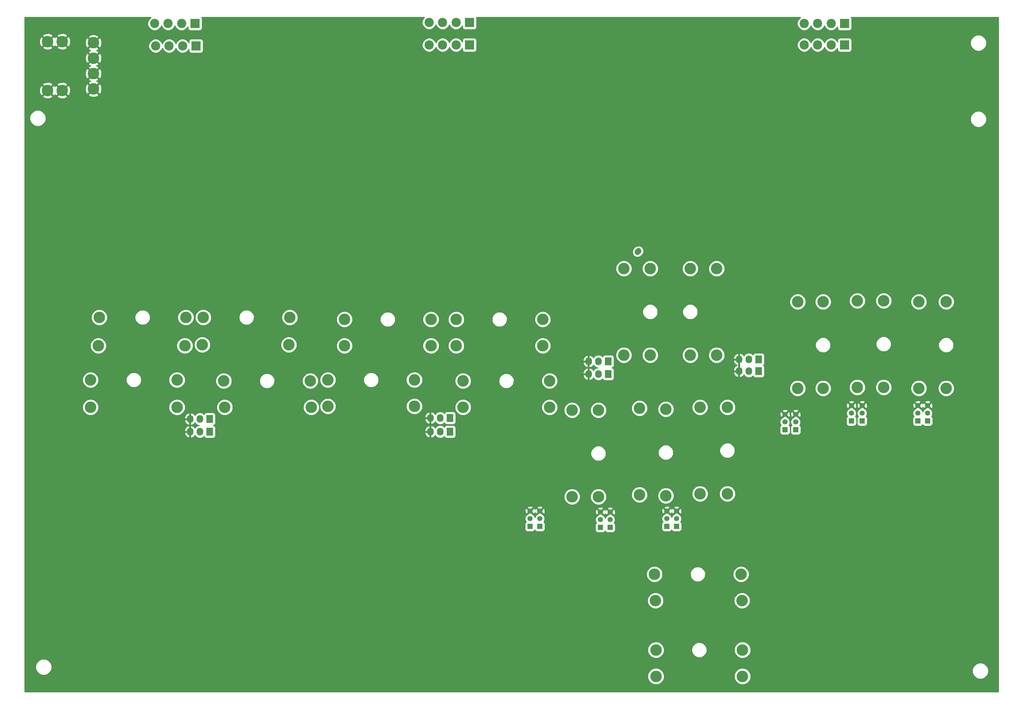
<source format=gbl>
G04 #@! TF.FileFunction,Copper,L2,Bot,Signal*
%FSLAX46Y46*%
G04 Gerber Fmt 4.6, Leading zero omitted, Abs format (unit mm)*
G04 Created by KiCad (PCBNEW 4.0.2-stable) date 4/27/2016 2:04:58 PM*
%MOMM*%
G01*
G04 APERTURE LIST*
%ADD10C,0.100000*%
%ADD11C,3.000000*%
%ADD12R,1.727200X2.032000*%
%ADD13O,1.727200X2.032000*%
%ADD14R,1.350000X1.350000*%
%ADD15C,1.350000*%
%ADD16C,2.400000*%
%ADD17R,2.400000X2.400000*%
%ADD18C,2.000000*%
%ADD19C,1.500000*%
%ADD20C,0.762000*%
%ADD21C,0.254000*%
G04 APERTURE END LIST*
D10*
D11*
X91694000Y-107188000D03*
X114194000Y-107188000D03*
X29972000Y-107188000D03*
X52472000Y-107188000D03*
X96012000Y-91440000D03*
X118512000Y-91440000D03*
X32258000Y-90932000D03*
X54758000Y-90932000D03*
X185928000Y-78232000D03*
X185928000Y-100732000D03*
X175514000Y-78232000D03*
X175514000Y-100732000D03*
X147574000Y-91440000D03*
X125074000Y-91440000D03*
X81788000Y-90932000D03*
X59288000Y-90932000D03*
X149352000Y-107442000D03*
X126852000Y-107442000D03*
X87122000Y-107442000D03*
X64622000Y-107442000D03*
X252476000Y-86868000D03*
X252476000Y-109368000D03*
X195580000Y-114300000D03*
X195580000Y-136800000D03*
X162052000Y-115062000D03*
X162052000Y-137562000D03*
X179578000Y-114808000D03*
X179578000Y-137308000D03*
X236220000Y-86614000D03*
X236220000Y-109114000D03*
X220472000Y-86868000D03*
X220472000Y-109368000D03*
X199136000Y-157734000D03*
X176636000Y-157734000D03*
X199517000Y-177419000D03*
X177017000Y-177419000D03*
X29972000Y-114300000D03*
X52472000Y-114300000D03*
X91694000Y-114046000D03*
X114194000Y-114046000D03*
X32004000Y-98298000D03*
X54504000Y-98298000D03*
X96012000Y-98298000D03*
X118512000Y-98298000D03*
X192786000Y-78232000D03*
X192786000Y-100732000D03*
X168656000Y-78232000D03*
X168656000Y-100732000D03*
X147574000Y-98298000D03*
X125074000Y-98298000D03*
X81534000Y-98044000D03*
X59034000Y-98044000D03*
X149352000Y-114300000D03*
X126852000Y-114300000D03*
X87376000Y-114300000D03*
X64876000Y-114300000D03*
X155194000Y-115062000D03*
X155194000Y-137562000D03*
X245364000Y-86868000D03*
X245364000Y-109368000D03*
X188468000Y-114300000D03*
X188468000Y-136800000D03*
X172720000Y-114554000D03*
X172720000Y-137054000D03*
X229362000Y-86614000D03*
X229362000Y-109114000D03*
X213868000Y-86868000D03*
X213868000Y-109368000D03*
X199390000Y-164592000D03*
X176890000Y-164592000D03*
X199517000Y-184277000D03*
X177017000Y-184277000D03*
X18822000Y-31898000D03*
X22622000Y-31898000D03*
X22622000Y-19198000D03*
X18822000Y-19198000D03*
X30734000Y-19496000D03*
X30734000Y-31496000D03*
X30734000Y-27496000D03*
X30734000Y-23496000D03*
D12*
X203708000Y-101854000D03*
D13*
X201168000Y-101854000D03*
X198628000Y-101854000D03*
D12*
X164592000Y-102362000D03*
D13*
X162052000Y-102362000D03*
X159512000Y-102362000D03*
D12*
X123444000Y-117094000D03*
D13*
X120904000Y-117094000D03*
X118364000Y-117094000D03*
D12*
X60960000Y-117348000D03*
D13*
X58420000Y-117348000D03*
X55880000Y-117348000D03*
D12*
X164592000Y-105664000D03*
D13*
X162052000Y-105664000D03*
X159512000Y-105664000D03*
D12*
X203708000Y-104902000D03*
D13*
X201168000Y-104902000D03*
X198628000Y-104902000D03*
D12*
X123444000Y-120650000D03*
D13*
X120904000Y-120650000D03*
X118364000Y-120650000D03*
D12*
X60960000Y-120650000D03*
D13*
X58420000Y-120650000D03*
X55880000Y-120650000D03*
D14*
X247650000Y-117856000D03*
D15*
X247650000Y-115856000D03*
X247650000Y-113856000D03*
D14*
X182372000Y-145288000D03*
D15*
X182372000Y-143288000D03*
X182372000Y-141288000D03*
D14*
X213360000Y-120142000D03*
D15*
X213360000Y-118142000D03*
X213360000Y-116142000D03*
D14*
X146812000Y-145288000D03*
D15*
X146812000Y-143288000D03*
X146812000Y-141288000D03*
D14*
X230632000Y-117856000D03*
D15*
X230632000Y-115856000D03*
X230632000Y-113856000D03*
D14*
X165100000Y-145542000D03*
D15*
X165100000Y-143542000D03*
X165100000Y-141542000D03*
D16*
X219060000Y-20066000D03*
X215560000Y-20066000D03*
X222560000Y-20066000D03*
D17*
X226060000Y-20066000D03*
D16*
X121524000Y-20066000D03*
X118024000Y-20066000D03*
X125024000Y-20066000D03*
D17*
X128524000Y-20066000D03*
D16*
X50404000Y-20320000D03*
X46904000Y-20320000D03*
X53904000Y-20320000D03*
D17*
X57404000Y-20320000D03*
D16*
X50150000Y-14478000D03*
X46650000Y-14478000D03*
X53650000Y-14478000D03*
D17*
X57150000Y-14478000D03*
D16*
X121524000Y-14224000D03*
X118024000Y-14224000D03*
X125024000Y-14224000D03*
D17*
X128524000Y-14224000D03*
D16*
X219060000Y-14478000D03*
X215560000Y-14478000D03*
X222560000Y-14478000D03*
D17*
X226060000Y-14478000D03*
D14*
X210566000Y-120142000D03*
D15*
X210566000Y-118142000D03*
X210566000Y-116142000D03*
D14*
X227838000Y-117856000D03*
D15*
X227838000Y-115856000D03*
X227838000Y-113856000D03*
D14*
X162560000Y-145542000D03*
D15*
X162560000Y-143542000D03*
X162560000Y-141542000D03*
D14*
X245110000Y-117856000D03*
D15*
X245110000Y-115856000D03*
X245110000Y-113856000D03*
D14*
X179832000Y-145288000D03*
D15*
X179832000Y-143288000D03*
X179832000Y-141288000D03*
D14*
X144272000Y-145288000D03*
D15*
X144272000Y-143288000D03*
X144272000Y-141288000D03*
D18*
X110236000Y-166624000D03*
X85852000Y-157988000D03*
X218948000Y-147574000D03*
X243332000Y-171958000D03*
X171450000Y-70358000D03*
X36068000Y-17272000D03*
X18288000Y-59944000D03*
X38354000Y-74168000D03*
X59690000Y-74422000D03*
X78486000Y-72390000D03*
X96774000Y-72136000D03*
X114300000Y-72644000D03*
X134366000Y-73152000D03*
X151130000Y-73406000D03*
X199136000Y-83566000D03*
X124968000Y-156210000D03*
X75184000Y-145288000D03*
X262890000Y-131572000D03*
X230854000Y-30448000D03*
D19*
X172466000Y-73660000D02*
X172212000Y-73914000D01*
D20*
X230124000Y-31242000D02*
X230886000Y-30480000D01*
X230060000Y-31242000D02*
X230124000Y-31242000D01*
X230854000Y-30448000D02*
X230060000Y-31242000D01*
D21*
G36*
X45611914Y-12921455D02*
X45095270Y-13437199D01*
X44815319Y-14111395D01*
X44814682Y-14841403D01*
X45093455Y-15516086D01*
X45609199Y-16032730D01*
X46283395Y-16312681D01*
X47013403Y-16313318D01*
X47688086Y-16034545D01*
X48204730Y-15518801D01*
X48400135Y-15048215D01*
X48593455Y-15516086D01*
X49109199Y-16032730D01*
X49783395Y-16312681D01*
X50513403Y-16313318D01*
X51188086Y-16034545D01*
X51704730Y-15518801D01*
X51900135Y-15048215D01*
X52093455Y-15516086D01*
X52609199Y-16032730D01*
X53283395Y-16312681D01*
X54013403Y-16313318D01*
X54688086Y-16034545D01*
X55204730Y-15518801D01*
X55302560Y-15283201D01*
X55302560Y-15678000D01*
X55346838Y-15913317D01*
X55485910Y-16129441D01*
X55698110Y-16274431D01*
X55950000Y-16325440D01*
X58350000Y-16325440D01*
X58585317Y-16281162D01*
X58801441Y-16142090D01*
X58946431Y-15929890D01*
X58997440Y-15678000D01*
X58997440Y-13278000D01*
X58953162Y-13042683D01*
X58862635Y-12902000D01*
X116750960Y-12902000D01*
X116469270Y-13183199D01*
X116189319Y-13857395D01*
X116188682Y-14587403D01*
X116467455Y-15262086D01*
X116983199Y-15778730D01*
X117657395Y-16058681D01*
X118387403Y-16059318D01*
X119062086Y-15780545D01*
X119578730Y-15264801D01*
X119774135Y-14794215D01*
X119967455Y-15262086D01*
X120483199Y-15778730D01*
X121157395Y-16058681D01*
X121887403Y-16059318D01*
X122562086Y-15780545D01*
X123078730Y-15264801D01*
X123274135Y-14794215D01*
X123467455Y-15262086D01*
X123983199Y-15778730D01*
X124657395Y-16058681D01*
X125387403Y-16059318D01*
X126062086Y-15780545D01*
X126578730Y-15264801D01*
X126676560Y-15029201D01*
X126676560Y-15424000D01*
X126720838Y-15659317D01*
X126859910Y-15875441D01*
X127072110Y-16020431D01*
X127324000Y-16071440D01*
X129724000Y-16071440D01*
X129959317Y-16027162D01*
X130175441Y-15888090D01*
X130320431Y-15675890D01*
X130371440Y-15424000D01*
X130371440Y-13024000D01*
X130348484Y-12902000D01*
X214568999Y-12902000D01*
X214521914Y-12921455D01*
X214005270Y-13437199D01*
X213725319Y-14111395D01*
X213724682Y-14841403D01*
X214003455Y-15516086D01*
X214519199Y-16032730D01*
X215193395Y-16312681D01*
X215923403Y-16313318D01*
X216598086Y-16034545D01*
X217114730Y-15518801D01*
X217310135Y-15048215D01*
X217503455Y-15516086D01*
X218019199Y-16032730D01*
X218693395Y-16312681D01*
X219423403Y-16313318D01*
X220098086Y-16034545D01*
X220614730Y-15518801D01*
X220810135Y-15048215D01*
X221003455Y-15516086D01*
X221519199Y-16032730D01*
X222193395Y-16312681D01*
X222923403Y-16313318D01*
X223598086Y-16034545D01*
X224114730Y-15518801D01*
X224212560Y-15283201D01*
X224212560Y-15678000D01*
X224256838Y-15913317D01*
X224395910Y-16129441D01*
X224608110Y-16274431D01*
X224860000Y-16325440D01*
X227260000Y-16325440D01*
X227495317Y-16281162D01*
X227711441Y-16142090D01*
X227856431Y-15929890D01*
X227907440Y-15678000D01*
X227907440Y-13278000D01*
X227863162Y-13042683D01*
X227772635Y-12902000D01*
X265990000Y-12902000D01*
X265990000Y-188266000D01*
X12902000Y-188266000D01*
X12902000Y-184699815D01*
X174881630Y-184699815D01*
X175205980Y-185484800D01*
X175806041Y-186085909D01*
X176590459Y-186411628D01*
X177439815Y-186412370D01*
X178224800Y-186088020D01*
X178825909Y-185487959D01*
X179151628Y-184703541D01*
X179151631Y-184699815D01*
X197381630Y-184699815D01*
X197705980Y-185484800D01*
X198306041Y-186085909D01*
X199090459Y-186411628D01*
X199939815Y-186412370D01*
X200724800Y-186088020D01*
X201325909Y-185487959D01*
X201651628Y-184703541D01*
X201652370Y-183854185D01*
X201424548Y-183302815D01*
X259230630Y-183302815D01*
X259554980Y-184087800D01*
X260155041Y-184688909D01*
X260939459Y-185014628D01*
X261788815Y-185015370D01*
X262573800Y-184691020D01*
X263174909Y-184090959D01*
X263500628Y-183306541D01*
X263501370Y-182457185D01*
X263177020Y-181672200D01*
X262576959Y-181071091D01*
X261792541Y-180745372D01*
X260943185Y-180744630D01*
X260158200Y-181068980D01*
X259557091Y-181669041D01*
X259231372Y-182453459D01*
X259230630Y-183302815D01*
X201424548Y-183302815D01*
X201328020Y-183069200D01*
X200727959Y-182468091D01*
X199943541Y-182142372D01*
X199094185Y-182141630D01*
X198309200Y-182465980D01*
X197708091Y-183066041D01*
X197382372Y-183850459D01*
X197381630Y-184699815D01*
X179151631Y-184699815D01*
X179152370Y-183854185D01*
X178828020Y-183069200D01*
X178227959Y-182468091D01*
X177443541Y-182142372D01*
X176594185Y-182141630D01*
X175809200Y-182465980D01*
X175208091Y-183066041D01*
X174882372Y-183850459D01*
X174881630Y-184699815D01*
X12902000Y-184699815D01*
X12902000Y-182286815D01*
X15644630Y-182286815D01*
X15968980Y-183071800D01*
X16569041Y-183672909D01*
X17353459Y-183998628D01*
X18202815Y-183999370D01*
X18987800Y-183675020D01*
X19588909Y-183074959D01*
X19914628Y-182290541D01*
X19915370Y-181441185D01*
X19591020Y-180656200D01*
X18990959Y-180055091D01*
X18206541Y-179729372D01*
X17357185Y-179728630D01*
X16572200Y-180052980D01*
X15971091Y-180653041D01*
X15645372Y-181437459D01*
X15644630Y-182286815D01*
X12902000Y-182286815D01*
X12902000Y-177841815D01*
X174881630Y-177841815D01*
X175205980Y-178626800D01*
X175806041Y-179227909D01*
X176590459Y-179553628D01*
X177439815Y-179554370D01*
X178224800Y-179230020D01*
X178825909Y-178629959D01*
X179151628Y-177845541D01*
X179151657Y-177812109D01*
X186281657Y-177812109D01*
X186583218Y-178541943D01*
X187141120Y-179100819D01*
X187870427Y-179403654D01*
X188660109Y-179404343D01*
X189389943Y-179102782D01*
X189948819Y-178544880D01*
X190240757Y-177841815D01*
X197381630Y-177841815D01*
X197705980Y-178626800D01*
X198306041Y-179227909D01*
X199090459Y-179553628D01*
X199939815Y-179554370D01*
X200724800Y-179230020D01*
X201325909Y-178629959D01*
X201651628Y-177845541D01*
X201652370Y-176996185D01*
X201328020Y-176211200D01*
X200727959Y-175610091D01*
X199943541Y-175284372D01*
X199094185Y-175283630D01*
X198309200Y-175607980D01*
X197708091Y-176208041D01*
X197382372Y-176992459D01*
X197381630Y-177841815D01*
X190240757Y-177841815D01*
X190251654Y-177815573D01*
X190252343Y-177025891D01*
X189950782Y-176296057D01*
X189392880Y-175737181D01*
X188663573Y-175434346D01*
X187873891Y-175433657D01*
X187144057Y-175735218D01*
X186585181Y-176293120D01*
X186282346Y-177022427D01*
X186281657Y-177812109D01*
X179151657Y-177812109D01*
X179152370Y-176996185D01*
X178828020Y-176211200D01*
X178227959Y-175610091D01*
X177443541Y-175284372D01*
X176594185Y-175283630D01*
X175809200Y-175607980D01*
X175208091Y-176208041D01*
X174882372Y-176992459D01*
X174881630Y-177841815D01*
X12902000Y-177841815D01*
X12902000Y-165014815D01*
X174754630Y-165014815D01*
X175078980Y-165799800D01*
X175679041Y-166400909D01*
X176463459Y-166726628D01*
X177312815Y-166727370D01*
X178097800Y-166403020D01*
X178698909Y-165802959D01*
X179024628Y-165018541D01*
X179024631Y-165014815D01*
X197254630Y-165014815D01*
X197578980Y-165799800D01*
X198179041Y-166400909D01*
X198963459Y-166726628D01*
X199812815Y-166727370D01*
X200597800Y-166403020D01*
X201198909Y-165802959D01*
X201524628Y-165018541D01*
X201525370Y-164169185D01*
X201201020Y-163384200D01*
X200600959Y-162783091D01*
X199816541Y-162457372D01*
X198967185Y-162456630D01*
X198182200Y-162780980D01*
X197581091Y-163381041D01*
X197255372Y-164165459D01*
X197254630Y-165014815D01*
X179024631Y-165014815D01*
X179025370Y-164169185D01*
X178701020Y-163384200D01*
X178100959Y-162783091D01*
X177316541Y-162457372D01*
X176467185Y-162456630D01*
X175682200Y-162780980D01*
X175081091Y-163381041D01*
X174755372Y-164165459D01*
X174754630Y-165014815D01*
X12902000Y-165014815D01*
X12902000Y-158156815D01*
X174500630Y-158156815D01*
X174824980Y-158941800D01*
X175425041Y-159542909D01*
X176209459Y-159868628D01*
X177058815Y-159869370D01*
X177843800Y-159545020D01*
X178444909Y-158944959D01*
X178770628Y-158160541D01*
X178770657Y-158127109D01*
X185900657Y-158127109D01*
X186202218Y-158856943D01*
X186760120Y-159415819D01*
X187489427Y-159718654D01*
X188279109Y-159719343D01*
X189008943Y-159417782D01*
X189567819Y-158859880D01*
X189859757Y-158156815D01*
X197000630Y-158156815D01*
X197324980Y-158941800D01*
X197925041Y-159542909D01*
X198709459Y-159868628D01*
X199558815Y-159869370D01*
X200343800Y-159545020D01*
X200944909Y-158944959D01*
X201270628Y-158160541D01*
X201271370Y-157311185D01*
X200947020Y-156526200D01*
X200346959Y-155925091D01*
X199562541Y-155599372D01*
X198713185Y-155598630D01*
X197928200Y-155922980D01*
X197327091Y-156523041D01*
X197001372Y-157307459D01*
X197000630Y-158156815D01*
X189859757Y-158156815D01*
X189870654Y-158130573D01*
X189871343Y-157340891D01*
X189569782Y-156611057D01*
X189011880Y-156052181D01*
X188282573Y-155749346D01*
X187492891Y-155748657D01*
X186763057Y-156050218D01*
X186204181Y-156608120D01*
X185901346Y-157337427D01*
X185900657Y-158127109D01*
X178770657Y-158127109D01*
X178771370Y-157311185D01*
X178447020Y-156526200D01*
X177846959Y-155925091D01*
X177062541Y-155599372D01*
X176213185Y-155598630D01*
X175428200Y-155922980D01*
X174827091Y-156523041D01*
X174501372Y-157307459D01*
X174500630Y-158156815D01*
X12902000Y-158156815D01*
X12902000Y-144613000D01*
X142949560Y-144613000D01*
X142949560Y-145963000D01*
X142993838Y-146198317D01*
X143132910Y-146414441D01*
X143345110Y-146559431D01*
X143597000Y-146610440D01*
X144947000Y-146610440D01*
X145182317Y-146566162D01*
X145398441Y-146427090D01*
X145543431Y-146214890D01*
X145543687Y-146213624D01*
X145672910Y-146414441D01*
X145885110Y-146559431D01*
X146137000Y-146610440D01*
X147487000Y-146610440D01*
X147722317Y-146566162D01*
X147938441Y-146427090D01*
X148083431Y-146214890D01*
X148134440Y-145963000D01*
X148134440Y-144867000D01*
X161237560Y-144867000D01*
X161237560Y-146217000D01*
X161281838Y-146452317D01*
X161420910Y-146668441D01*
X161633110Y-146813431D01*
X161885000Y-146864440D01*
X163235000Y-146864440D01*
X163470317Y-146820162D01*
X163686441Y-146681090D01*
X163831431Y-146468890D01*
X163831687Y-146467624D01*
X163960910Y-146668441D01*
X164173110Y-146813431D01*
X164425000Y-146864440D01*
X165775000Y-146864440D01*
X166010317Y-146820162D01*
X166226441Y-146681090D01*
X166371431Y-146468890D01*
X166422440Y-146217000D01*
X166422440Y-144867000D01*
X166378162Y-144631683D01*
X166366140Y-144613000D01*
X178509560Y-144613000D01*
X178509560Y-145963000D01*
X178553838Y-146198317D01*
X178692910Y-146414441D01*
X178905110Y-146559431D01*
X179157000Y-146610440D01*
X180507000Y-146610440D01*
X180742317Y-146566162D01*
X180958441Y-146427090D01*
X181103431Y-146214890D01*
X181103687Y-146213624D01*
X181232910Y-146414441D01*
X181445110Y-146559431D01*
X181697000Y-146610440D01*
X183047000Y-146610440D01*
X183282317Y-146566162D01*
X183498441Y-146427090D01*
X183643431Y-146214890D01*
X183694440Y-145963000D01*
X183694440Y-144613000D01*
X183650162Y-144377683D01*
X183511090Y-144161559D01*
X183416142Y-144096684D01*
X183481916Y-144031024D01*
X183681772Y-143549718D01*
X183682226Y-143028568D01*
X183483211Y-142546914D01*
X183115024Y-142178084D01*
X183059369Y-142154974D01*
X182372000Y-141467605D01*
X181685279Y-142154326D01*
X181630914Y-142176789D01*
X181262084Y-142544976D01*
X181101852Y-142930856D01*
X180943211Y-142546914D01*
X180575024Y-142178084D01*
X180519369Y-142154974D01*
X179832000Y-141467605D01*
X179145279Y-142154326D01*
X179090914Y-142176789D01*
X178722084Y-142544976D01*
X178522228Y-143026282D01*
X178521774Y-143547432D01*
X178720789Y-144029086D01*
X178787663Y-144096077D01*
X178705559Y-144148910D01*
X178560569Y-144361110D01*
X178509560Y-144613000D01*
X166366140Y-144613000D01*
X166239090Y-144415559D01*
X166144142Y-144350684D01*
X166209916Y-144285024D01*
X166409772Y-143803718D01*
X166410226Y-143282568D01*
X166211211Y-142800914D01*
X165843024Y-142432084D01*
X165787369Y-142408974D01*
X165100000Y-141721605D01*
X164413279Y-142408326D01*
X164358914Y-142430789D01*
X163990084Y-142798976D01*
X163829852Y-143184856D01*
X163671211Y-142800914D01*
X163303024Y-142432084D01*
X163247369Y-142408974D01*
X162560000Y-141721605D01*
X161873279Y-142408326D01*
X161818914Y-142430789D01*
X161450084Y-142798976D01*
X161250228Y-143280282D01*
X161249774Y-143801432D01*
X161448789Y-144283086D01*
X161515663Y-144350077D01*
X161433559Y-144402910D01*
X161288569Y-144615110D01*
X161237560Y-144867000D01*
X148134440Y-144867000D01*
X148134440Y-144613000D01*
X148090162Y-144377683D01*
X147951090Y-144161559D01*
X147856142Y-144096684D01*
X147921916Y-144031024D01*
X148121772Y-143549718D01*
X148122226Y-143028568D01*
X147923211Y-142546914D01*
X147555024Y-142178084D01*
X147499369Y-142154974D01*
X146812000Y-141467605D01*
X146125279Y-142154326D01*
X146070914Y-142176789D01*
X145702084Y-142544976D01*
X145541852Y-142930856D01*
X145383211Y-142546914D01*
X145015024Y-142178084D01*
X144959369Y-142154974D01*
X144272000Y-141467605D01*
X143585279Y-142154326D01*
X143530914Y-142176789D01*
X143162084Y-142544976D01*
X142962228Y-143026282D01*
X142961774Y-143547432D01*
X143160789Y-144029086D01*
X143227663Y-144096077D01*
X143145559Y-144148910D01*
X143000569Y-144361110D01*
X142949560Y-144613000D01*
X12902000Y-144613000D01*
X12902000Y-141101100D01*
X142949478Y-141101100D01*
X142978625Y-141621434D01*
X143121672Y-141966781D01*
X143354853Y-142025542D01*
X144092395Y-141288000D01*
X144451605Y-141288000D01*
X145189147Y-142025542D01*
X145422328Y-141966781D01*
X145531957Y-141653620D01*
X145661672Y-141966781D01*
X145894853Y-142025542D01*
X146632395Y-141288000D01*
X146991605Y-141288000D01*
X147729147Y-142025542D01*
X147962328Y-141966781D01*
X148134522Y-141474900D01*
X148127812Y-141355100D01*
X161237478Y-141355100D01*
X161266625Y-141875434D01*
X161409672Y-142220781D01*
X161642853Y-142279542D01*
X162380395Y-141542000D01*
X162739605Y-141542000D01*
X163477147Y-142279542D01*
X163710328Y-142220781D01*
X163819957Y-141907620D01*
X163949672Y-142220781D01*
X164182853Y-142279542D01*
X164920395Y-141542000D01*
X165279605Y-141542000D01*
X166017147Y-142279542D01*
X166250328Y-142220781D01*
X166422522Y-141728900D01*
X166393375Y-141208566D01*
X166348862Y-141101100D01*
X178509478Y-141101100D01*
X178538625Y-141621434D01*
X178681672Y-141966781D01*
X178914853Y-142025542D01*
X179652395Y-141288000D01*
X180011605Y-141288000D01*
X180749147Y-142025542D01*
X180982328Y-141966781D01*
X181091957Y-141653620D01*
X181221672Y-141966781D01*
X181454853Y-142025542D01*
X182192395Y-141288000D01*
X182551605Y-141288000D01*
X183289147Y-142025542D01*
X183522328Y-141966781D01*
X183694522Y-141474900D01*
X183665375Y-140954566D01*
X183522328Y-140609219D01*
X183289147Y-140550458D01*
X182551605Y-141288000D01*
X182192395Y-141288000D01*
X181454853Y-140550458D01*
X181221672Y-140609219D01*
X181112043Y-140922380D01*
X180982328Y-140609219D01*
X180749147Y-140550458D01*
X180011605Y-141288000D01*
X179652395Y-141288000D01*
X178914853Y-140550458D01*
X178681672Y-140609219D01*
X178509478Y-141101100D01*
X166348862Y-141101100D01*
X166250328Y-140863219D01*
X166017147Y-140804458D01*
X165279605Y-141542000D01*
X164920395Y-141542000D01*
X164182853Y-140804458D01*
X163949672Y-140863219D01*
X163840043Y-141176380D01*
X163710328Y-140863219D01*
X163477147Y-140804458D01*
X162739605Y-141542000D01*
X162380395Y-141542000D01*
X161642853Y-140804458D01*
X161409672Y-140863219D01*
X161237478Y-141355100D01*
X148127812Y-141355100D01*
X148105375Y-140954566D01*
X147968804Y-140624853D01*
X161822458Y-140624853D01*
X162560000Y-141362395D01*
X163297542Y-140624853D01*
X164362458Y-140624853D01*
X165100000Y-141362395D01*
X165837542Y-140624853D01*
X165778781Y-140391672D01*
X165719311Y-140370853D01*
X179094458Y-140370853D01*
X179832000Y-141108395D01*
X180569542Y-140370853D01*
X181634458Y-140370853D01*
X182372000Y-141108395D01*
X183109542Y-140370853D01*
X183050781Y-140137672D01*
X182558900Y-139965478D01*
X182038566Y-139994625D01*
X181693219Y-140137672D01*
X181634458Y-140370853D01*
X180569542Y-140370853D01*
X180510781Y-140137672D01*
X180018900Y-139965478D01*
X179498566Y-139994625D01*
X179153219Y-140137672D01*
X179094458Y-140370853D01*
X165719311Y-140370853D01*
X165286900Y-140219478D01*
X164766566Y-140248625D01*
X164421219Y-140391672D01*
X164362458Y-140624853D01*
X163297542Y-140624853D01*
X163238781Y-140391672D01*
X162746900Y-140219478D01*
X162226566Y-140248625D01*
X161881219Y-140391672D01*
X161822458Y-140624853D01*
X147968804Y-140624853D01*
X147962328Y-140609219D01*
X147729147Y-140550458D01*
X146991605Y-141288000D01*
X146632395Y-141288000D01*
X145894853Y-140550458D01*
X145661672Y-140609219D01*
X145552043Y-140922380D01*
X145422328Y-140609219D01*
X145189147Y-140550458D01*
X144451605Y-141288000D01*
X144092395Y-141288000D01*
X143354853Y-140550458D01*
X143121672Y-140609219D01*
X142949478Y-141101100D01*
X12902000Y-141101100D01*
X12902000Y-140370853D01*
X143534458Y-140370853D01*
X144272000Y-141108395D01*
X145009542Y-140370853D01*
X146074458Y-140370853D01*
X146812000Y-141108395D01*
X147549542Y-140370853D01*
X147490781Y-140137672D01*
X146998900Y-139965478D01*
X146478566Y-139994625D01*
X146133219Y-140137672D01*
X146074458Y-140370853D01*
X145009542Y-140370853D01*
X144950781Y-140137672D01*
X144458900Y-139965478D01*
X143938566Y-139994625D01*
X143593219Y-140137672D01*
X143534458Y-140370853D01*
X12902000Y-140370853D01*
X12902000Y-137984815D01*
X153058630Y-137984815D01*
X153382980Y-138769800D01*
X153983041Y-139370909D01*
X154767459Y-139696628D01*
X155616815Y-139697370D01*
X156401800Y-139373020D01*
X157002909Y-138772959D01*
X157328628Y-137988541D01*
X157328631Y-137984815D01*
X159916630Y-137984815D01*
X160240980Y-138769800D01*
X160841041Y-139370909D01*
X161625459Y-139696628D01*
X162474815Y-139697370D01*
X163259800Y-139373020D01*
X163860909Y-138772959D01*
X164186628Y-137988541D01*
X164187075Y-137476815D01*
X170584630Y-137476815D01*
X170908980Y-138261800D01*
X171509041Y-138862909D01*
X172293459Y-139188628D01*
X173142815Y-139189370D01*
X173927800Y-138865020D01*
X174528909Y-138264959D01*
X174750705Y-137730815D01*
X177442630Y-137730815D01*
X177766980Y-138515800D01*
X178367041Y-139116909D01*
X179151459Y-139442628D01*
X180000815Y-139443370D01*
X180785800Y-139119020D01*
X181386909Y-138518959D01*
X181712628Y-137734541D01*
X181713075Y-137222815D01*
X186332630Y-137222815D01*
X186656980Y-138007800D01*
X187257041Y-138608909D01*
X188041459Y-138934628D01*
X188890815Y-138935370D01*
X189675800Y-138611020D01*
X190276909Y-138010959D01*
X190602628Y-137226541D01*
X190602631Y-137222815D01*
X193444630Y-137222815D01*
X193768980Y-138007800D01*
X194369041Y-138608909D01*
X195153459Y-138934628D01*
X196002815Y-138935370D01*
X196787800Y-138611020D01*
X197388909Y-138010959D01*
X197714628Y-137226541D01*
X197715370Y-136377185D01*
X197391020Y-135592200D01*
X196790959Y-134991091D01*
X196006541Y-134665372D01*
X195157185Y-134664630D01*
X194372200Y-134988980D01*
X193771091Y-135589041D01*
X193445372Y-136373459D01*
X193444630Y-137222815D01*
X190602631Y-137222815D01*
X190603370Y-136377185D01*
X190279020Y-135592200D01*
X189678959Y-134991091D01*
X188894541Y-134665372D01*
X188045185Y-134664630D01*
X187260200Y-134988980D01*
X186659091Y-135589041D01*
X186333372Y-136373459D01*
X186332630Y-137222815D01*
X181713075Y-137222815D01*
X181713370Y-136885185D01*
X181389020Y-136100200D01*
X180788959Y-135499091D01*
X180004541Y-135173372D01*
X179155185Y-135172630D01*
X178370200Y-135496980D01*
X177769091Y-136097041D01*
X177443372Y-136881459D01*
X177442630Y-137730815D01*
X174750705Y-137730815D01*
X174854628Y-137480541D01*
X174855370Y-136631185D01*
X174531020Y-135846200D01*
X173930959Y-135245091D01*
X173146541Y-134919372D01*
X172297185Y-134918630D01*
X171512200Y-135242980D01*
X170911091Y-135843041D01*
X170585372Y-136627459D01*
X170584630Y-137476815D01*
X164187075Y-137476815D01*
X164187370Y-137139185D01*
X163863020Y-136354200D01*
X163262959Y-135753091D01*
X162478541Y-135427372D01*
X161629185Y-135426630D01*
X160844200Y-135750980D01*
X160243091Y-136351041D01*
X159917372Y-137135459D01*
X159916630Y-137984815D01*
X157328631Y-137984815D01*
X157329370Y-137139185D01*
X157005020Y-136354200D01*
X156404959Y-135753091D01*
X155620541Y-135427372D01*
X154771185Y-135426630D01*
X153986200Y-135750980D01*
X153385091Y-136351041D01*
X153059372Y-137135459D01*
X153058630Y-137984815D01*
X12902000Y-137984815D01*
X12902000Y-126705109D01*
X160066657Y-126705109D01*
X160368218Y-127434943D01*
X160926120Y-127993819D01*
X161655427Y-128296654D01*
X162445109Y-128297343D01*
X163174943Y-127995782D01*
X163733819Y-127437880D01*
X164036654Y-126708573D01*
X164036878Y-126451109D01*
X177592657Y-126451109D01*
X177894218Y-127180943D01*
X178452120Y-127739819D01*
X179181427Y-128042654D01*
X179971109Y-128043343D01*
X180700943Y-127741782D01*
X181259819Y-127183880D01*
X181562654Y-126454573D01*
X181563100Y-125943109D01*
X193594657Y-125943109D01*
X193896218Y-126672943D01*
X194454120Y-127231819D01*
X195183427Y-127534654D01*
X195973109Y-127535343D01*
X196702943Y-127233782D01*
X197261819Y-126675880D01*
X197564654Y-125946573D01*
X197565343Y-125156891D01*
X197263782Y-124427057D01*
X196705880Y-123868181D01*
X195976573Y-123565346D01*
X195186891Y-123564657D01*
X194457057Y-123866218D01*
X193898181Y-124424120D01*
X193595346Y-125153427D01*
X193594657Y-125943109D01*
X181563100Y-125943109D01*
X181563343Y-125664891D01*
X181261782Y-124935057D01*
X180703880Y-124376181D01*
X179974573Y-124073346D01*
X179184891Y-124072657D01*
X178455057Y-124374218D01*
X177896181Y-124932120D01*
X177593346Y-125661427D01*
X177592657Y-126451109D01*
X164036878Y-126451109D01*
X164037343Y-125918891D01*
X163735782Y-125189057D01*
X163177880Y-124630181D01*
X162448573Y-124327346D01*
X161658891Y-124326657D01*
X160929057Y-124628218D01*
X160370181Y-125186120D01*
X160067346Y-125915427D01*
X160066657Y-126705109D01*
X12902000Y-126705109D01*
X12902000Y-121011913D01*
X54394816Y-121011913D01*
X54588046Y-121564320D01*
X54977964Y-122000732D01*
X55505209Y-122254709D01*
X55520974Y-122257358D01*
X55753000Y-122136217D01*
X55753000Y-120777000D01*
X54539076Y-120777000D01*
X54394816Y-121011913D01*
X12902000Y-121011913D01*
X12902000Y-120288087D01*
X54394816Y-120288087D01*
X54539076Y-120523000D01*
X55753000Y-120523000D01*
X55753000Y-119163783D01*
X55520974Y-119042642D01*
X55505209Y-119045291D01*
X54977964Y-119299268D01*
X54588046Y-119735680D01*
X54394816Y-120288087D01*
X12902000Y-120288087D01*
X12902000Y-117709913D01*
X54394816Y-117709913D01*
X54588046Y-118262320D01*
X54977964Y-118698732D01*
X55505209Y-118952709D01*
X55520974Y-118955358D01*
X55753000Y-118834217D01*
X55753000Y-117475000D01*
X54539076Y-117475000D01*
X54394816Y-117709913D01*
X12902000Y-117709913D01*
X12902000Y-116986087D01*
X54394816Y-116986087D01*
X54539076Y-117221000D01*
X55753000Y-117221000D01*
X55753000Y-115861783D01*
X56007000Y-115861783D01*
X56007000Y-117221000D01*
X56027000Y-117221000D01*
X56027000Y-117475000D01*
X56007000Y-117475000D01*
X56007000Y-118834217D01*
X56239026Y-118955358D01*
X56254791Y-118952709D01*
X56782036Y-118698732D01*
X57153539Y-118282931D01*
X57360330Y-118592415D01*
X57846511Y-118917271D01*
X58257391Y-118999000D01*
X57846511Y-119080729D01*
X57360330Y-119405585D01*
X57153539Y-119715069D01*
X56782036Y-119299268D01*
X56254791Y-119045291D01*
X56239026Y-119042642D01*
X56007000Y-119163783D01*
X56007000Y-120523000D01*
X56027000Y-120523000D01*
X56027000Y-120777000D01*
X56007000Y-120777000D01*
X56007000Y-122136217D01*
X56239026Y-122257358D01*
X56254791Y-122254709D01*
X56782036Y-122000732D01*
X57153539Y-121584931D01*
X57360330Y-121894415D01*
X57846511Y-122219271D01*
X58420000Y-122333345D01*
X58993489Y-122219271D01*
X59479670Y-121894415D01*
X59489243Y-121880087D01*
X59493238Y-121901317D01*
X59632310Y-122117441D01*
X59844510Y-122262431D01*
X60096400Y-122313440D01*
X61823600Y-122313440D01*
X62058917Y-122269162D01*
X62275041Y-122130090D01*
X62420031Y-121917890D01*
X62471040Y-121666000D01*
X62471040Y-121011913D01*
X116878816Y-121011913D01*
X117072046Y-121564320D01*
X117461964Y-122000732D01*
X117989209Y-122254709D01*
X118004974Y-122257358D01*
X118237000Y-122136217D01*
X118237000Y-120777000D01*
X117023076Y-120777000D01*
X116878816Y-121011913D01*
X62471040Y-121011913D01*
X62471040Y-120288087D01*
X116878816Y-120288087D01*
X117023076Y-120523000D01*
X118237000Y-120523000D01*
X118237000Y-119163783D01*
X118491000Y-119163783D01*
X118491000Y-120523000D01*
X118511000Y-120523000D01*
X118511000Y-120777000D01*
X118491000Y-120777000D01*
X118491000Y-122136217D01*
X118723026Y-122257358D01*
X118738791Y-122254709D01*
X119266036Y-122000732D01*
X119637539Y-121584931D01*
X119844330Y-121894415D01*
X120330511Y-122219271D01*
X120904000Y-122333345D01*
X121477489Y-122219271D01*
X121963670Y-121894415D01*
X121973243Y-121880087D01*
X121977238Y-121901317D01*
X122116310Y-122117441D01*
X122328510Y-122262431D01*
X122580400Y-122313440D01*
X124307600Y-122313440D01*
X124542917Y-122269162D01*
X124759041Y-122130090D01*
X124904031Y-121917890D01*
X124955040Y-121666000D01*
X124955040Y-119634000D01*
X124923617Y-119467000D01*
X209243560Y-119467000D01*
X209243560Y-120817000D01*
X209287838Y-121052317D01*
X209426910Y-121268441D01*
X209639110Y-121413431D01*
X209891000Y-121464440D01*
X211241000Y-121464440D01*
X211476317Y-121420162D01*
X211692441Y-121281090D01*
X211837431Y-121068890D01*
X211888440Y-120817000D01*
X211888440Y-119467000D01*
X212037560Y-119467000D01*
X212037560Y-120817000D01*
X212081838Y-121052317D01*
X212220910Y-121268441D01*
X212433110Y-121413431D01*
X212685000Y-121464440D01*
X214035000Y-121464440D01*
X214270317Y-121420162D01*
X214486441Y-121281090D01*
X214631431Y-121068890D01*
X214682440Y-120817000D01*
X214682440Y-119467000D01*
X214638162Y-119231683D01*
X214499090Y-119015559D01*
X214404142Y-118950684D01*
X214469916Y-118885024D01*
X214669772Y-118403718D01*
X214670226Y-117882568D01*
X214471211Y-117400914D01*
X214251681Y-117181000D01*
X226515560Y-117181000D01*
X226515560Y-118531000D01*
X226559838Y-118766317D01*
X226698910Y-118982441D01*
X226911110Y-119127431D01*
X227163000Y-119178440D01*
X228513000Y-119178440D01*
X228748317Y-119134162D01*
X228964441Y-118995090D01*
X229109431Y-118782890D01*
X229160440Y-118531000D01*
X229160440Y-117181000D01*
X229309560Y-117181000D01*
X229309560Y-118531000D01*
X229353838Y-118766317D01*
X229492910Y-118982441D01*
X229705110Y-119127431D01*
X229957000Y-119178440D01*
X231307000Y-119178440D01*
X231542317Y-119134162D01*
X231758441Y-118995090D01*
X231903431Y-118782890D01*
X231954440Y-118531000D01*
X231954440Y-117181000D01*
X243787560Y-117181000D01*
X243787560Y-118531000D01*
X243831838Y-118766317D01*
X243970910Y-118982441D01*
X244183110Y-119127431D01*
X244435000Y-119178440D01*
X245785000Y-119178440D01*
X246020317Y-119134162D01*
X246236441Y-118995090D01*
X246381431Y-118782890D01*
X246381687Y-118781624D01*
X246510910Y-118982441D01*
X246723110Y-119127431D01*
X246975000Y-119178440D01*
X248325000Y-119178440D01*
X248560317Y-119134162D01*
X248776441Y-118995090D01*
X248921431Y-118782890D01*
X248972440Y-118531000D01*
X248972440Y-117181000D01*
X248928162Y-116945683D01*
X248789090Y-116729559D01*
X248694142Y-116664684D01*
X248759916Y-116599024D01*
X248959772Y-116117718D01*
X248960226Y-115596568D01*
X248761211Y-115114914D01*
X248393024Y-114746084D01*
X248337369Y-114722974D01*
X247650000Y-114035605D01*
X246963279Y-114722326D01*
X246908914Y-114744789D01*
X246540084Y-115112976D01*
X246379852Y-115498856D01*
X246221211Y-115114914D01*
X245853024Y-114746084D01*
X245797369Y-114722974D01*
X245110000Y-114035605D01*
X244423279Y-114722326D01*
X244368914Y-114744789D01*
X244000084Y-115112976D01*
X243800228Y-115594282D01*
X243799774Y-116115432D01*
X243998789Y-116597086D01*
X244065663Y-116664077D01*
X243983559Y-116716910D01*
X243838569Y-116929110D01*
X243787560Y-117181000D01*
X231954440Y-117181000D01*
X231910162Y-116945683D01*
X231771090Y-116729559D01*
X231676142Y-116664684D01*
X231741916Y-116599024D01*
X231941772Y-116117718D01*
X231942226Y-115596568D01*
X231743211Y-115114914D01*
X231375024Y-114746084D01*
X231319369Y-114722974D01*
X230632000Y-114035605D01*
X229945279Y-114722326D01*
X229890914Y-114744789D01*
X229522084Y-115112976D01*
X229322228Y-115594282D01*
X229321774Y-116115432D01*
X229520789Y-116597086D01*
X229587663Y-116664077D01*
X229505559Y-116716910D01*
X229360569Y-116929110D01*
X229309560Y-117181000D01*
X229160440Y-117181000D01*
X229116162Y-116945683D01*
X228977090Y-116729559D01*
X228882142Y-116664684D01*
X228947916Y-116599024D01*
X229147772Y-116117718D01*
X229148226Y-115596568D01*
X228949211Y-115114914D01*
X228581024Y-114746084D01*
X228525369Y-114722974D01*
X227838000Y-114035605D01*
X227151279Y-114722326D01*
X227096914Y-114744789D01*
X226728084Y-115112976D01*
X226528228Y-115594282D01*
X226527774Y-116115432D01*
X226726789Y-116597086D01*
X226793663Y-116664077D01*
X226711559Y-116716910D01*
X226566569Y-116929110D01*
X226515560Y-117181000D01*
X214251681Y-117181000D01*
X214103024Y-117032084D01*
X214047369Y-117008974D01*
X213360000Y-116321605D01*
X212673279Y-117008326D01*
X212618914Y-117030789D01*
X212250084Y-117398976D01*
X212050228Y-117880282D01*
X212049774Y-118401432D01*
X212248789Y-118883086D01*
X212315663Y-118950077D01*
X212233559Y-119002910D01*
X212088569Y-119215110D01*
X212037560Y-119467000D01*
X211888440Y-119467000D01*
X211844162Y-119231683D01*
X211705090Y-119015559D01*
X211610142Y-118950684D01*
X211675916Y-118885024D01*
X211875772Y-118403718D01*
X211876226Y-117882568D01*
X211677211Y-117400914D01*
X211309024Y-117032084D01*
X211253369Y-117008974D01*
X210566000Y-116321605D01*
X209879279Y-117008326D01*
X209824914Y-117030789D01*
X209456084Y-117398976D01*
X209256228Y-117880282D01*
X209255774Y-118401432D01*
X209454789Y-118883086D01*
X209521663Y-118950077D01*
X209439559Y-119002910D01*
X209294569Y-119215110D01*
X209243560Y-119467000D01*
X124923617Y-119467000D01*
X124910762Y-119398683D01*
X124771690Y-119182559D01*
X124559490Y-119037569D01*
X124307600Y-118986560D01*
X122580400Y-118986560D01*
X122345083Y-119030838D01*
X122128959Y-119169910D01*
X121983969Y-119382110D01*
X121975600Y-119423439D01*
X121963670Y-119405585D01*
X121477489Y-119080729D01*
X120904000Y-118966655D01*
X120330511Y-119080729D01*
X119844330Y-119405585D01*
X119637539Y-119715069D01*
X119266036Y-119299268D01*
X118738791Y-119045291D01*
X118723026Y-119042642D01*
X118491000Y-119163783D01*
X118237000Y-119163783D01*
X118004974Y-119042642D01*
X117989209Y-119045291D01*
X117461964Y-119299268D01*
X117072046Y-119735680D01*
X116878816Y-120288087D01*
X62471040Y-120288087D01*
X62471040Y-119634000D01*
X62426762Y-119398683D01*
X62287690Y-119182559D01*
X62075490Y-119037569D01*
X61887286Y-118999457D01*
X62058917Y-118967162D01*
X62275041Y-118828090D01*
X62420031Y-118615890D01*
X62471040Y-118364000D01*
X62471040Y-117455913D01*
X116878816Y-117455913D01*
X117072046Y-118008320D01*
X117461964Y-118444732D01*
X117989209Y-118698709D01*
X118004974Y-118701358D01*
X118237000Y-118580217D01*
X118237000Y-117221000D01*
X117023076Y-117221000D01*
X116878816Y-117455913D01*
X62471040Y-117455913D01*
X62471040Y-116732087D01*
X116878816Y-116732087D01*
X117023076Y-116967000D01*
X118237000Y-116967000D01*
X118237000Y-115607783D01*
X118491000Y-115607783D01*
X118491000Y-116967000D01*
X118511000Y-116967000D01*
X118511000Y-117221000D01*
X118491000Y-117221000D01*
X118491000Y-118580217D01*
X118723026Y-118701358D01*
X118738791Y-118698709D01*
X119266036Y-118444732D01*
X119637539Y-118028931D01*
X119844330Y-118338415D01*
X120330511Y-118663271D01*
X120904000Y-118777345D01*
X121477489Y-118663271D01*
X121963670Y-118338415D01*
X121973243Y-118324087D01*
X121977238Y-118345317D01*
X122116310Y-118561441D01*
X122328510Y-118706431D01*
X122580400Y-118757440D01*
X124307600Y-118757440D01*
X124542917Y-118713162D01*
X124759041Y-118574090D01*
X124904031Y-118361890D01*
X124955040Y-118110000D01*
X124955040Y-116078000D01*
X124910762Y-115842683D01*
X124771690Y-115626559D01*
X124559490Y-115481569D01*
X124307600Y-115430560D01*
X122580400Y-115430560D01*
X122345083Y-115474838D01*
X122128959Y-115613910D01*
X121983969Y-115826110D01*
X121975600Y-115867439D01*
X121963670Y-115849585D01*
X121477489Y-115524729D01*
X120904000Y-115410655D01*
X120330511Y-115524729D01*
X119844330Y-115849585D01*
X119637539Y-116159069D01*
X119266036Y-115743268D01*
X118738791Y-115489291D01*
X118723026Y-115486642D01*
X118491000Y-115607783D01*
X118237000Y-115607783D01*
X118004974Y-115486642D01*
X117989209Y-115489291D01*
X117461964Y-115743268D01*
X117072046Y-116179680D01*
X116878816Y-116732087D01*
X62471040Y-116732087D01*
X62471040Y-116332000D01*
X62426762Y-116096683D01*
X62287690Y-115880559D01*
X62075490Y-115735569D01*
X61823600Y-115684560D01*
X60096400Y-115684560D01*
X59861083Y-115728838D01*
X59644959Y-115867910D01*
X59499969Y-116080110D01*
X59491600Y-116121439D01*
X59479670Y-116103585D01*
X58993489Y-115778729D01*
X58420000Y-115664655D01*
X57846511Y-115778729D01*
X57360330Y-116103585D01*
X57153539Y-116413069D01*
X56782036Y-115997268D01*
X56254791Y-115743291D01*
X56239026Y-115740642D01*
X56007000Y-115861783D01*
X55753000Y-115861783D01*
X55520974Y-115740642D01*
X55505209Y-115743291D01*
X54977964Y-115997268D01*
X54588046Y-116433680D01*
X54394816Y-116986087D01*
X12902000Y-116986087D01*
X12902000Y-114722815D01*
X27836630Y-114722815D01*
X28160980Y-115507800D01*
X28761041Y-116108909D01*
X29545459Y-116434628D01*
X30394815Y-116435370D01*
X31179800Y-116111020D01*
X31780909Y-115510959D01*
X32106628Y-114726541D01*
X32106631Y-114722815D01*
X50336630Y-114722815D01*
X50660980Y-115507800D01*
X51261041Y-116108909D01*
X52045459Y-116434628D01*
X52894815Y-116435370D01*
X53679800Y-116111020D01*
X54280909Y-115510959D01*
X54606628Y-114726541D01*
X54606631Y-114722815D01*
X62740630Y-114722815D01*
X63064980Y-115507800D01*
X63665041Y-116108909D01*
X64449459Y-116434628D01*
X65298815Y-116435370D01*
X66083800Y-116111020D01*
X66684909Y-115510959D01*
X67010628Y-114726541D01*
X67010631Y-114722815D01*
X85240630Y-114722815D01*
X85564980Y-115507800D01*
X86165041Y-116108909D01*
X86949459Y-116434628D01*
X87798815Y-116435370D01*
X88583800Y-116111020D01*
X89184909Y-115510959D01*
X89510628Y-114726541D01*
X89510853Y-114468815D01*
X89558630Y-114468815D01*
X89882980Y-115253800D01*
X90483041Y-115854909D01*
X91267459Y-116180628D01*
X92116815Y-116181370D01*
X92901800Y-115857020D01*
X93502909Y-115256959D01*
X93828628Y-114472541D01*
X93828631Y-114468815D01*
X112058630Y-114468815D01*
X112382980Y-115253800D01*
X112983041Y-115854909D01*
X113767459Y-116180628D01*
X114616815Y-116181370D01*
X115401800Y-115857020D01*
X116002909Y-115256959D01*
X116224705Y-114722815D01*
X124716630Y-114722815D01*
X125040980Y-115507800D01*
X125641041Y-116108909D01*
X126425459Y-116434628D01*
X127274815Y-116435370D01*
X128059800Y-116111020D01*
X128660909Y-115510959D01*
X128986628Y-114726541D01*
X128986631Y-114722815D01*
X147216630Y-114722815D01*
X147540980Y-115507800D01*
X148141041Y-116108909D01*
X148925459Y-116434628D01*
X149774815Y-116435370D01*
X150559800Y-116111020D01*
X151160909Y-115510959D01*
X151171764Y-115484815D01*
X153058630Y-115484815D01*
X153382980Y-116269800D01*
X153983041Y-116870909D01*
X154767459Y-117196628D01*
X155616815Y-117197370D01*
X156401800Y-116873020D01*
X157002909Y-116272959D01*
X157328628Y-115488541D01*
X157328631Y-115484815D01*
X159916630Y-115484815D01*
X160240980Y-116269800D01*
X160841041Y-116870909D01*
X161625459Y-117196628D01*
X162474815Y-117197370D01*
X163259800Y-116873020D01*
X163860909Y-116272959D01*
X164186628Y-115488541D01*
X164187075Y-114976815D01*
X170584630Y-114976815D01*
X170908980Y-115761800D01*
X171509041Y-116362909D01*
X172293459Y-116688628D01*
X173142815Y-116689370D01*
X173927800Y-116365020D01*
X174528909Y-115764959D01*
X174750705Y-115230815D01*
X177442630Y-115230815D01*
X177766980Y-116015800D01*
X178367041Y-116616909D01*
X179151459Y-116942628D01*
X180000815Y-116943370D01*
X180785800Y-116619020D01*
X181386909Y-116018959D01*
X181712628Y-115234541D01*
X181713075Y-114722815D01*
X186332630Y-114722815D01*
X186656980Y-115507800D01*
X187257041Y-116108909D01*
X188041459Y-116434628D01*
X188890815Y-116435370D01*
X189675800Y-116111020D01*
X190276909Y-115510959D01*
X190602628Y-114726541D01*
X190602631Y-114722815D01*
X193444630Y-114722815D01*
X193768980Y-115507800D01*
X194369041Y-116108909D01*
X195153459Y-116434628D01*
X196002815Y-116435370D01*
X196787800Y-116111020D01*
X196943992Y-115955100D01*
X209243478Y-115955100D01*
X209272625Y-116475434D01*
X209415672Y-116820781D01*
X209648853Y-116879542D01*
X210386395Y-116142000D01*
X210745605Y-116142000D01*
X211483147Y-116879542D01*
X211716328Y-116820781D01*
X211888522Y-116328900D01*
X211867584Y-115955100D01*
X212037478Y-115955100D01*
X212066625Y-116475434D01*
X212209672Y-116820781D01*
X212442853Y-116879542D01*
X213180395Y-116142000D01*
X213539605Y-116142000D01*
X214277147Y-116879542D01*
X214510328Y-116820781D01*
X214682522Y-116328900D01*
X214653375Y-115808566D01*
X214510328Y-115463219D01*
X214277147Y-115404458D01*
X213539605Y-116142000D01*
X213180395Y-116142000D01*
X212442853Y-115404458D01*
X212209672Y-115463219D01*
X212037478Y-115955100D01*
X211867584Y-115955100D01*
X211859375Y-115808566D01*
X211716328Y-115463219D01*
X211483147Y-115404458D01*
X210745605Y-116142000D01*
X210386395Y-116142000D01*
X209648853Y-115404458D01*
X209415672Y-115463219D01*
X209243478Y-115955100D01*
X196943992Y-115955100D01*
X197388909Y-115510959D01*
X197507710Y-115224853D01*
X209828458Y-115224853D01*
X210566000Y-115962395D01*
X211303542Y-115224853D01*
X212622458Y-115224853D01*
X213360000Y-115962395D01*
X214097542Y-115224853D01*
X214038781Y-114991672D01*
X213546900Y-114819478D01*
X213026566Y-114848625D01*
X212681219Y-114991672D01*
X212622458Y-115224853D01*
X211303542Y-115224853D01*
X211244781Y-114991672D01*
X210752900Y-114819478D01*
X210232566Y-114848625D01*
X209887219Y-114991672D01*
X209828458Y-115224853D01*
X197507710Y-115224853D01*
X197714628Y-114726541D01*
X197715370Y-113877185D01*
X197629391Y-113669100D01*
X226515478Y-113669100D01*
X226544625Y-114189434D01*
X226687672Y-114534781D01*
X226920853Y-114593542D01*
X227658395Y-113856000D01*
X228017605Y-113856000D01*
X228755147Y-114593542D01*
X228988328Y-114534781D01*
X229160522Y-114042900D01*
X229139584Y-113669100D01*
X229309478Y-113669100D01*
X229338625Y-114189434D01*
X229481672Y-114534781D01*
X229714853Y-114593542D01*
X230452395Y-113856000D01*
X230811605Y-113856000D01*
X231549147Y-114593542D01*
X231782328Y-114534781D01*
X231954522Y-114042900D01*
X231933584Y-113669100D01*
X243787478Y-113669100D01*
X243816625Y-114189434D01*
X243959672Y-114534781D01*
X244192853Y-114593542D01*
X244930395Y-113856000D01*
X245289605Y-113856000D01*
X246027147Y-114593542D01*
X246260328Y-114534781D01*
X246369957Y-114221620D01*
X246499672Y-114534781D01*
X246732853Y-114593542D01*
X247470395Y-113856000D01*
X247829605Y-113856000D01*
X248567147Y-114593542D01*
X248800328Y-114534781D01*
X248972522Y-114042900D01*
X248943375Y-113522566D01*
X248800328Y-113177219D01*
X248567147Y-113118458D01*
X247829605Y-113856000D01*
X247470395Y-113856000D01*
X246732853Y-113118458D01*
X246499672Y-113177219D01*
X246390043Y-113490380D01*
X246260328Y-113177219D01*
X246027147Y-113118458D01*
X245289605Y-113856000D01*
X244930395Y-113856000D01*
X244192853Y-113118458D01*
X243959672Y-113177219D01*
X243787478Y-113669100D01*
X231933584Y-113669100D01*
X231925375Y-113522566D01*
X231782328Y-113177219D01*
X231549147Y-113118458D01*
X230811605Y-113856000D01*
X230452395Y-113856000D01*
X229714853Y-113118458D01*
X229481672Y-113177219D01*
X229309478Y-113669100D01*
X229139584Y-113669100D01*
X229131375Y-113522566D01*
X228988328Y-113177219D01*
X228755147Y-113118458D01*
X228017605Y-113856000D01*
X227658395Y-113856000D01*
X226920853Y-113118458D01*
X226687672Y-113177219D01*
X226515478Y-113669100D01*
X197629391Y-113669100D01*
X197391020Y-113092200D01*
X197237941Y-112938853D01*
X227100458Y-112938853D01*
X227838000Y-113676395D01*
X228575542Y-112938853D01*
X229894458Y-112938853D01*
X230632000Y-113676395D01*
X231369542Y-112938853D01*
X244372458Y-112938853D01*
X245110000Y-113676395D01*
X245847542Y-112938853D01*
X246912458Y-112938853D01*
X247650000Y-113676395D01*
X248387542Y-112938853D01*
X248328781Y-112705672D01*
X247836900Y-112533478D01*
X247316566Y-112562625D01*
X246971219Y-112705672D01*
X246912458Y-112938853D01*
X245847542Y-112938853D01*
X245788781Y-112705672D01*
X245296900Y-112533478D01*
X244776566Y-112562625D01*
X244431219Y-112705672D01*
X244372458Y-112938853D01*
X231369542Y-112938853D01*
X231310781Y-112705672D01*
X230818900Y-112533478D01*
X230298566Y-112562625D01*
X229953219Y-112705672D01*
X229894458Y-112938853D01*
X228575542Y-112938853D01*
X228516781Y-112705672D01*
X228024900Y-112533478D01*
X227504566Y-112562625D01*
X227159219Y-112705672D01*
X227100458Y-112938853D01*
X197237941Y-112938853D01*
X196790959Y-112491091D01*
X196006541Y-112165372D01*
X195157185Y-112164630D01*
X194372200Y-112488980D01*
X193771091Y-113089041D01*
X193445372Y-113873459D01*
X193444630Y-114722815D01*
X190602631Y-114722815D01*
X190603370Y-113877185D01*
X190279020Y-113092200D01*
X189678959Y-112491091D01*
X188894541Y-112165372D01*
X188045185Y-112164630D01*
X187260200Y-112488980D01*
X186659091Y-113089041D01*
X186333372Y-113873459D01*
X186332630Y-114722815D01*
X181713075Y-114722815D01*
X181713370Y-114385185D01*
X181389020Y-113600200D01*
X180788959Y-112999091D01*
X180004541Y-112673372D01*
X179155185Y-112672630D01*
X178370200Y-112996980D01*
X177769091Y-113597041D01*
X177443372Y-114381459D01*
X177442630Y-115230815D01*
X174750705Y-115230815D01*
X174854628Y-114980541D01*
X174855370Y-114131185D01*
X174531020Y-113346200D01*
X173930959Y-112745091D01*
X173146541Y-112419372D01*
X172297185Y-112418630D01*
X171512200Y-112742980D01*
X170911091Y-113343041D01*
X170585372Y-114127459D01*
X170584630Y-114976815D01*
X164187075Y-114976815D01*
X164187370Y-114639185D01*
X163863020Y-113854200D01*
X163262959Y-113253091D01*
X162478541Y-112927372D01*
X161629185Y-112926630D01*
X160844200Y-113250980D01*
X160243091Y-113851041D01*
X159917372Y-114635459D01*
X159916630Y-115484815D01*
X157328631Y-115484815D01*
X157329370Y-114639185D01*
X157005020Y-113854200D01*
X156404959Y-113253091D01*
X155620541Y-112927372D01*
X154771185Y-112926630D01*
X153986200Y-113250980D01*
X153385091Y-113851041D01*
X153059372Y-114635459D01*
X153058630Y-115484815D01*
X151171764Y-115484815D01*
X151486628Y-114726541D01*
X151487370Y-113877185D01*
X151163020Y-113092200D01*
X150562959Y-112491091D01*
X149778541Y-112165372D01*
X148929185Y-112164630D01*
X148144200Y-112488980D01*
X147543091Y-113089041D01*
X147217372Y-113873459D01*
X147216630Y-114722815D01*
X128986631Y-114722815D01*
X128987370Y-113877185D01*
X128663020Y-113092200D01*
X128062959Y-112491091D01*
X127278541Y-112165372D01*
X126429185Y-112164630D01*
X125644200Y-112488980D01*
X125043091Y-113089041D01*
X124717372Y-113873459D01*
X124716630Y-114722815D01*
X116224705Y-114722815D01*
X116328628Y-114472541D01*
X116329370Y-113623185D01*
X116005020Y-112838200D01*
X115404959Y-112237091D01*
X114620541Y-111911372D01*
X113771185Y-111910630D01*
X112986200Y-112234980D01*
X112385091Y-112835041D01*
X112059372Y-113619459D01*
X112058630Y-114468815D01*
X93828631Y-114468815D01*
X93829370Y-113623185D01*
X93505020Y-112838200D01*
X92904959Y-112237091D01*
X92120541Y-111911372D01*
X91271185Y-111910630D01*
X90486200Y-112234980D01*
X89885091Y-112835041D01*
X89559372Y-113619459D01*
X89558630Y-114468815D01*
X89510853Y-114468815D01*
X89511370Y-113877185D01*
X89187020Y-113092200D01*
X88586959Y-112491091D01*
X87802541Y-112165372D01*
X86953185Y-112164630D01*
X86168200Y-112488980D01*
X85567091Y-113089041D01*
X85241372Y-113873459D01*
X85240630Y-114722815D01*
X67010631Y-114722815D01*
X67011370Y-113877185D01*
X66687020Y-113092200D01*
X66086959Y-112491091D01*
X65302541Y-112165372D01*
X64453185Y-112164630D01*
X63668200Y-112488980D01*
X63067091Y-113089041D01*
X62741372Y-113873459D01*
X62740630Y-114722815D01*
X54606631Y-114722815D01*
X54607370Y-113877185D01*
X54283020Y-113092200D01*
X53682959Y-112491091D01*
X52898541Y-112165372D01*
X52049185Y-112164630D01*
X51264200Y-112488980D01*
X50663091Y-113089041D01*
X50337372Y-113873459D01*
X50336630Y-114722815D01*
X32106631Y-114722815D01*
X32107370Y-113877185D01*
X31783020Y-113092200D01*
X31182959Y-112491091D01*
X30398541Y-112165372D01*
X29549185Y-112164630D01*
X28764200Y-112488980D01*
X28163091Y-113089041D01*
X27837372Y-113873459D01*
X27836630Y-114722815D01*
X12902000Y-114722815D01*
X12902000Y-109790815D01*
X211732630Y-109790815D01*
X212056980Y-110575800D01*
X212657041Y-111176909D01*
X213441459Y-111502628D01*
X214290815Y-111503370D01*
X215075800Y-111179020D01*
X215676909Y-110578959D01*
X216002628Y-109794541D01*
X216002631Y-109790815D01*
X218336630Y-109790815D01*
X218660980Y-110575800D01*
X219261041Y-111176909D01*
X220045459Y-111502628D01*
X220894815Y-111503370D01*
X221679800Y-111179020D01*
X222280909Y-110578959D01*
X222606628Y-109794541D01*
X222606853Y-109536815D01*
X227226630Y-109536815D01*
X227550980Y-110321800D01*
X228151041Y-110922909D01*
X228935459Y-111248628D01*
X229784815Y-111249370D01*
X230569800Y-110925020D01*
X231170909Y-110324959D01*
X231496628Y-109540541D01*
X231496631Y-109536815D01*
X234084630Y-109536815D01*
X234408980Y-110321800D01*
X235009041Y-110922909D01*
X235793459Y-111248628D01*
X236642815Y-111249370D01*
X237427800Y-110925020D01*
X238028909Y-110324959D01*
X238250705Y-109790815D01*
X243228630Y-109790815D01*
X243552980Y-110575800D01*
X244153041Y-111176909D01*
X244937459Y-111502628D01*
X245786815Y-111503370D01*
X246571800Y-111179020D01*
X247172909Y-110578959D01*
X247498628Y-109794541D01*
X247498631Y-109790815D01*
X250340630Y-109790815D01*
X250664980Y-110575800D01*
X251265041Y-111176909D01*
X252049459Y-111502628D01*
X252898815Y-111503370D01*
X253683800Y-111179020D01*
X254284909Y-110578959D01*
X254610628Y-109794541D01*
X254611370Y-108945185D01*
X254287020Y-108160200D01*
X253686959Y-107559091D01*
X252902541Y-107233372D01*
X252053185Y-107232630D01*
X251268200Y-107556980D01*
X250667091Y-108157041D01*
X250341372Y-108941459D01*
X250340630Y-109790815D01*
X247498631Y-109790815D01*
X247499370Y-108945185D01*
X247175020Y-108160200D01*
X246574959Y-107559091D01*
X245790541Y-107233372D01*
X244941185Y-107232630D01*
X244156200Y-107556980D01*
X243555091Y-108157041D01*
X243229372Y-108941459D01*
X243228630Y-109790815D01*
X238250705Y-109790815D01*
X238354628Y-109540541D01*
X238355370Y-108691185D01*
X238031020Y-107906200D01*
X237430959Y-107305091D01*
X236646541Y-106979372D01*
X235797185Y-106978630D01*
X235012200Y-107302980D01*
X234411091Y-107903041D01*
X234085372Y-108687459D01*
X234084630Y-109536815D01*
X231496631Y-109536815D01*
X231497370Y-108691185D01*
X231173020Y-107906200D01*
X230572959Y-107305091D01*
X229788541Y-106979372D01*
X228939185Y-106978630D01*
X228154200Y-107302980D01*
X227553091Y-107903041D01*
X227227372Y-108687459D01*
X227226630Y-109536815D01*
X222606853Y-109536815D01*
X222607370Y-108945185D01*
X222283020Y-108160200D01*
X221682959Y-107559091D01*
X220898541Y-107233372D01*
X220049185Y-107232630D01*
X219264200Y-107556980D01*
X218663091Y-108157041D01*
X218337372Y-108941459D01*
X218336630Y-109790815D01*
X216002631Y-109790815D01*
X216003370Y-108945185D01*
X215679020Y-108160200D01*
X215078959Y-107559091D01*
X214294541Y-107233372D01*
X213445185Y-107232630D01*
X212660200Y-107556980D01*
X212059091Y-108157041D01*
X211733372Y-108941459D01*
X211732630Y-109790815D01*
X12902000Y-109790815D01*
X12902000Y-107610815D01*
X27836630Y-107610815D01*
X28160980Y-108395800D01*
X28761041Y-108996909D01*
X29545459Y-109322628D01*
X30394815Y-109323370D01*
X31179800Y-108999020D01*
X31780909Y-108398959D01*
X32106628Y-107614541D01*
X32106657Y-107581109D01*
X39236657Y-107581109D01*
X39538218Y-108310943D01*
X40096120Y-108869819D01*
X40825427Y-109172654D01*
X41615109Y-109173343D01*
X42344943Y-108871782D01*
X42903819Y-108313880D01*
X43195757Y-107610815D01*
X50336630Y-107610815D01*
X50660980Y-108395800D01*
X51261041Y-108996909D01*
X52045459Y-109322628D01*
X52894815Y-109323370D01*
X53679800Y-108999020D01*
X54280909Y-108398959D01*
X54502705Y-107864815D01*
X62486630Y-107864815D01*
X62810980Y-108649800D01*
X63411041Y-109250909D01*
X64195459Y-109576628D01*
X65044815Y-109577370D01*
X65829800Y-109253020D01*
X66430909Y-108652959D01*
X66756628Y-107868541D01*
X66756657Y-107835109D01*
X73886657Y-107835109D01*
X74188218Y-108564943D01*
X74746120Y-109123819D01*
X75475427Y-109426654D01*
X76265109Y-109427343D01*
X76994943Y-109125782D01*
X77553819Y-108567880D01*
X77845757Y-107864815D01*
X84986630Y-107864815D01*
X85310980Y-108649800D01*
X85911041Y-109250909D01*
X86695459Y-109576628D01*
X87544815Y-109577370D01*
X88329800Y-109253020D01*
X88930909Y-108652959D01*
X89256628Y-107868541D01*
X89256853Y-107610815D01*
X89558630Y-107610815D01*
X89882980Y-108395800D01*
X90483041Y-108996909D01*
X91267459Y-109322628D01*
X92116815Y-109323370D01*
X92901800Y-108999020D01*
X93502909Y-108398959D01*
X93828628Y-107614541D01*
X93828657Y-107581109D01*
X100958657Y-107581109D01*
X101260218Y-108310943D01*
X101818120Y-108869819D01*
X102547427Y-109172654D01*
X103337109Y-109173343D01*
X104066943Y-108871782D01*
X104625819Y-108313880D01*
X104917757Y-107610815D01*
X112058630Y-107610815D01*
X112382980Y-108395800D01*
X112983041Y-108996909D01*
X113767459Y-109322628D01*
X114616815Y-109323370D01*
X115401800Y-108999020D01*
X116002909Y-108398959D01*
X116224705Y-107864815D01*
X124716630Y-107864815D01*
X125040980Y-108649800D01*
X125641041Y-109250909D01*
X126425459Y-109576628D01*
X127274815Y-109577370D01*
X128059800Y-109253020D01*
X128660909Y-108652959D01*
X128986628Y-107868541D01*
X128986657Y-107835109D01*
X136116657Y-107835109D01*
X136418218Y-108564943D01*
X136976120Y-109123819D01*
X137705427Y-109426654D01*
X138495109Y-109427343D01*
X139224943Y-109125782D01*
X139783819Y-108567880D01*
X140075757Y-107864815D01*
X147216630Y-107864815D01*
X147540980Y-108649800D01*
X148141041Y-109250909D01*
X148925459Y-109576628D01*
X149774815Y-109577370D01*
X150559800Y-109253020D01*
X151160909Y-108652959D01*
X151486628Y-107868541D01*
X151487370Y-107019185D01*
X151163020Y-106234200D01*
X150955097Y-106025913D01*
X158026816Y-106025913D01*
X158220046Y-106578320D01*
X158609964Y-107014732D01*
X159137209Y-107268709D01*
X159152974Y-107271358D01*
X159385000Y-107150217D01*
X159385000Y-105791000D01*
X158171076Y-105791000D01*
X158026816Y-106025913D01*
X150955097Y-106025913D01*
X150562959Y-105633091D01*
X149778541Y-105307372D01*
X148929185Y-105306630D01*
X148144200Y-105630980D01*
X147543091Y-106231041D01*
X147217372Y-107015459D01*
X147216630Y-107864815D01*
X140075757Y-107864815D01*
X140086654Y-107838573D01*
X140087343Y-107048891D01*
X139785782Y-106319057D01*
X139227880Y-105760181D01*
X138498573Y-105457346D01*
X137708891Y-105456657D01*
X136979057Y-105758218D01*
X136420181Y-106316120D01*
X136117346Y-107045427D01*
X136116657Y-107835109D01*
X128986657Y-107835109D01*
X128987370Y-107019185D01*
X128663020Y-106234200D01*
X128062959Y-105633091D01*
X127278541Y-105307372D01*
X126429185Y-105306630D01*
X125644200Y-105630980D01*
X125043091Y-106231041D01*
X124717372Y-107015459D01*
X124716630Y-107864815D01*
X116224705Y-107864815D01*
X116328628Y-107614541D01*
X116329370Y-106765185D01*
X116005020Y-105980200D01*
X115404959Y-105379091D01*
X115219513Y-105302087D01*
X158026816Y-105302087D01*
X158171076Y-105537000D01*
X159385000Y-105537000D01*
X159385000Y-104177783D01*
X159152974Y-104056642D01*
X159137209Y-104059291D01*
X158609964Y-104313268D01*
X158220046Y-104749680D01*
X158026816Y-105302087D01*
X115219513Y-105302087D01*
X114620541Y-105053372D01*
X113771185Y-105052630D01*
X112986200Y-105376980D01*
X112385091Y-105977041D01*
X112059372Y-106761459D01*
X112058630Y-107610815D01*
X104917757Y-107610815D01*
X104928654Y-107584573D01*
X104929343Y-106794891D01*
X104627782Y-106065057D01*
X104069880Y-105506181D01*
X103340573Y-105203346D01*
X102550891Y-105202657D01*
X101821057Y-105504218D01*
X101262181Y-106062120D01*
X100959346Y-106791427D01*
X100958657Y-107581109D01*
X93828657Y-107581109D01*
X93829370Y-106765185D01*
X93505020Y-105980200D01*
X92904959Y-105379091D01*
X92120541Y-105053372D01*
X91271185Y-105052630D01*
X90486200Y-105376980D01*
X89885091Y-105977041D01*
X89559372Y-106761459D01*
X89558630Y-107610815D01*
X89256853Y-107610815D01*
X89257370Y-107019185D01*
X88933020Y-106234200D01*
X88332959Y-105633091D01*
X87548541Y-105307372D01*
X86699185Y-105306630D01*
X85914200Y-105630980D01*
X85313091Y-106231041D01*
X84987372Y-107015459D01*
X84986630Y-107864815D01*
X77845757Y-107864815D01*
X77856654Y-107838573D01*
X77857343Y-107048891D01*
X77555782Y-106319057D01*
X76997880Y-105760181D01*
X76268573Y-105457346D01*
X75478891Y-105456657D01*
X74749057Y-105758218D01*
X74190181Y-106316120D01*
X73887346Y-107045427D01*
X73886657Y-107835109D01*
X66756657Y-107835109D01*
X66757370Y-107019185D01*
X66433020Y-106234200D01*
X65832959Y-105633091D01*
X65048541Y-105307372D01*
X64199185Y-105306630D01*
X63414200Y-105630980D01*
X62813091Y-106231041D01*
X62487372Y-107015459D01*
X62486630Y-107864815D01*
X54502705Y-107864815D01*
X54606628Y-107614541D01*
X54607370Y-106765185D01*
X54283020Y-105980200D01*
X53682959Y-105379091D01*
X52898541Y-105053372D01*
X52049185Y-105052630D01*
X51264200Y-105376980D01*
X50663091Y-105977041D01*
X50337372Y-106761459D01*
X50336630Y-107610815D01*
X43195757Y-107610815D01*
X43206654Y-107584573D01*
X43207343Y-106794891D01*
X42905782Y-106065057D01*
X42347880Y-105506181D01*
X41618573Y-105203346D01*
X40828891Y-105202657D01*
X40099057Y-105504218D01*
X39540181Y-106062120D01*
X39237346Y-106791427D01*
X39236657Y-107581109D01*
X32106657Y-107581109D01*
X32107370Y-106765185D01*
X31783020Y-105980200D01*
X31182959Y-105379091D01*
X30398541Y-105053372D01*
X29549185Y-105052630D01*
X28764200Y-105376980D01*
X28163091Y-105977041D01*
X27837372Y-106761459D01*
X27836630Y-107610815D01*
X12902000Y-107610815D01*
X12902000Y-102723913D01*
X158026816Y-102723913D01*
X158220046Y-103276320D01*
X158609964Y-103712732D01*
X159137209Y-103966709D01*
X159152974Y-103969358D01*
X159385000Y-103848217D01*
X159385000Y-102489000D01*
X158171076Y-102489000D01*
X158026816Y-102723913D01*
X12902000Y-102723913D01*
X12902000Y-102000087D01*
X158026816Y-102000087D01*
X158171076Y-102235000D01*
X159385000Y-102235000D01*
X159385000Y-100875783D01*
X159639000Y-100875783D01*
X159639000Y-102235000D01*
X159659000Y-102235000D01*
X159659000Y-102489000D01*
X159639000Y-102489000D01*
X159639000Y-103848217D01*
X159871026Y-103969358D01*
X159886791Y-103966709D01*
X160414036Y-103712732D01*
X160785539Y-103296931D01*
X160992330Y-103606415D01*
X161478511Y-103931271D01*
X161889391Y-104013000D01*
X161478511Y-104094729D01*
X160992330Y-104419585D01*
X160785539Y-104729069D01*
X160414036Y-104313268D01*
X159886791Y-104059291D01*
X159871026Y-104056642D01*
X159639000Y-104177783D01*
X159639000Y-105537000D01*
X159659000Y-105537000D01*
X159659000Y-105791000D01*
X159639000Y-105791000D01*
X159639000Y-107150217D01*
X159871026Y-107271358D01*
X159886791Y-107268709D01*
X160414036Y-107014732D01*
X160785539Y-106598931D01*
X160992330Y-106908415D01*
X161478511Y-107233271D01*
X162052000Y-107347345D01*
X162625489Y-107233271D01*
X163111670Y-106908415D01*
X163121243Y-106894087D01*
X163125238Y-106915317D01*
X163264310Y-107131441D01*
X163476510Y-107276431D01*
X163728400Y-107327440D01*
X165455600Y-107327440D01*
X165690917Y-107283162D01*
X165907041Y-107144090D01*
X166052031Y-106931890D01*
X166103040Y-106680000D01*
X166103040Y-105263913D01*
X197142816Y-105263913D01*
X197336046Y-105816320D01*
X197725964Y-106252732D01*
X198253209Y-106506709D01*
X198268974Y-106509358D01*
X198501000Y-106388217D01*
X198501000Y-105029000D01*
X197287076Y-105029000D01*
X197142816Y-105263913D01*
X166103040Y-105263913D01*
X166103040Y-104648000D01*
X166058762Y-104412683D01*
X165919690Y-104196559D01*
X165707490Y-104051569D01*
X165519286Y-104013457D01*
X165690917Y-103981162D01*
X165907041Y-103842090D01*
X166052031Y-103629890D01*
X166103040Y-103378000D01*
X166103040Y-101346000D01*
X166067067Y-101154815D01*
X166520630Y-101154815D01*
X166844980Y-101939800D01*
X167445041Y-102540909D01*
X168229459Y-102866628D01*
X169078815Y-102867370D01*
X169863800Y-102543020D01*
X170464909Y-101942959D01*
X170790628Y-101158541D01*
X170790631Y-101154815D01*
X173378630Y-101154815D01*
X173702980Y-101939800D01*
X174303041Y-102540909D01*
X175087459Y-102866628D01*
X175936815Y-102867370D01*
X176721800Y-102543020D01*
X177322909Y-101942959D01*
X177648628Y-101158541D01*
X177648631Y-101154815D01*
X183792630Y-101154815D01*
X184116980Y-101939800D01*
X184717041Y-102540909D01*
X185501459Y-102866628D01*
X186350815Y-102867370D01*
X187135800Y-102543020D01*
X187736909Y-101942959D01*
X188062628Y-101158541D01*
X188062631Y-101154815D01*
X190650630Y-101154815D01*
X190974980Y-101939800D01*
X191575041Y-102540909D01*
X192359459Y-102866628D01*
X193208815Y-102867370D01*
X193993800Y-102543020D01*
X194321478Y-102215913D01*
X197142816Y-102215913D01*
X197336046Y-102768320D01*
X197725964Y-103204732D01*
X198085661Y-103378000D01*
X197725964Y-103551268D01*
X197336046Y-103987680D01*
X197142816Y-104540087D01*
X197287076Y-104775000D01*
X198501000Y-104775000D01*
X198501000Y-103415783D01*
X198428633Y-103378000D01*
X198501000Y-103340217D01*
X198501000Y-101981000D01*
X197287076Y-101981000D01*
X197142816Y-102215913D01*
X194321478Y-102215913D01*
X194594909Y-101942959D01*
X194782127Y-101492087D01*
X197142816Y-101492087D01*
X197287076Y-101727000D01*
X198501000Y-101727000D01*
X198501000Y-100367783D01*
X198755000Y-100367783D01*
X198755000Y-101727000D01*
X198775000Y-101727000D01*
X198775000Y-101981000D01*
X198755000Y-101981000D01*
X198755000Y-103340217D01*
X198827367Y-103378000D01*
X198755000Y-103415783D01*
X198755000Y-104775000D01*
X198775000Y-104775000D01*
X198775000Y-105029000D01*
X198755000Y-105029000D01*
X198755000Y-106388217D01*
X198987026Y-106509358D01*
X199002791Y-106506709D01*
X199530036Y-106252732D01*
X199901539Y-105836931D01*
X200108330Y-106146415D01*
X200594511Y-106471271D01*
X201168000Y-106585345D01*
X201741489Y-106471271D01*
X202227670Y-106146415D01*
X202237243Y-106132087D01*
X202241238Y-106153317D01*
X202380310Y-106369441D01*
X202592510Y-106514431D01*
X202844400Y-106565440D01*
X204571600Y-106565440D01*
X204806917Y-106521162D01*
X205023041Y-106382090D01*
X205168031Y-106169890D01*
X205219040Y-105918000D01*
X205219040Y-103886000D01*
X205174762Y-103650683D01*
X205035690Y-103434559D01*
X204953830Y-103378626D01*
X205023041Y-103334090D01*
X205168031Y-103121890D01*
X205219040Y-102870000D01*
X205219040Y-100838000D01*
X205174762Y-100602683D01*
X205035690Y-100386559D01*
X204823490Y-100241569D01*
X204571600Y-100190560D01*
X202844400Y-100190560D01*
X202609083Y-100234838D01*
X202392959Y-100373910D01*
X202247969Y-100586110D01*
X202239600Y-100627439D01*
X202227670Y-100609585D01*
X201741489Y-100284729D01*
X201168000Y-100170655D01*
X200594511Y-100284729D01*
X200108330Y-100609585D01*
X199901539Y-100919069D01*
X199530036Y-100503268D01*
X199002791Y-100249291D01*
X198987026Y-100246642D01*
X198755000Y-100367783D01*
X198501000Y-100367783D01*
X198268974Y-100246642D01*
X198253209Y-100249291D01*
X197725964Y-100503268D01*
X197336046Y-100939680D01*
X197142816Y-101492087D01*
X194782127Y-101492087D01*
X194920628Y-101158541D01*
X194921370Y-100309185D01*
X194597020Y-99524200D01*
X193996959Y-98923091D01*
X193212541Y-98597372D01*
X192363185Y-98596630D01*
X191578200Y-98920980D01*
X190977091Y-99521041D01*
X190651372Y-100305459D01*
X190650630Y-101154815D01*
X188062631Y-101154815D01*
X188063370Y-100309185D01*
X187739020Y-99524200D01*
X187138959Y-98923091D01*
X186354541Y-98597372D01*
X185505185Y-98596630D01*
X184720200Y-98920980D01*
X184119091Y-99521041D01*
X183793372Y-100305459D01*
X183792630Y-101154815D01*
X177648631Y-101154815D01*
X177649370Y-100309185D01*
X177325020Y-99524200D01*
X176724959Y-98923091D01*
X175940541Y-98597372D01*
X175091185Y-98596630D01*
X174306200Y-98920980D01*
X173705091Y-99521041D01*
X173379372Y-100305459D01*
X173378630Y-101154815D01*
X170790631Y-101154815D01*
X170791370Y-100309185D01*
X170467020Y-99524200D01*
X169866959Y-98923091D01*
X169082541Y-98597372D01*
X168233185Y-98596630D01*
X167448200Y-98920980D01*
X166847091Y-99521041D01*
X166521372Y-100305459D01*
X166520630Y-101154815D01*
X166067067Y-101154815D01*
X166058762Y-101110683D01*
X165919690Y-100894559D01*
X165707490Y-100749569D01*
X165455600Y-100698560D01*
X163728400Y-100698560D01*
X163493083Y-100742838D01*
X163276959Y-100881910D01*
X163131969Y-101094110D01*
X163123600Y-101135439D01*
X163111670Y-101117585D01*
X162625489Y-100792729D01*
X162052000Y-100678655D01*
X161478511Y-100792729D01*
X160992330Y-101117585D01*
X160785539Y-101427069D01*
X160414036Y-101011268D01*
X159886791Y-100757291D01*
X159871026Y-100754642D01*
X159639000Y-100875783D01*
X159385000Y-100875783D01*
X159152974Y-100754642D01*
X159137209Y-100757291D01*
X158609964Y-101011268D01*
X158220046Y-101447680D01*
X158026816Y-102000087D01*
X12902000Y-102000087D01*
X12902000Y-98720815D01*
X29868630Y-98720815D01*
X30192980Y-99505800D01*
X30793041Y-100106909D01*
X31577459Y-100432628D01*
X32426815Y-100433370D01*
X33211800Y-100109020D01*
X33812909Y-99508959D01*
X34138628Y-98724541D01*
X34138631Y-98720815D01*
X52368630Y-98720815D01*
X52692980Y-99505800D01*
X53293041Y-100106909D01*
X54077459Y-100432628D01*
X54926815Y-100433370D01*
X55711800Y-100109020D01*
X56312909Y-99508959D01*
X56638628Y-98724541D01*
X56638853Y-98466815D01*
X56898630Y-98466815D01*
X57222980Y-99251800D01*
X57823041Y-99852909D01*
X58607459Y-100178628D01*
X59456815Y-100179370D01*
X60241800Y-99855020D01*
X60842909Y-99254959D01*
X61168628Y-98470541D01*
X61168631Y-98466815D01*
X79398630Y-98466815D01*
X79722980Y-99251800D01*
X80323041Y-99852909D01*
X81107459Y-100178628D01*
X81956815Y-100179370D01*
X82741800Y-99855020D01*
X83342909Y-99254959D01*
X83564705Y-98720815D01*
X93876630Y-98720815D01*
X94200980Y-99505800D01*
X94801041Y-100106909D01*
X95585459Y-100432628D01*
X96434815Y-100433370D01*
X97219800Y-100109020D01*
X97820909Y-99508959D01*
X98146628Y-98724541D01*
X98146631Y-98720815D01*
X116376630Y-98720815D01*
X116700980Y-99505800D01*
X117301041Y-100106909D01*
X118085459Y-100432628D01*
X118934815Y-100433370D01*
X119719800Y-100109020D01*
X120320909Y-99508959D01*
X120646628Y-98724541D01*
X120646631Y-98720815D01*
X122938630Y-98720815D01*
X123262980Y-99505800D01*
X123863041Y-100106909D01*
X124647459Y-100432628D01*
X125496815Y-100433370D01*
X126281800Y-100109020D01*
X126882909Y-99508959D01*
X127208628Y-98724541D01*
X127208631Y-98720815D01*
X145438630Y-98720815D01*
X145762980Y-99505800D01*
X146363041Y-100106909D01*
X147147459Y-100432628D01*
X147996815Y-100433370D01*
X148781800Y-100109020D01*
X149382909Y-99508959D01*
X149708628Y-98724541D01*
X149708814Y-98511109D01*
X218486657Y-98511109D01*
X218788218Y-99240943D01*
X219346120Y-99799819D01*
X220075427Y-100102654D01*
X220865109Y-100103343D01*
X221594943Y-99801782D01*
X222153819Y-99243880D01*
X222456654Y-98514573D01*
X222456878Y-98257109D01*
X234234657Y-98257109D01*
X234536218Y-98986943D01*
X235094120Y-99545819D01*
X235823427Y-99848654D01*
X236613109Y-99849343D01*
X237342943Y-99547782D01*
X237901819Y-98989880D01*
X238100622Y-98511109D01*
X250490657Y-98511109D01*
X250792218Y-99240943D01*
X251350120Y-99799819D01*
X252079427Y-100102654D01*
X252869109Y-100103343D01*
X253598943Y-99801782D01*
X254157819Y-99243880D01*
X254460654Y-98514573D01*
X254461343Y-97724891D01*
X254159782Y-96995057D01*
X253601880Y-96436181D01*
X252872573Y-96133346D01*
X252082891Y-96132657D01*
X251353057Y-96434218D01*
X250794181Y-96992120D01*
X250491346Y-97721427D01*
X250490657Y-98511109D01*
X238100622Y-98511109D01*
X238204654Y-98260573D01*
X238205343Y-97470891D01*
X237903782Y-96741057D01*
X237345880Y-96182181D01*
X236616573Y-95879346D01*
X235826891Y-95878657D01*
X235097057Y-96180218D01*
X234538181Y-96738120D01*
X234235346Y-97467427D01*
X234234657Y-98257109D01*
X222456878Y-98257109D01*
X222457343Y-97724891D01*
X222155782Y-96995057D01*
X221597880Y-96436181D01*
X220868573Y-96133346D01*
X220078891Y-96132657D01*
X219349057Y-96434218D01*
X218790181Y-96992120D01*
X218487346Y-97721427D01*
X218486657Y-98511109D01*
X149708814Y-98511109D01*
X149709370Y-97875185D01*
X149385020Y-97090200D01*
X148784959Y-96489091D01*
X148000541Y-96163372D01*
X147151185Y-96162630D01*
X146366200Y-96486980D01*
X145765091Y-97087041D01*
X145439372Y-97871459D01*
X145438630Y-98720815D01*
X127208631Y-98720815D01*
X127209370Y-97875185D01*
X126885020Y-97090200D01*
X126284959Y-96489091D01*
X125500541Y-96163372D01*
X124651185Y-96162630D01*
X123866200Y-96486980D01*
X123265091Y-97087041D01*
X122939372Y-97871459D01*
X122938630Y-98720815D01*
X120646631Y-98720815D01*
X120647370Y-97875185D01*
X120323020Y-97090200D01*
X119722959Y-96489091D01*
X118938541Y-96163372D01*
X118089185Y-96162630D01*
X117304200Y-96486980D01*
X116703091Y-97087041D01*
X116377372Y-97871459D01*
X116376630Y-98720815D01*
X98146631Y-98720815D01*
X98147370Y-97875185D01*
X97823020Y-97090200D01*
X97222959Y-96489091D01*
X96438541Y-96163372D01*
X95589185Y-96162630D01*
X94804200Y-96486980D01*
X94203091Y-97087041D01*
X93877372Y-97871459D01*
X93876630Y-98720815D01*
X83564705Y-98720815D01*
X83668628Y-98470541D01*
X83669370Y-97621185D01*
X83345020Y-96836200D01*
X82744959Y-96235091D01*
X81960541Y-95909372D01*
X81111185Y-95908630D01*
X80326200Y-96232980D01*
X79725091Y-96833041D01*
X79399372Y-97617459D01*
X79398630Y-98466815D01*
X61168631Y-98466815D01*
X61169370Y-97621185D01*
X60845020Y-96836200D01*
X60244959Y-96235091D01*
X59460541Y-95909372D01*
X58611185Y-95908630D01*
X57826200Y-96232980D01*
X57225091Y-96833041D01*
X56899372Y-97617459D01*
X56898630Y-98466815D01*
X56638853Y-98466815D01*
X56639370Y-97875185D01*
X56315020Y-97090200D01*
X55714959Y-96489091D01*
X54930541Y-96163372D01*
X54081185Y-96162630D01*
X53296200Y-96486980D01*
X52695091Y-97087041D01*
X52369372Y-97871459D01*
X52368630Y-98720815D01*
X34138631Y-98720815D01*
X34139370Y-97875185D01*
X33815020Y-97090200D01*
X33214959Y-96489091D01*
X32430541Y-96163372D01*
X31581185Y-96162630D01*
X30796200Y-96486980D01*
X30195091Y-97087041D01*
X29869372Y-97871459D01*
X29868630Y-98720815D01*
X12902000Y-98720815D01*
X12902000Y-91354815D01*
X30122630Y-91354815D01*
X30446980Y-92139800D01*
X31047041Y-92740909D01*
X31831459Y-93066628D01*
X32680815Y-93067370D01*
X33465800Y-92743020D01*
X34066909Y-92142959D01*
X34392628Y-91358541D01*
X34392657Y-91325109D01*
X41522657Y-91325109D01*
X41824218Y-92054943D01*
X42382120Y-92613819D01*
X43111427Y-92916654D01*
X43901109Y-92917343D01*
X44630943Y-92615782D01*
X45189819Y-92057880D01*
X45481757Y-91354815D01*
X52622630Y-91354815D01*
X52946980Y-92139800D01*
X53547041Y-92740909D01*
X54331459Y-93066628D01*
X55180815Y-93067370D01*
X55965800Y-92743020D01*
X56566909Y-92142959D01*
X56892628Y-91358541D01*
X56892631Y-91354815D01*
X57152630Y-91354815D01*
X57476980Y-92139800D01*
X58077041Y-92740909D01*
X58861459Y-93066628D01*
X59710815Y-93067370D01*
X60495800Y-92743020D01*
X61096909Y-92142959D01*
X61422628Y-91358541D01*
X61422657Y-91325109D01*
X68552657Y-91325109D01*
X68854218Y-92054943D01*
X69412120Y-92613819D01*
X70141427Y-92916654D01*
X70931109Y-92917343D01*
X71660943Y-92615782D01*
X72219819Y-92057880D01*
X72511757Y-91354815D01*
X79652630Y-91354815D01*
X79976980Y-92139800D01*
X80577041Y-92740909D01*
X81361459Y-93066628D01*
X82210815Y-93067370D01*
X82995800Y-92743020D01*
X83596909Y-92142959D01*
X83713235Y-91862815D01*
X93876630Y-91862815D01*
X94200980Y-92647800D01*
X94801041Y-93248909D01*
X95585459Y-93574628D01*
X96434815Y-93575370D01*
X97219800Y-93251020D01*
X97820909Y-92650959D01*
X98146628Y-91866541D01*
X98146657Y-91833109D01*
X105276657Y-91833109D01*
X105578218Y-92562943D01*
X106136120Y-93121819D01*
X106865427Y-93424654D01*
X107655109Y-93425343D01*
X108384943Y-93123782D01*
X108943819Y-92565880D01*
X109235757Y-91862815D01*
X116376630Y-91862815D01*
X116700980Y-92647800D01*
X117301041Y-93248909D01*
X118085459Y-93574628D01*
X118934815Y-93575370D01*
X119719800Y-93251020D01*
X120320909Y-92650959D01*
X120646628Y-91866541D01*
X120646631Y-91862815D01*
X122938630Y-91862815D01*
X123262980Y-92647800D01*
X123863041Y-93248909D01*
X124647459Y-93574628D01*
X125496815Y-93575370D01*
X126281800Y-93251020D01*
X126882909Y-92650959D01*
X127208628Y-91866541D01*
X127208657Y-91833109D01*
X134338657Y-91833109D01*
X134640218Y-92562943D01*
X135198120Y-93121819D01*
X135927427Y-93424654D01*
X136717109Y-93425343D01*
X137446943Y-93123782D01*
X138005819Y-92565880D01*
X138297757Y-91862815D01*
X145438630Y-91862815D01*
X145762980Y-92647800D01*
X146363041Y-93248909D01*
X147147459Y-93574628D01*
X147996815Y-93575370D01*
X148781800Y-93251020D01*
X149382909Y-92650959D01*
X149708628Y-91866541D01*
X149709370Y-91017185D01*
X149385020Y-90232200D01*
X149028552Y-89875109D01*
X173528657Y-89875109D01*
X173830218Y-90604943D01*
X174388120Y-91163819D01*
X175117427Y-91466654D01*
X175907109Y-91467343D01*
X176636943Y-91165782D01*
X177195819Y-90607880D01*
X177498654Y-89878573D01*
X177498657Y-89875109D01*
X183942657Y-89875109D01*
X184244218Y-90604943D01*
X184802120Y-91163819D01*
X185531427Y-91466654D01*
X186321109Y-91467343D01*
X187050943Y-91165782D01*
X187609819Y-90607880D01*
X187912654Y-89878573D01*
X187913343Y-89088891D01*
X187611782Y-88359057D01*
X187053880Y-87800181D01*
X186324573Y-87497346D01*
X185534891Y-87496657D01*
X184805057Y-87798218D01*
X184246181Y-88356120D01*
X183943346Y-89085427D01*
X183942657Y-89875109D01*
X177498657Y-89875109D01*
X177499343Y-89088891D01*
X177197782Y-88359057D01*
X176639880Y-87800181D01*
X175910573Y-87497346D01*
X175120891Y-87496657D01*
X174391057Y-87798218D01*
X173832181Y-88356120D01*
X173529346Y-89085427D01*
X173528657Y-89875109D01*
X149028552Y-89875109D01*
X148784959Y-89631091D01*
X148000541Y-89305372D01*
X147151185Y-89304630D01*
X146366200Y-89628980D01*
X145765091Y-90229041D01*
X145439372Y-91013459D01*
X145438630Y-91862815D01*
X138297757Y-91862815D01*
X138308654Y-91836573D01*
X138309343Y-91046891D01*
X138007782Y-90317057D01*
X137449880Y-89758181D01*
X136720573Y-89455346D01*
X135930891Y-89454657D01*
X135201057Y-89756218D01*
X134642181Y-90314120D01*
X134339346Y-91043427D01*
X134338657Y-91833109D01*
X127208657Y-91833109D01*
X127209370Y-91017185D01*
X126885020Y-90232200D01*
X126284959Y-89631091D01*
X125500541Y-89305372D01*
X124651185Y-89304630D01*
X123866200Y-89628980D01*
X123265091Y-90229041D01*
X122939372Y-91013459D01*
X122938630Y-91862815D01*
X120646631Y-91862815D01*
X120647370Y-91017185D01*
X120323020Y-90232200D01*
X119722959Y-89631091D01*
X118938541Y-89305372D01*
X118089185Y-89304630D01*
X117304200Y-89628980D01*
X116703091Y-90229041D01*
X116377372Y-91013459D01*
X116376630Y-91862815D01*
X109235757Y-91862815D01*
X109246654Y-91836573D01*
X109247343Y-91046891D01*
X108945782Y-90317057D01*
X108387880Y-89758181D01*
X107658573Y-89455346D01*
X106868891Y-89454657D01*
X106139057Y-89756218D01*
X105580181Y-90314120D01*
X105277346Y-91043427D01*
X105276657Y-91833109D01*
X98146657Y-91833109D01*
X98147370Y-91017185D01*
X97823020Y-90232200D01*
X97222959Y-89631091D01*
X96438541Y-89305372D01*
X95589185Y-89304630D01*
X94804200Y-89628980D01*
X94203091Y-90229041D01*
X93877372Y-91013459D01*
X93876630Y-91862815D01*
X83713235Y-91862815D01*
X83922628Y-91358541D01*
X83923370Y-90509185D01*
X83599020Y-89724200D01*
X82998959Y-89123091D01*
X82214541Y-88797372D01*
X81365185Y-88796630D01*
X80580200Y-89120980D01*
X79979091Y-89721041D01*
X79653372Y-90505459D01*
X79652630Y-91354815D01*
X72511757Y-91354815D01*
X72522654Y-91328573D01*
X72523343Y-90538891D01*
X72221782Y-89809057D01*
X71663880Y-89250181D01*
X70934573Y-88947346D01*
X70144891Y-88946657D01*
X69415057Y-89248218D01*
X68856181Y-89806120D01*
X68553346Y-90535427D01*
X68552657Y-91325109D01*
X61422657Y-91325109D01*
X61423370Y-90509185D01*
X61099020Y-89724200D01*
X60498959Y-89123091D01*
X59714541Y-88797372D01*
X58865185Y-88796630D01*
X58080200Y-89120980D01*
X57479091Y-89721041D01*
X57153372Y-90505459D01*
X57152630Y-91354815D01*
X56892631Y-91354815D01*
X56893370Y-90509185D01*
X56569020Y-89724200D01*
X55968959Y-89123091D01*
X55184541Y-88797372D01*
X54335185Y-88796630D01*
X53550200Y-89120980D01*
X52949091Y-89721041D01*
X52623372Y-90505459D01*
X52622630Y-91354815D01*
X45481757Y-91354815D01*
X45492654Y-91328573D01*
X45493343Y-90538891D01*
X45191782Y-89809057D01*
X44633880Y-89250181D01*
X43904573Y-88947346D01*
X43114891Y-88946657D01*
X42385057Y-89248218D01*
X41826181Y-89806120D01*
X41523346Y-90535427D01*
X41522657Y-91325109D01*
X34392657Y-91325109D01*
X34393370Y-90509185D01*
X34069020Y-89724200D01*
X33468959Y-89123091D01*
X32684541Y-88797372D01*
X31835185Y-88796630D01*
X31050200Y-89120980D01*
X30449091Y-89721041D01*
X30123372Y-90505459D01*
X30122630Y-91354815D01*
X12902000Y-91354815D01*
X12902000Y-87290815D01*
X211732630Y-87290815D01*
X212056980Y-88075800D01*
X212657041Y-88676909D01*
X213441459Y-89002628D01*
X214290815Y-89003370D01*
X215075800Y-88679020D01*
X215676909Y-88078959D01*
X216002628Y-87294541D01*
X216002631Y-87290815D01*
X218336630Y-87290815D01*
X218660980Y-88075800D01*
X219261041Y-88676909D01*
X220045459Y-89002628D01*
X220894815Y-89003370D01*
X221679800Y-88679020D01*
X222280909Y-88078959D01*
X222606628Y-87294541D01*
X222606853Y-87036815D01*
X227226630Y-87036815D01*
X227550980Y-87821800D01*
X228151041Y-88422909D01*
X228935459Y-88748628D01*
X229784815Y-88749370D01*
X230569800Y-88425020D01*
X231170909Y-87824959D01*
X231496628Y-87040541D01*
X231496631Y-87036815D01*
X234084630Y-87036815D01*
X234408980Y-87821800D01*
X235009041Y-88422909D01*
X235793459Y-88748628D01*
X236642815Y-88749370D01*
X237427800Y-88425020D01*
X238028909Y-87824959D01*
X238250705Y-87290815D01*
X243228630Y-87290815D01*
X243552980Y-88075800D01*
X244153041Y-88676909D01*
X244937459Y-89002628D01*
X245786815Y-89003370D01*
X246571800Y-88679020D01*
X247172909Y-88078959D01*
X247498628Y-87294541D01*
X247498631Y-87290815D01*
X250340630Y-87290815D01*
X250664980Y-88075800D01*
X251265041Y-88676909D01*
X252049459Y-89002628D01*
X252898815Y-89003370D01*
X253683800Y-88679020D01*
X254284909Y-88078959D01*
X254610628Y-87294541D01*
X254611370Y-86445185D01*
X254287020Y-85660200D01*
X253686959Y-85059091D01*
X252902541Y-84733372D01*
X252053185Y-84732630D01*
X251268200Y-85056980D01*
X250667091Y-85657041D01*
X250341372Y-86441459D01*
X250340630Y-87290815D01*
X247498631Y-87290815D01*
X247499370Y-86445185D01*
X247175020Y-85660200D01*
X246574959Y-85059091D01*
X245790541Y-84733372D01*
X244941185Y-84732630D01*
X244156200Y-85056980D01*
X243555091Y-85657041D01*
X243229372Y-86441459D01*
X243228630Y-87290815D01*
X238250705Y-87290815D01*
X238354628Y-87040541D01*
X238355370Y-86191185D01*
X238031020Y-85406200D01*
X237430959Y-84805091D01*
X236646541Y-84479372D01*
X235797185Y-84478630D01*
X235012200Y-84802980D01*
X234411091Y-85403041D01*
X234085372Y-86187459D01*
X234084630Y-87036815D01*
X231496631Y-87036815D01*
X231497370Y-86191185D01*
X231173020Y-85406200D01*
X230572959Y-84805091D01*
X229788541Y-84479372D01*
X228939185Y-84478630D01*
X228154200Y-84802980D01*
X227553091Y-85403041D01*
X227227372Y-86187459D01*
X227226630Y-87036815D01*
X222606853Y-87036815D01*
X222607370Y-86445185D01*
X222283020Y-85660200D01*
X221682959Y-85059091D01*
X220898541Y-84733372D01*
X220049185Y-84732630D01*
X219264200Y-85056980D01*
X218663091Y-85657041D01*
X218337372Y-86441459D01*
X218336630Y-87290815D01*
X216002631Y-87290815D01*
X216003370Y-86445185D01*
X215679020Y-85660200D01*
X215078959Y-85059091D01*
X214294541Y-84733372D01*
X213445185Y-84732630D01*
X212660200Y-85056980D01*
X212059091Y-85657041D01*
X211733372Y-86441459D01*
X211732630Y-87290815D01*
X12902000Y-87290815D01*
X12902000Y-78654815D01*
X166520630Y-78654815D01*
X166844980Y-79439800D01*
X167445041Y-80040909D01*
X168229459Y-80366628D01*
X169078815Y-80367370D01*
X169863800Y-80043020D01*
X170464909Y-79442959D01*
X170790628Y-78658541D01*
X170790631Y-78654815D01*
X173378630Y-78654815D01*
X173702980Y-79439800D01*
X174303041Y-80040909D01*
X175087459Y-80366628D01*
X175936815Y-80367370D01*
X176721800Y-80043020D01*
X177322909Y-79442959D01*
X177648628Y-78658541D01*
X177648631Y-78654815D01*
X183792630Y-78654815D01*
X184116980Y-79439800D01*
X184717041Y-80040909D01*
X185501459Y-80366628D01*
X186350815Y-80367370D01*
X187135800Y-80043020D01*
X187736909Y-79442959D01*
X188062628Y-78658541D01*
X188062631Y-78654815D01*
X190650630Y-78654815D01*
X190974980Y-79439800D01*
X191575041Y-80040909D01*
X192359459Y-80366628D01*
X193208815Y-80367370D01*
X193993800Y-80043020D01*
X194594909Y-79442959D01*
X194920628Y-78658541D01*
X194921370Y-77809185D01*
X194597020Y-77024200D01*
X193996959Y-76423091D01*
X193212541Y-76097372D01*
X192363185Y-76096630D01*
X191578200Y-76420980D01*
X190977091Y-77021041D01*
X190651372Y-77805459D01*
X190650630Y-78654815D01*
X188062631Y-78654815D01*
X188063370Y-77809185D01*
X187739020Y-77024200D01*
X187138959Y-76423091D01*
X186354541Y-76097372D01*
X185505185Y-76096630D01*
X184720200Y-76420980D01*
X184119091Y-77021041D01*
X183793372Y-77805459D01*
X183792630Y-78654815D01*
X177648631Y-78654815D01*
X177649370Y-77809185D01*
X177325020Y-77024200D01*
X176724959Y-76423091D01*
X175940541Y-76097372D01*
X175091185Y-76096630D01*
X174306200Y-76420980D01*
X173705091Y-77021041D01*
X173379372Y-77805459D01*
X173378630Y-78654815D01*
X170790631Y-78654815D01*
X170791370Y-77809185D01*
X170467020Y-77024200D01*
X169866959Y-76423091D01*
X169082541Y-76097372D01*
X168233185Y-76096630D01*
X167448200Y-76420980D01*
X166847091Y-77021041D01*
X166521372Y-77805459D01*
X166520630Y-78654815D01*
X12902000Y-78654815D01*
X12902000Y-73914000D01*
X170827000Y-73914000D01*
X170932427Y-74444016D01*
X171232657Y-74893343D01*
X171681984Y-75193573D01*
X172212000Y-75299000D01*
X172742016Y-75193573D01*
X173191343Y-74893343D01*
X173445343Y-74639343D01*
X173745573Y-74190016D01*
X173851000Y-73660000D01*
X173745573Y-73129984D01*
X173445343Y-72680657D01*
X172996016Y-72380427D01*
X172466000Y-72275000D01*
X171935984Y-72380427D01*
X171486657Y-72680657D01*
X171232657Y-72934657D01*
X170932427Y-73383984D01*
X170827000Y-73914000D01*
X12902000Y-73914000D01*
X12902000Y-39538815D01*
X14120630Y-39538815D01*
X14444980Y-40323800D01*
X15045041Y-40924909D01*
X15829459Y-41250628D01*
X16678815Y-41251370D01*
X17463800Y-40927020D01*
X18064909Y-40326959D01*
X18286705Y-39792815D01*
X258722630Y-39792815D01*
X259046980Y-40577800D01*
X259647041Y-41178909D01*
X260431459Y-41504628D01*
X261280815Y-41505370D01*
X262065800Y-41181020D01*
X262666909Y-40580959D01*
X262992628Y-39796541D01*
X262993370Y-38947185D01*
X262669020Y-38162200D01*
X262068959Y-37561091D01*
X261284541Y-37235372D01*
X260435185Y-37234630D01*
X259650200Y-37558980D01*
X259049091Y-38159041D01*
X258723372Y-38943459D01*
X258722630Y-39792815D01*
X18286705Y-39792815D01*
X18390628Y-39542541D01*
X18391370Y-38693185D01*
X18067020Y-37908200D01*
X17466959Y-37307091D01*
X16682541Y-36981372D01*
X15833185Y-36980630D01*
X15048200Y-37304980D01*
X14447091Y-37905041D01*
X14121372Y-38689459D01*
X14120630Y-39538815D01*
X12902000Y-39538815D01*
X12902000Y-33411970D01*
X17487635Y-33411970D01*
X17647418Y-33730739D01*
X18438187Y-34040723D01*
X19287387Y-34024497D01*
X19996582Y-33730739D01*
X20156365Y-33411970D01*
X21287635Y-33411970D01*
X21447418Y-33730739D01*
X22238187Y-34040723D01*
X23087387Y-34024497D01*
X23796582Y-33730739D01*
X23956365Y-33411970D01*
X22622000Y-32077605D01*
X21287635Y-33411970D01*
X20156365Y-33411970D01*
X18822000Y-32077605D01*
X17487635Y-33411970D01*
X12902000Y-33411970D01*
X12902000Y-31514187D01*
X16679277Y-31514187D01*
X16695503Y-32363387D01*
X16989261Y-33072582D01*
X17308030Y-33232365D01*
X18642395Y-31898000D01*
X19001605Y-31898000D01*
X20335970Y-33232365D01*
X20654739Y-33072582D01*
X20720147Y-32905726D01*
X20789261Y-33072582D01*
X21108030Y-33232365D01*
X22442395Y-31898000D01*
X22801605Y-31898000D01*
X24135970Y-33232365D01*
X24454739Y-33072582D01*
X24479283Y-33009970D01*
X29399635Y-33009970D01*
X29559418Y-33328739D01*
X30350187Y-33638723D01*
X31199387Y-33622497D01*
X31908582Y-33328739D01*
X32068365Y-33009970D01*
X30734000Y-31675605D01*
X29399635Y-33009970D01*
X24479283Y-33009970D01*
X24764723Y-32281813D01*
X24748497Y-31432613D01*
X24615773Y-31112187D01*
X28591277Y-31112187D01*
X28607503Y-31961387D01*
X28901261Y-32670582D01*
X29220030Y-32830365D01*
X30554395Y-31496000D01*
X30913605Y-31496000D01*
X32247970Y-32830365D01*
X32566739Y-32670582D01*
X32876723Y-31879813D01*
X32860497Y-31030613D01*
X32566739Y-30321418D01*
X32247970Y-30161635D01*
X30913605Y-31496000D01*
X30554395Y-31496000D01*
X29220030Y-30161635D01*
X28901261Y-30321418D01*
X28591277Y-31112187D01*
X24615773Y-31112187D01*
X24454739Y-30723418D01*
X24135970Y-30563635D01*
X22801605Y-31898000D01*
X22442395Y-31898000D01*
X21108030Y-30563635D01*
X20789261Y-30723418D01*
X20723853Y-30890274D01*
X20654739Y-30723418D01*
X20335970Y-30563635D01*
X19001605Y-31898000D01*
X18642395Y-31898000D01*
X17308030Y-30563635D01*
X16989261Y-30723418D01*
X16679277Y-31514187D01*
X12902000Y-31514187D01*
X12902000Y-30384030D01*
X17487635Y-30384030D01*
X18822000Y-31718395D01*
X20156365Y-30384030D01*
X21287635Y-30384030D01*
X22622000Y-31718395D01*
X23956365Y-30384030D01*
X23796582Y-30065261D01*
X23005813Y-29755277D01*
X22156613Y-29771503D01*
X21447418Y-30065261D01*
X21287635Y-30384030D01*
X20156365Y-30384030D01*
X19996582Y-30065261D01*
X19205813Y-29755277D01*
X18356613Y-29771503D01*
X17647418Y-30065261D01*
X17487635Y-30384030D01*
X12902000Y-30384030D01*
X12902000Y-29009970D01*
X29399635Y-29009970D01*
X29559418Y-29328739D01*
X29974346Y-29491392D01*
X29559418Y-29663261D01*
X29399635Y-29982030D01*
X30734000Y-31316395D01*
X32068365Y-29982030D01*
X31908582Y-29663261D01*
X31493654Y-29500608D01*
X31908582Y-29328739D01*
X32068365Y-29009970D01*
X30734000Y-27675605D01*
X29399635Y-29009970D01*
X12902000Y-29009970D01*
X12902000Y-27112187D01*
X28591277Y-27112187D01*
X28607503Y-27961387D01*
X28901261Y-28670582D01*
X29220030Y-28830365D01*
X30554395Y-27496000D01*
X30913605Y-27496000D01*
X32247970Y-28830365D01*
X32566739Y-28670582D01*
X32876723Y-27879813D01*
X32860497Y-27030613D01*
X32566739Y-26321418D01*
X32247970Y-26161635D01*
X30913605Y-27496000D01*
X30554395Y-27496000D01*
X29220030Y-26161635D01*
X28901261Y-26321418D01*
X28591277Y-27112187D01*
X12902000Y-27112187D01*
X12902000Y-25009970D01*
X29399635Y-25009970D01*
X29559418Y-25328739D01*
X29974346Y-25491392D01*
X29559418Y-25663261D01*
X29399635Y-25982030D01*
X30734000Y-27316395D01*
X32068365Y-25982030D01*
X31908582Y-25663261D01*
X31493654Y-25500608D01*
X31908582Y-25328739D01*
X32068365Y-25009970D01*
X30734000Y-23675605D01*
X29399635Y-25009970D01*
X12902000Y-25009970D01*
X12902000Y-23112187D01*
X28591277Y-23112187D01*
X28607503Y-23961387D01*
X28901261Y-24670582D01*
X29220030Y-24830365D01*
X30554395Y-23496000D01*
X30913605Y-23496000D01*
X32247970Y-24830365D01*
X32566739Y-24670582D01*
X32876723Y-23879813D01*
X32860497Y-23030613D01*
X32566739Y-22321418D01*
X32247970Y-22161635D01*
X30913605Y-23496000D01*
X30554395Y-23496000D01*
X29220030Y-22161635D01*
X28901261Y-22321418D01*
X28591277Y-23112187D01*
X12902000Y-23112187D01*
X12902000Y-20711970D01*
X17487635Y-20711970D01*
X17647418Y-21030739D01*
X18438187Y-21340723D01*
X19287387Y-21324497D01*
X19996582Y-21030739D01*
X20156365Y-20711970D01*
X21287635Y-20711970D01*
X21447418Y-21030739D01*
X22238187Y-21340723D01*
X23087387Y-21324497D01*
X23796582Y-21030739D01*
X23806992Y-21009970D01*
X29399635Y-21009970D01*
X29559418Y-21328739D01*
X29974346Y-21491392D01*
X29559418Y-21663261D01*
X29399635Y-21982030D01*
X30734000Y-23316395D01*
X32068365Y-21982030D01*
X31908582Y-21663261D01*
X31493654Y-21500608D01*
X31908582Y-21328739D01*
X32068365Y-21009970D01*
X30734000Y-19675605D01*
X29399635Y-21009970D01*
X23806992Y-21009970D01*
X23956365Y-20711970D01*
X22622000Y-19377605D01*
X21287635Y-20711970D01*
X20156365Y-20711970D01*
X18822000Y-19377605D01*
X17487635Y-20711970D01*
X12902000Y-20711970D01*
X12902000Y-18814187D01*
X16679277Y-18814187D01*
X16695503Y-19663387D01*
X16989261Y-20372582D01*
X17308030Y-20532365D01*
X18642395Y-19198000D01*
X19001605Y-19198000D01*
X20335970Y-20532365D01*
X20654739Y-20372582D01*
X20720147Y-20205726D01*
X20789261Y-20372582D01*
X21108030Y-20532365D01*
X22442395Y-19198000D01*
X22801605Y-19198000D01*
X24135970Y-20532365D01*
X24454739Y-20372582D01*
X24764723Y-19581813D01*
X24755750Y-19112187D01*
X28591277Y-19112187D01*
X28607503Y-19961387D01*
X28901261Y-20670582D01*
X29220030Y-20830365D01*
X30554395Y-19496000D01*
X30913605Y-19496000D01*
X32247970Y-20830365D01*
X32541160Y-20683403D01*
X45068682Y-20683403D01*
X45347455Y-21358086D01*
X45863199Y-21874730D01*
X46537395Y-22154681D01*
X47267403Y-22155318D01*
X47942086Y-21876545D01*
X48458730Y-21360801D01*
X48654135Y-20890215D01*
X48847455Y-21358086D01*
X49363199Y-21874730D01*
X50037395Y-22154681D01*
X50767403Y-22155318D01*
X51442086Y-21876545D01*
X51958730Y-21360801D01*
X52154135Y-20890215D01*
X52347455Y-21358086D01*
X52863199Y-21874730D01*
X53537395Y-22154681D01*
X54267403Y-22155318D01*
X54942086Y-21876545D01*
X55458730Y-21360801D01*
X55556560Y-21125201D01*
X55556560Y-21520000D01*
X55600838Y-21755317D01*
X55739910Y-21971441D01*
X55952110Y-22116431D01*
X56204000Y-22167440D01*
X58604000Y-22167440D01*
X58839317Y-22123162D01*
X59055441Y-21984090D01*
X59200431Y-21771890D01*
X59251440Y-21520000D01*
X59251440Y-20429403D01*
X116188682Y-20429403D01*
X116467455Y-21104086D01*
X116983199Y-21620730D01*
X117657395Y-21900681D01*
X118387403Y-21901318D01*
X119062086Y-21622545D01*
X119578730Y-21106801D01*
X119774135Y-20636215D01*
X119967455Y-21104086D01*
X120483199Y-21620730D01*
X121157395Y-21900681D01*
X121887403Y-21901318D01*
X122562086Y-21622545D01*
X123078730Y-21106801D01*
X123274135Y-20636215D01*
X123467455Y-21104086D01*
X123983199Y-21620730D01*
X124657395Y-21900681D01*
X125387403Y-21901318D01*
X126062086Y-21622545D01*
X126578730Y-21106801D01*
X126676560Y-20871201D01*
X126676560Y-21266000D01*
X126720838Y-21501317D01*
X126859910Y-21717441D01*
X127072110Y-21862431D01*
X127324000Y-21913440D01*
X129724000Y-21913440D01*
X129959317Y-21869162D01*
X130175441Y-21730090D01*
X130320431Y-21517890D01*
X130371440Y-21266000D01*
X130371440Y-20429403D01*
X213724682Y-20429403D01*
X214003455Y-21104086D01*
X214519199Y-21620730D01*
X215193395Y-21900681D01*
X215923403Y-21901318D01*
X216598086Y-21622545D01*
X217114730Y-21106801D01*
X217310135Y-20636215D01*
X217503455Y-21104086D01*
X218019199Y-21620730D01*
X218693395Y-21900681D01*
X219423403Y-21901318D01*
X220098086Y-21622545D01*
X220614730Y-21106801D01*
X220810135Y-20636215D01*
X221003455Y-21104086D01*
X221519199Y-21620730D01*
X222193395Y-21900681D01*
X222923403Y-21901318D01*
X223598086Y-21622545D01*
X224114730Y-21106801D01*
X224212560Y-20871201D01*
X224212560Y-21266000D01*
X224256838Y-21501317D01*
X224395910Y-21717441D01*
X224608110Y-21862431D01*
X224860000Y-21913440D01*
X227260000Y-21913440D01*
X227495317Y-21869162D01*
X227711441Y-21730090D01*
X227856431Y-21517890D01*
X227907440Y-21266000D01*
X227907440Y-19980815D01*
X258722630Y-19980815D01*
X259046980Y-20765800D01*
X259647041Y-21366909D01*
X260431459Y-21692628D01*
X261280815Y-21693370D01*
X262065800Y-21369020D01*
X262666909Y-20768959D01*
X262992628Y-19984541D01*
X262993370Y-19135185D01*
X262669020Y-18350200D01*
X262068959Y-17749091D01*
X261284541Y-17423372D01*
X260435185Y-17422630D01*
X259650200Y-17746980D01*
X259049091Y-18347041D01*
X258723372Y-19131459D01*
X258722630Y-19980815D01*
X227907440Y-19980815D01*
X227907440Y-18866000D01*
X227863162Y-18630683D01*
X227724090Y-18414559D01*
X227511890Y-18269569D01*
X227260000Y-18218560D01*
X224860000Y-18218560D01*
X224624683Y-18262838D01*
X224408559Y-18401910D01*
X224263569Y-18614110D01*
X224212560Y-18866000D01*
X224212560Y-19260288D01*
X224116545Y-19027914D01*
X223600801Y-18511270D01*
X222926605Y-18231319D01*
X222196597Y-18230682D01*
X221521914Y-18509455D01*
X221005270Y-19025199D01*
X220809865Y-19495785D01*
X220616545Y-19027914D01*
X220100801Y-18511270D01*
X219426605Y-18231319D01*
X218696597Y-18230682D01*
X218021914Y-18509455D01*
X217505270Y-19025199D01*
X217309865Y-19495785D01*
X217116545Y-19027914D01*
X216600801Y-18511270D01*
X215926605Y-18231319D01*
X215196597Y-18230682D01*
X214521914Y-18509455D01*
X214005270Y-19025199D01*
X213725319Y-19699395D01*
X213724682Y-20429403D01*
X130371440Y-20429403D01*
X130371440Y-18866000D01*
X130327162Y-18630683D01*
X130188090Y-18414559D01*
X129975890Y-18269569D01*
X129724000Y-18218560D01*
X127324000Y-18218560D01*
X127088683Y-18262838D01*
X126872559Y-18401910D01*
X126727569Y-18614110D01*
X126676560Y-18866000D01*
X126676560Y-19260288D01*
X126580545Y-19027914D01*
X126064801Y-18511270D01*
X125390605Y-18231319D01*
X124660597Y-18230682D01*
X123985914Y-18509455D01*
X123469270Y-19025199D01*
X123273865Y-19495785D01*
X123080545Y-19027914D01*
X122564801Y-18511270D01*
X121890605Y-18231319D01*
X121160597Y-18230682D01*
X120485914Y-18509455D01*
X119969270Y-19025199D01*
X119773865Y-19495785D01*
X119580545Y-19027914D01*
X119064801Y-18511270D01*
X118390605Y-18231319D01*
X117660597Y-18230682D01*
X116985914Y-18509455D01*
X116469270Y-19025199D01*
X116189319Y-19699395D01*
X116188682Y-20429403D01*
X59251440Y-20429403D01*
X59251440Y-19120000D01*
X59207162Y-18884683D01*
X59068090Y-18668559D01*
X58855890Y-18523569D01*
X58604000Y-18472560D01*
X56204000Y-18472560D01*
X55968683Y-18516838D01*
X55752559Y-18655910D01*
X55607569Y-18868110D01*
X55556560Y-19120000D01*
X55556560Y-19514288D01*
X55460545Y-19281914D01*
X54944801Y-18765270D01*
X54270605Y-18485319D01*
X53540597Y-18484682D01*
X52865914Y-18763455D01*
X52349270Y-19279199D01*
X52153865Y-19749785D01*
X51960545Y-19281914D01*
X51444801Y-18765270D01*
X50770605Y-18485319D01*
X50040597Y-18484682D01*
X49365914Y-18763455D01*
X48849270Y-19279199D01*
X48653865Y-19749785D01*
X48460545Y-19281914D01*
X47944801Y-18765270D01*
X47270605Y-18485319D01*
X46540597Y-18484682D01*
X45865914Y-18763455D01*
X45349270Y-19279199D01*
X45069319Y-19953395D01*
X45068682Y-20683403D01*
X32541160Y-20683403D01*
X32566739Y-20670582D01*
X32876723Y-19879813D01*
X32860497Y-19030613D01*
X32566739Y-18321418D01*
X32247970Y-18161635D01*
X30913605Y-19496000D01*
X30554395Y-19496000D01*
X29220030Y-18161635D01*
X28901261Y-18321418D01*
X28591277Y-19112187D01*
X24755750Y-19112187D01*
X24748497Y-18732613D01*
X24454739Y-18023418D01*
X24372170Y-17982030D01*
X29399635Y-17982030D01*
X30734000Y-19316395D01*
X32068365Y-17982030D01*
X31908582Y-17663261D01*
X31117813Y-17353277D01*
X30268613Y-17369503D01*
X29559418Y-17663261D01*
X29399635Y-17982030D01*
X24372170Y-17982030D01*
X24135970Y-17863635D01*
X22801605Y-19198000D01*
X22442395Y-19198000D01*
X21108030Y-17863635D01*
X20789261Y-18023418D01*
X20723853Y-18190274D01*
X20654739Y-18023418D01*
X20335970Y-17863635D01*
X19001605Y-19198000D01*
X18642395Y-19198000D01*
X17308030Y-17863635D01*
X16989261Y-18023418D01*
X16679277Y-18814187D01*
X12902000Y-18814187D01*
X12902000Y-17684030D01*
X17487635Y-17684030D01*
X18822000Y-19018395D01*
X20156365Y-17684030D01*
X21287635Y-17684030D01*
X22622000Y-19018395D01*
X23956365Y-17684030D01*
X23796582Y-17365261D01*
X23005813Y-17055277D01*
X22156613Y-17071503D01*
X21447418Y-17365261D01*
X21287635Y-17684030D01*
X20156365Y-17684030D01*
X19996582Y-17365261D01*
X19205813Y-17055277D01*
X18356613Y-17071503D01*
X17647418Y-17365261D01*
X17487635Y-17684030D01*
X12902000Y-17684030D01*
X12902000Y-12902000D01*
X45658999Y-12902000D01*
X45611914Y-12921455D01*
X45611914Y-12921455D01*
G37*
X45611914Y-12921455D02*
X45095270Y-13437199D01*
X44815319Y-14111395D01*
X44814682Y-14841403D01*
X45093455Y-15516086D01*
X45609199Y-16032730D01*
X46283395Y-16312681D01*
X47013403Y-16313318D01*
X47688086Y-16034545D01*
X48204730Y-15518801D01*
X48400135Y-15048215D01*
X48593455Y-15516086D01*
X49109199Y-16032730D01*
X49783395Y-16312681D01*
X50513403Y-16313318D01*
X51188086Y-16034545D01*
X51704730Y-15518801D01*
X51900135Y-15048215D01*
X52093455Y-15516086D01*
X52609199Y-16032730D01*
X53283395Y-16312681D01*
X54013403Y-16313318D01*
X54688086Y-16034545D01*
X55204730Y-15518801D01*
X55302560Y-15283201D01*
X55302560Y-15678000D01*
X55346838Y-15913317D01*
X55485910Y-16129441D01*
X55698110Y-16274431D01*
X55950000Y-16325440D01*
X58350000Y-16325440D01*
X58585317Y-16281162D01*
X58801441Y-16142090D01*
X58946431Y-15929890D01*
X58997440Y-15678000D01*
X58997440Y-13278000D01*
X58953162Y-13042683D01*
X58862635Y-12902000D01*
X116750960Y-12902000D01*
X116469270Y-13183199D01*
X116189319Y-13857395D01*
X116188682Y-14587403D01*
X116467455Y-15262086D01*
X116983199Y-15778730D01*
X117657395Y-16058681D01*
X118387403Y-16059318D01*
X119062086Y-15780545D01*
X119578730Y-15264801D01*
X119774135Y-14794215D01*
X119967455Y-15262086D01*
X120483199Y-15778730D01*
X121157395Y-16058681D01*
X121887403Y-16059318D01*
X122562086Y-15780545D01*
X123078730Y-15264801D01*
X123274135Y-14794215D01*
X123467455Y-15262086D01*
X123983199Y-15778730D01*
X124657395Y-16058681D01*
X125387403Y-16059318D01*
X126062086Y-15780545D01*
X126578730Y-15264801D01*
X126676560Y-15029201D01*
X126676560Y-15424000D01*
X126720838Y-15659317D01*
X126859910Y-15875441D01*
X127072110Y-16020431D01*
X127324000Y-16071440D01*
X129724000Y-16071440D01*
X129959317Y-16027162D01*
X130175441Y-15888090D01*
X130320431Y-15675890D01*
X130371440Y-15424000D01*
X130371440Y-13024000D01*
X130348484Y-12902000D01*
X214568999Y-12902000D01*
X214521914Y-12921455D01*
X214005270Y-13437199D01*
X213725319Y-14111395D01*
X213724682Y-14841403D01*
X214003455Y-15516086D01*
X214519199Y-16032730D01*
X215193395Y-16312681D01*
X215923403Y-16313318D01*
X216598086Y-16034545D01*
X217114730Y-15518801D01*
X217310135Y-15048215D01*
X217503455Y-15516086D01*
X218019199Y-16032730D01*
X218693395Y-16312681D01*
X219423403Y-16313318D01*
X220098086Y-16034545D01*
X220614730Y-15518801D01*
X220810135Y-15048215D01*
X221003455Y-15516086D01*
X221519199Y-16032730D01*
X222193395Y-16312681D01*
X222923403Y-16313318D01*
X223598086Y-16034545D01*
X224114730Y-15518801D01*
X224212560Y-15283201D01*
X224212560Y-15678000D01*
X224256838Y-15913317D01*
X224395910Y-16129441D01*
X224608110Y-16274431D01*
X224860000Y-16325440D01*
X227260000Y-16325440D01*
X227495317Y-16281162D01*
X227711441Y-16142090D01*
X227856431Y-15929890D01*
X227907440Y-15678000D01*
X227907440Y-13278000D01*
X227863162Y-13042683D01*
X227772635Y-12902000D01*
X265990000Y-12902000D01*
X265990000Y-188266000D01*
X12902000Y-188266000D01*
X12902000Y-184699815D01*
X174881630Y-184699815D01*
X175205980Y-185484800D01*
X175806041Y-186085909D01*
X176590459Y-186411628D01*
X177439815Y-186412370D01*
X178224800Y-186088020D01*
X178825909Y-185487959D01*
X179151628Y-184703541D01*
X179151631Y-184699815D01*
X197381630Y-184699815D01*
X197705980Y-185484800D01*
X198306041Y-186085909D01*
X199090459Y-186411628D01*
X199939815Y-186412370D01*
X200724800Y-186088020D01*
X201325909Y-185487959D01*
X201651628Y-184703541D01*
X201652370Y-183854185D01*
X201424548Y-183302815D01*
X259230630Y-183302815D01*
X259554980Y-184087800D01*
X260155041Y-184688909D01*
X260939459Y-185014628D01*
X261788815Y-185015370D01*
X262573800Y-184691020D01*
X263174909Y-184090959D01*
X263500628Y-183306541D01*
X263501370Y-182457185D01*
X263177020Y-181672200D01*
X262576959Y-181071091D01*
X261792541Y-180745372D01*
X260943185Y-180744630D01*
X260158200Y-181068980D01*
X259557091Y-181669041D01*
X259231372Y-182453459D01*
X259230630Y-183302815D01*
X201424548Y-183302815D01*
X201328020Y-183069200D01*
X200727959Y-182468091D01*
X199943541Y-182142372D01*
X199094185Y-182141630D01*
X198309200Y-182465980D01*
X197708091Y-183066041D01*
X197382372Y-183850459D01*
X197381630Y-184699815D01*
X179151631Y-184699815D01*
X179152370Y-183854185D01*
X178828020Y-183069200D01*
X178227959Y-182468091D01*
X177443541Y-182142372D01*
X176594185Y-182141630D01*
X175809200Y-182465980D01*
X175208091Y-183066041D01*
X174882372Y-183850459D01*
X174881630Y-184699815D01*
X12902000Y-184699815D01*
X12902000Y-182286815D01*
X15644630Y-182286815D01*
X15968980Y-183071800D01*
X16569041Y-183672909D01*
X17353459Y-183998628D01*
X18202815Y-183999370D01*
X18987800Y-183675020D01*
X19588909Y-183074959D01*
X19914628Y-182290541D01*
X19915370Y-181441185D01*
X19591020Y-180656200D01*
X18990959Y-180055091D01*
X18206541Y-179729372D01*
X17357185Y-179728630D01*
X16572200Y-180052980D01*
X15971091Y-180653041D01*
X15645372Y-181437459D01*
X15644630Y-182286815D01*
X12902000Y-182286815D01*
X12902000Y-177841815D01*
X174881630Y-177841815D01*
X175205980Y-178626800D01*
X175806041Y-179227909D01*
X176590459Y-179553628D01*
X177439815Y-179554370D01*
X178224800Y-179230020D01*
X178825909Y-178629959D01*
X179151628Y-177845541D01*
X179151657Y-177812109D01*
X186281657Y-177812109D01*
X186583218Y-178541943D01*
X187141120Y-179100819D01*
X187870427Y-179403654D01*
X188660109Y-179404343D01*
X189389943Y-179102782D01*
X189948819Y-178544880D01*
X190240757Y-177841815D01*
X197381630Y-177841815D01*
X197705980Y-178626800D01*
X198306041Y-179227909D01*
X199090459Y-179553628D01*
X199939815Y-179554370D01*
X200724800Y-179230020D01*
X201325909Y-178629959D01*
X201651628Y-177845541D01*
X201652370Y-176996185D01*
X201328020Y-176211200D01*
X200727959Y-175610091D01*
X199943541Y-175284372D01*
X199094185Y-175283630D01*
X198309200Y-175607980D01*
X197708091Y-176208041D01*
X197382372Y-176992459D01*
X197381630Y-177841815D01*
X190240757Y-177841815D01*
X190251654Y-177815573D01*
X190252343Y-177025891D01*
X189950782Y-176296057D01*
X189392880Y-175737181D01*
X188663573Y-175434346D01*
X187873891Y-175433657D01*
X187144057Y-175735218D01*
X186585181Y-176293120D01*
X186282346Y-177022427D01*
X186281657Y-177812109D01*
X179151657Y-177812109D01*
X179152370Y-176996185D01*
X178828020Y-176211200D01*
X178227959Y-175610091D01*
X177443541Y-175284372D01*
X176594185Y-175283630D01*
X175809200Y-175607980D01*
X175208091Y-176208041D01*
X174882372Y-176992459D01*
X174881630Y-177841815D01*
X12902000Y-177841815D01*
X12902000Y-165014815D01*
X174754630Y-165014815D01*
X175078980Y-165799800D01*
X175679041Y-166400909D01*
X176463459Y-166726628D01*
X177312815Y-166727370D01*
X178097800Y-166403020D01*
X178698909Y-165802959D01*
X179024628Y-165018541D01*
X179024631Y-165014815D01*
X197254630Y-165014815D01*
X197578980Y-165799800D01*
X198179041Y-166400909D01*
X198963459Y-166726628D01*
X199812815Y-166727370D01*
X200597800Y-166403020D01*
X201198909Y-165802959D01*
X201524628Y-165018541D01*
X201525370Y-164169185D01*
X201201020Y-163384200D01*
X200600959Y-162783091D01*
X199816541Y-162457372D01*
X198967185Y-162456630D01*
X198182200Y-162780980D01*
X197581091Y-163381041D01*
X197255372Y-164165459D01*
X197254630Y-165014815D01*
X179024631Y-165014815D01*
X179025370Y-164169185D01*
X178701020Y-163384200D01*
X178100959Y-162783091D01*
X177316541Y-162457372D01*
X176467185Y-162456630D01*
X175682200Y-162780980D01*
X175081091Y-163381041D01*
X174755372Y-164165459D01*
X174754630Y-165014815D01*
X12902000Y-165014815D01*
X12902000Y-158156815D01*
X174500630Y-158156815D01*
X174824980Y-158941800D01*
X175425041Y-159542909D01*
X176209459Y-159868628D01*
X177058815Y-159869370D01*
X177843800Y-159545020D01*
X178444909Y-158944959D01*
X178770628Y-158160541D01*
X178770657Y-158127109D01*
X185900657Y-158127109D01*
X186202218Y-158856943D01*
X186760120Y-159415819D01*
X187489427Y-159718654D01*
X188279109Y-159719343D01*
X189008943Y-159417782D01*
X189567819Y-158859880D01*
X189859757Y-158156815D01*
X197000630Y-158156815D01*
X197324980Y-158941800D01*
X197925041Y-159542909D01*
X198709459Y-159868628D01*
X199558815Y-159869370D01*
X200343800Y-159545020D01*
X200944909Y-158944959D01*
X201270628Y-158160541D01*
X201271370Y-157311185D01*
X200947020Y-156526200D01*
X200346959Y-155925091D01*
X199562541Y-155599372D01*
X198713185Y-155598630D01*
X197928200Y-155922980D01*
X197327091Y-156523041D01*
X197001372Y-157307459D01*
X197000630Y-158156815D01*
X189859757Y-158156815D01*
X189870654Y-158130573D01*
X189871343Y-157340891D01*
X189569782Y-156611057D01*
X189011880Y-156052181D01*
X188282573Y-155749346D01*
X187492891Y-155748657D01*
X186763057Y-156050218D01*
X186204181Y-156608120D01*
X185901346Y-157337427D01*
X185900657Y-158127109D01*
X178770657Y-158127109D01*
X178771370Y-157311185D01*
X178447020Y-156526200D01*
X177846959Y-155925091D01*
X177062541Y-155599372D01*
X176213185Y-155598630D01*
X175428200Y-155922980D01*
X174827091Y-156523041D01*
X174501372Y-157307459D01*
X174500630Y-158156815D01*
X12902000Y-158156815D01*
X12902000Y-144613000D01*
X142949560Y-144613000D01*
X142949560Y-145963000D01*
X142993838Y-146198317D01*
X143132910Y-146414441D01*
X143345110Y-146559431D01*
X143597000Y-146610440D01*
X144947000Y-146610440D01*
X145182317Y-146566162D01*
X145398441Y-146427090D01*
X145543431Y-146214890D01*
X145543687Y-146213624D01*
X145672910Y-146414441D01*
X145885110Y-146559431D01*
X146137000Y-146610440D01*
X147487000Y-146610440D01*
X147722317Y-146566162D01*
X147938441Y-146427090D01*
X148083431Y-146214890D01*
X148134440Y-145963000D01*
X148134440Y-144867000D01*
X161237560Y-144867000D01*
X161237560Y-146217000D01*
X161281838Y-146452317D01*
X161420910Y-146668441D01*
X161633110Y-146813431D01*
X161885000Y-146864440D01*
X163235000Y-146864440D01*
X163470317Y-146820162D01*
X163686441Y-146681090D01*
X163831431Y-146468890D01*
X163831687Y-146467624D01*
X163960910Y-146668441D01*
X164173110Y-146813431D01*
X164425000Y-146864440D01*
X165775000Y-146864440D01*
X166010317Y-146820162D01*
X166226441Y-146681090D01*
X166371431Y-146468890D01*
X166422440Y-146217000D01*
X166422440Y-144867000D01*
X166378162Y-144631683D01*
X166366140Y-144613000D01*
X178509560Y-144613000D01*
X178509560Y-145963000D01*
X178553838Y-146198317D01*
X178692910Y-146414441D01*
X178905110Y-146559431D01*
X179157000Y-146610440D01*
X180507000Y-146610440D01*
X180742317Y-146566162D01*
X180958441Y-146427090D01*
X181103431Y-146214890D01*
X181103687Y-146213624D01*
X181232910Y-146414441D01*
X181445110Y-146559431D01*
X181697000Y-146610440D01*
X183047000Y-146610440D01*
X183282317Y-146566162D01*
X183498441Y-146427090D01*
X183643431Y-146214890D01*
X183694440Y-145963000D01*
X183694440Y-144613000D01*
X183650162Y-144377683D01*
X183511090Y-144161559D01*
X183416142Y-144096684D01*
X183481916Y-144031024D01*
X183681772Y-143549718D01*
X183682226Y-143028568D01*
X183483211Y-142546914D01*
X183115024Y-142178084D01*
X183059369Y-142154974D01*
X182372000Y-141467605D01*
X181685279Y-142154326D01*
X181630914Y-142176789D01*
X181262084Y-142544976D01*
X181101852Y-142930856D01*
X180943211Y-142546914D01*
X180575024Y-142178084D01*
X180519369Y-142154974D01*
X179832000Y-141467605D01*
X179145279Y-142154326D01*
X179090914Y-142176789D01*
X178722084Y-142544976D01*
X178522228Y-143026282D01*
X178521774Y-143547432D01*
X178720789Y-144029086D01*
X178787663Y-144096077D01*
X178705559Y-144148910D01*
X178560569Y-144361110D01*
X178509560Y-144613000D01*
X166366140Y-144613000D01*
X166239090Y-144415559D01*
X166144142Y-144350684D01*
X166209916Y-144285024D01*
X166409772Y-143803718D01*
X166410226Y-143282568D01*
X166211211Y-142800914D01*
X165843024Y-142432084D01*
X165787369Y-142408974D01*
X165100000Y-141721605D01*
X164413279Y-142408326D01*
X164358914Y-142430789D01*
X163990084Y-142798976D01*
X163829852Y-143184856D01*
X163671211Y-142800914D01*
X163303024Y-142432084D01*
X163247369Y-142408974D01*
X162560000Y-141721605D01*
X161873279Y-142408326D01*
X161818914Y-142430789D01*
X161450084Y-142798976D01*
X161250228Y-143280282D01*
X161249774Y-143801432D01*
X161448789Y-144283086D01*
X161515663Y-144350077D01*
X161433559Y-144402910D01*
X161288569Y-144615110D01*
X161237560Y-144867000D01*
X148134440Y-144867000D01*
X148134440Y-144613000D01*
X148090162Y-144377683D01*
X147951090Y-144161559D01*
X147856142Y-144096684D01*
X147921916Y-144031024D01*
X148121772Y-143549718D01*
X148122226Y-143028568D01*
X147923211Y-142546914D01*
X147555024Y-142178084D01*
X147499369Y-142154974D01*
X146812000Y-141467605D01*
X146125279Y-142154326D01*
X146070914Y-142176789D01*
X145702084Y-142544976D01*
X145541852Y-142930856D01*
X145383211Y-142546914D01*
X145015024Y-142178084D01*
X144959369Y-142154974D01*
X144272000Y-141467605D01*
X143585279Y-142154326D01*
X143530914Y-142176789D01*
X143162084Y-142544976D01*
X142962228Y-143026282D01*
X142961774Y-143547432D01*
X143160789Y-144029086D01*
X143227663Y-144096077D01*
X143145559Y-144148910D01*
X143000569Y-144361110D01*
X142949560Y-144613000D01*
X12902000Y-144613000D01*
X12902000Y-141101100D01*
X142949478Y-141101100D01*
X142978625Y-141621434D01*
X143121672Y-141966781D01*
X143354853Y-142025542D01*
X144092395Y-141288000D01*
X144451605Y-141288000D01*
X145189147Y-142025542D01*
X145422328Y-141966781D01*
X145531957Y-141653620D01*
X145661672Y-141966781D01*
X145894853Y-142025542D01*
X146632395Y-141288000D01*
X146991605Y-141288000D01*
X147729147Y-142025542D01*
X147962328Y-141966781D01*
X148134522Y-141474900D01*
X148127812Y-141355100D01*
X161237478Y-141355100D01*
X161266625Y-141875434D01*
X161409672Y-142220781D01*
X161642853Y-142279542D01*
X162380395Y-141542000D01*
X162739605Y-141542000D01*
X163477147Y-142279542D01*
X163710328Y-142220781D01*
X163819957Y-141907620D01*
X163949672Y-142220781D01*
X164182853Y-142279542D01*
X164920395Y-141542000D01*
X165279605Y-141542000D01*
X166017147Y-142279542D01*
X166250328Y-142220781D01*
X166422522Y-141728900D01*
X166393375Y-141208566D01*
X166348862Y-141101100D01*
X178509478Y-141101100D01*
X178538625Y-141621434D01*
X178681672Y-141966781D01*
X178914853Y-142025542D01*
X179652395Y-141288000D01*
X180011605Y-141288000D01*
X180749147Y-142025542D01*
X180982328Y-141966781D01*
X181091957Y-141653620D01*
X181221672Y-141966781D01*
X181454853Y-142025542D01*
X182192395Y-141288000D01*
X182551605Y-141288000D01*
X183289147Y-142025542D01*
X183522328Y-141966781D01*
X183694522Y-141474900D01*
X183665375Y-140954566D01*
X183522328Y-140609219D01*
X183289147Y-140550458D01*
X182551605Y-141288000D01*
X182192395Y-141288000D01*
X181454853Y-140550458D01*
X181221672Y-140609219D01*
X181112043Y-140922380D01*
X180982328Y-140609219D01*
X180749147Y-140550458D01*
X180011605Y-141288000D01*
X179652395Y-141288000D01*
X178914853Y-140550458D01*
X178681672Y-140609219D01*
X178509478Y-141101100D01*
X166348862Y-141101100D01*
X166250328Y-140863219D01*
X166017147Y-140804458D01*
X165279605Y-141542000D01*
X164920395Y-141542000D01*
X164182853Y-140804458D01*
X163949672Y-140863219D01*
X163840043Y-141176380D01*
X163710328Y-140863219D01*
X163477147Y-140804458D01*
X162739605Y-141542000D01*
X162380395Y-141542000D01*
X161642853Y-140804458D01*
X161409672Y-140863219D01*
X161237478Y-141355100D01*
X148127812Y-141355100D01*
X148105375Y-140954566D01*
X147968804Y-140624853D01*
X161822458Y-140624853D01*
X162560000Y-141362395D01*
X163297542Y-140624853D01*
X164362458Y-140624853D01*
X165100000Y-141362395D01*
X165837542Y-140624853D01*
X165778781Y-140391672D01*
X165719311Y-140370853D01*
X179094458Y-140370853D01*
X179832000Y-141108395D01*
X180569542Y-140370853D01*
X181634458Y-140370853D01*
X182372000Y-141108395D01*
X183109542Y-140370853D01*
X183050781Y-140137672D01*
X182558900Y-139965478D01*
X182038566Y-139994625D01*
X181693219Y-140137672D01*
X181634458Y-140370853D01*
X180569542Y-140370853D01*
X180510781Y-140137672D01*
X180018900Y-139965478D01*
X179498566Y-139994625D01*
X179153219Y-140137672D01*
X179094458Y-140370853D01*
X165719311Y-140370853D01*
X165286900Y-140219478D01*
X164766566Y-140248625D01*
X164421219Y-140391672D01*
X164362458Y-140624853D01*
X163297542Y-140624853D01*
X163238781Y-140391672D01*
X162746900Y-140219478D01*
X162226566Y-140248625D01*
X161881219Y-140391672D01*
X161822458Y-140624853D01*
X147968804Y-140624853D01*
X147962328Y-140609219D01*
X147729147Y-140550458D01*
X146991605Y-141288000D01*
X146632395Y-141288000D01*
X145894853Y-140550458D01*
X145661672Y-140609219D01*
X145552043Y-140922380D01*
X145422328Y-140609219D01*
X145189147Y-140550458D01*
X144451605Y-141288000D01*
X144092395Y-141288000D01*
X143354853Y-140550458D01*
X143121672Y-140609219D01*
X142949478Y-141101100D01*
X12902000Y-141101100D01*
X12902000Y-140370853D01*
X143534458Y-140370853D01*
X144272000Y-141108395D01*
X145009542Y-140370853D01*
X146074458Y-140370853D01*
X146812000Y-141108395D01*
X147549542Y-140370853D01*
X147490781Y-140137672D01*
X146998900Y-139965478D01*
X146478566Y-139994625D01*
X146133219Y-140137672D01*
X146074458Y-140370853D01*
X145009542Y-140370853D01*
X144950781Y-140137672D01*
X144458900Y-139965478D01*
X143938566Y-139994625D01*
X143593219Y-140137672D01*
X143534458Y-140370853D01*
X12902000Y-140370853D01*
X12902000Y-137984815D01*
X153058630Y-137984815D01*
X153382980Y-138769800D01*
X153983041Y-139370909D01*
X154767459Y-139696628D01*
X155616815Y-139697370D01*
X156401800Y-139373020D01*
X157002909Y-138772959D01*
X157328628Y-137988541D01*
X157328631Y-137984815D01*
X159916630Y-137984815D01*
X160240980Y-138769800D01*
X160841041Y-139370909D01*
X161625459Y-139696628D01*
X162474815Y-139697370D01*
X163259800Y-139373020D01*
X163860909Y-138772959D01*
X164186628Y-137988541D01*
X164187075Y-137476815D01*
X170584630Y-137476815D01*
X170908980Y-138261800D01*
X171509041Y-138862909D01*
X172293459Y-139188628D01*
X173142815Y-139189370D01*
X173927800Y-138865020D01*
X174528909Y-138264959D01*
X174750705Y-137730815D01*
X177442630Y-137730815D01*
X177766980Y-138515800D01*
X178367041Y-139116909D01*
X179151459Y-139442628D01*
X180000815Y-139443370D01*
X180785800Y-139119020D01*
X181386909Y-138518959D01*
X181712628Y-137734541D01*
X181713075Y-137222815D01*
X186332630Y-137222815D01*
X186656980Y-138007800D01*
X187257041Y-138608909D01*
X188041459Y-138934628D01*
X188890815Y-138935370D01*
X189675800Y-138611020D01*
X190276909Y-138010959D01*
X190602628Y-137226541D01*
X190602631Y-137222815D01*
X193444630Y-137222815D01*
X193768980Y-138007800D01*
X194369041Y-138608909D01*
X195153459Y-138934628D01*
X196002815Y-138935370D01*
X196787800Y-138611020D01*
X197388909Y-138010959D01*
X197714628Y-137226541D01*
X197715370Y-136377185D01*
X197391020Y-135592200D01*
X196790959Y-134991091D01*
X196006541Y-134665372D01*
X195157185Y-134664630D01*
X194372200Y-134988980D01*
X193771091Y-135589041D01*
X193445372Y-136373459D01*
X193444630Y-137222815D01*
X190602631Y-137222815D01*
X190603370Y-136377185D01*
X190279020Y-135592200D01*
X189678959Y-134991091D01*
X188894541Y-134665372D01*
X188045185Y-134664630D01*
X187260200Y-134988980D01*
X186659091Y-135589041D01*
X186333372Y-136373459D01*
X186332630Y-137222815D01*
X181713075Y-137222815D01*
X181713370Y-136885185D01*
X181389020Y-136100200D01*
X180788959Y-135499091D01*
X180004541Y-135173372D01*
X179155185Y-135172630D01*
X178370200Y-135496980D01*
X177769091Y-136097041D01*
X177443372Y-136881459D01*
X177442630Y-137730815D01*
X174750705Y-137730815D01*
X174854628Y-137480541D01*
X174855370Y-136631185D01*
X174531020Y-135846200D01*
X173930959Y-135245091D01*
X173146541Y-134919372D01*
X172297185Y-134918630D01*
X171512200Y-135242980D01*
X170911091Y-135843041D01*
X170585372Y-136627459D01*
X170584630Y-137476815D01*
X164187075Y-137476815D01*
X164187370Y-137139185D01*
X163863020Y-136354200D01*
X163262959Y-135753091D01*
X162478541Y-135427372D01*
X161629185Y-135426630D01*
X160844200Y-135750980D01*
X160243091Y-136351041D01*
X159917372Y-137135459D01*
X159916630Y-137984815D01*
X157328631Y-137984815D01*
X157329370Y-137139185D01*
X157005020Y-136354200D01*
X156404959Y-135753091D01*
X155620541Y-135427372D01*
X154771185Y-135426630D01*
X153986200Y-135750980D01*
X153385091Y-136351041D01*
X153059372Y-137135459D01*
X153058630Y-137984815D01*
X12902000Y-137984815D01*
X12902000Y-126705109D01*
X160066657Y-126705109D01*
X160368218Y-127434943D01*
X160926120Y-127993819D01*
X161655427Y-128296654D01*
X162445109Y-128297343D01*
X163174943Y-127995782D01*
X163733819Y-127437880D01*
X164036654Y-126708573D01*
X164036878Y-126451109D01*
X177592657Y-126451109D01*
X177894218Y-127180943D01*
X178452120Y-127739819D01*
X179181427Y-128042654D01*
X179971109Y-128043343D01*
X180700943Y-127741782D01*
X181259819Y-127183880D01*
X181562654Y-126454573D01*
X181563100Y-125943109D01*
X193594657Y-125943109D01*
X193896218Y-126672943D01*
X194454120Y-127231819D01*
X195183427Y-127534654D01*
X195973109Y-127535343D01*
X196702943Y-127233782D01*
X197261819Y-126675880D01*
X197564654Y-125946573D01*
X197565343Y-125156891D01*
X197263782Y-124427057D01*
X196705880Y-123868181D01*
X195976573Y-123565346D01*
X195186891Y-123564657D01*
X194457057Y-123866218D01*
X193898181Y-124424120D01*
X193595346Y-125153427D01*
X193594657Y-125943109D01*
X181563100Y-125943109D01*
X181563343Y-125664891D01*
X181261782Y-124935057D01*
X180703880Y-124376181D01*
X179974573Y-124073346D01*
X179184891Y-124072657D01*
X178455057Y-124374218D01*
X177896181Y-124932120D01*
X177593346Y-125661427D01*
X177592657Y-126451109D01*
X164036878Y-126451109D01*
X164037343Y-125918891D01*
X163735782Y-125189057D01*
X163177880Y-124630181D01*
X162448573Y-124327346D01*
X161658891Y-124326657D01*
X160929057Y-124628218D01*
X160370181Y-125186120D01*
X160067346Y-125915427D01*
X160066657Y-126705109D01*
X12902000Y-126705109D01*
X12902000Y-121011913D01*
X54394816Y-121011913D01*
X54588046Y-121564320D01*
X54977964Y-122000732D01*
X55505209Y-122254709D01*
X55520974Y-122257358D01*
X55753000Y-122136217D01*
X55753000Y-120777000D01*
X54539076Y-120777000D01*
X54394816Y-121011913D01*
X12902000Y-121011913D01*
X12902000Y-120288087D01*
X54394816Y-120288087D01*
X54539076Y-120523000D01*
X55753000Y-120523000D01*
X55753000Y-119163783D01*
X55520974Y-119042642D01*
X55505209Y-119045291D01*
X54977964Y-119299268D01*
X54588046Y-119735680D01*
X54394816Y-120288087D01*
X12902000Y-120288087D01*
X12902000Y-117709913D01*
X54394816Y-117709913D01*
X54588046Y-118262320D01*
X54977964Y-118698732D01*
X55505209Y-118952709D01*
X55520974Y-118955358D01*
X55753000Y-118834217D01*
X55753000Y-117475000D01*
X54539076Y-117475000D01*
X54394816Y-117709913D01*
X12902000Y-117709913D01*
X12902000Y-116986087D01*
X54394816Y-116986087D01*
X54539076Y-117221000D01*
X55753000Y-117221000D01*
X55753000Y-115861783D01*
X56007000Y-115861783D01*
X56007000Y-117221000D01*
X56027000Y-117221000D01*
X56027000Y-117475000D01*
X56007000Y-117475000D01*
X56007000Y-118834217D01*
X56239026Y-118955358D01*
X56254791Y-118952709D01*
X56782036Y-118698732D01*
X57153539Y-118282931D01*
X57360330Y-118592415D01*
X57846511Y-118917271D01*
X58257391Y-118999000D01*
X57846511Y-119080729D01*
X57360330Y-119405585D01*
X57153539Y-119715069D01*
X56782036Y-119299268D01*
X56254791Y-119045291D01*
X56239026Y-119042642D01*
X56007000Y-119163783D01*
X56007000Y-120523000D01*
X56027000Y-120523000D01*
X56027000Y-120777000D01*
X56007000Y-120777000D01*
X56007000Y-122136217D01*
X56239026Y-122257358D01*
X56254791Y-122254709D01*
X56782036Y-122000732D01*
X57153539Y-121584931D01*
X57360330Y-121894415D01*
X57846511Y-122219271D01*
X58420000Y-122333345D01*
X58993489Y-122219271D01*
X59479670Y-121894415D01*
X59489243Y-121880087D01*
X59493238Y-121901317D01*
X59632310Y-122117441D01*
X59844510Y-122262431D01*
X60096400Y-122313440D01*
X61823600Y-122313440D01*
X62058917Y-122269162D01*
X62275041Y-122130090D01*
X62420031Y-121917890D01*
X62471040Y-121666000D01*
X62471040Y-121011913D01*
X116878816Y-121011913D01*
X117072046Y-121564320D01*
X117461964Y-122000732D01*
X117989209Y-122254709D01*
X118004974Y-122257358D01*
X118237000Y-122136217D01*
X118237000Y-120777000D01*
X117023076Y-120777000D01*
X116878816Y-121011913D01*
X62471040Y-121011913D01*
X62471040Y-120288087D01*
X116878816Y-120288087D01*
X117023076Y-120523000D01*
X118237000Y-120523000D01*
X118237000Y-119163783D01*
X118491000Y-119163783D01*
X118491000Y-120523000D01*
X118511000Y-120523000D01*
X118511000Y-120777000D01*
X118491000Y-120777000D01*
X118491000Y-122136217D01*
X118723026Y-122257358D01*
X118738791Y-122254709D01*
X119266036Y-122000732D01*
X119637539Y-121584931D01*
X119844330Y-121894415D01*
X120330511Y-122219271D01*
X120904000Y-122333345D01*
X121477489Y-122219271D01*
X121963670Y-121894415D01*
X121973243Y-121880087D01*
X121977238Y-121901317D01*
X122116310Y-122117441D01*
X122328510Y-122262431D01*
X122580400Y-122313440D01*
X124307600Y-122313440D01*
X124542917Y-122269162D01*
X124759041Y-122130090D01*
X124904031Y-121917890D01*
X124955040Y-121666000D01*
X124955040Y-119634000D01*
X124923617Y-119467000D01*
X209243560Y-119467000D01*
X209243560Y-120817000D01*
X209287838Y-121052317D01*
X209426910Y-121268441D01*
X209639110Y-121413431D01*
X209891000Y-121464440D01*
X211241000Y-121464440D01*
X211476317Y-121420162D01*
X211692441Y-121281090D01*
X211837431Y-121068890D01*
X211888440Y-120817000D01*
X211888440Y-119467000D01*
X212037560Y-119467000D01*
X212037560Y-120817000D01*
X212081838Y-121052317D01*
X212220910Y-121268441D01*
X212433110Y-121413431D01*
X212685000Y-121464440D01*
X214035000Y-121464440D01*
X214270317Y-121420162D01*
X214486441Y-121281090D01*
X214631431Y-121068890D01*
X214682440Y-120817000D01*
X214682440Y-119467000D01*
X214638162Y-119231683D01*
X214499090Y-119015559D01*
X214404142Y-118950684D01*
X214469916Y-118885024D01*
X214669772Y-118403718D01*
X214670226Y-117882568D01*
X214471211Y-117400914D01*
X214251681Y-117181000D01*
X226515560Y-117181000D01*
X226515560Y-118531000D01*
X226559838Y-118766317D01*
X226698910Y-118982441D01*
X226911110Y-119127431D01*
X227163000Y-119178440D01*
X228513000Y-119178440D01*
X228748317Y-119134162D01*
X228964441Y-118995090D01*
X229109431Y-118782890D01*
X229160440Y-118531000D01*
X229160440Y-117181000D01*
X229309560Y-117181000D01*
X229309560Y-118531000D01*
X229353838Y-118766317D01*
X229492910Y-118982441D01*
X229705110Y-119127431D01*
X229957000Y-119178440D01*
X231307000Y-119178440D01*
X231542317Y-119134162D01*
X231758441Y-118995090D01*
X231903431Y-118782890D01*
X231954440Y-118531000D01*
X231954440Y-117181000D01*
X243787560Y-117181000D01*
X243787560Y-118531000D01*
X243831838Y-118766317D01*
X243970910Y-118982441D01*
X244183110Y-119127431D01*
X244435000Y-119178440D01*
X245785000Y-119178440D01*
X246020317Y-119134162D01*
X246236441Y-118995090D01*
X246381431Y-118782890D01*
X246381687Y-118781624D01*
X246510910Y-118982441D01*
X246723110Y-119127431D01*
X246975000Y-119178440D01*
X248325000Y-119178440D01*
X248560317Y-119134162D01*
X248776441Y-118995090D01*
X248921431Y-118782890D01*
X248972440Y-118531000D01*
X248972440Y-117181000D01*
X248928162Y-116945683D01*
X248789090Y-116729559D01*
X248694142Y-116664684D01*
X248759916Y-116599024D01*
X248959772Y-116117718D01*
X248960226Y-115596568D01*
X248761211Y-115114914D01*
X248393024Y-114746084D01*
X248337369Y-114722974D01*
X247650000Y-114035605D01*
X246963279Y-114722326D01*
X246908914Y-114744789D01*
X246540084Y-115112976D01*
X246379852Y-115498856D01*
X246221211Y-115114914D01*
X245853024Y-114746084D01*
X245797369Y-114722974D01*
X245110000Y-114035605D01*
X244423279Y-114722326D01*
X244368914Y-114744789D01*
X244000084Y-115112976D01*
X243800228Y-115594282D01*
X243799774Y-116115432D01*
X243998789Y-116597086D01*
X244065663Y-116664077D01*
X243983559Y-116716910D01*
X243838569Y-116929110D01*
X243787560Y-117181000D01*
X231954440Y-117181000D01*
X231910162Y-116945683D01*
X231771090Y-116729559D01*
X231676142Y-116664684D01*
X231741916Y-116599024D01*
X231941772Y-116117718D01*
X231942226Y-115596568D01*
X231743211Y-115114914D01*
X231375024Y-114746084D01*
X231319369Y-114722974D01*
X230632000Y-114035605D01*
X229945279Y-114722326D01*
X229890914Y-114744789D01*
X229522084Y-115112976D01*
X229322228Y-115594282D01*
X229321774Y-116115432D01*
X229520789Y-116597086D01*
X229587663Y-116664077D01*
X229505559Y-116716910D01*
X229360569Y-116929110D01*
X229309560Y-117181000D01*
X229160440Y-117181000D01*
X229116162Y-116945683D01*
X228977090Y-116729559D01*
X228882142Y-116664684D01*
X228947916Y-116599024D01*
X229147772Y-116117718D01*
X229148226Y-115596568D01*
X228949211Y-115114914D01*
X228581024Y-114746084D01*
X228525369Y-114722974D01*
X227838000Y-114035605D01*
X227151279Y-114722326D01*
X227096914Y-114744789D01*
X226728084Y-115112976D01*
X226528228Y-115594282D01*
X226527774Y-116115432D01*
X226726789Y-116597086D01*
X226793663Y-116664077D01*
X226711559Y-116716910D01*
X226566569Y-116929110D01*
X226515560Y-117181000D01*
X214251681Y-117181000D01*
X214103024Y-117032084D01*
X214047369Y-117008974D01*
X213360000Y-116321605D01*
X212673279Y-117008326D01*
X212618914Y-117030789D01*
X212250084Y-117398976D01*
X212050228Y-117880282D01*
X212049774Y-118401432D01*
X212248789Y-118883086D01*
X212315663Y-118950077D01*
X212233559Y-119002910D01*
X212088569Y-119215110D01*
X212037560Y-119467000D01*
X211888440Y-119467000D01*
X211844162Y-119231683D01*
X211705090Y-119015559D01*
X211610142Y-118950684D01*
X211675916Y-118885024D01*
X211875772Y-118403718D01*
X211876226Y-117882568D01*
X211677211Y-117400914D01*
X211309024Y-117032084D01*
X211253369Y-117008974D01*
X210566000Y-116321605D01*
X209879279Y-117008326D01*
X209824914Y-117030789D01*
X209456084Y-117398976D01*
X209256228Y-117880282D01*
X209255774Y-118401432D01*
X209454789Y-118883086D01*
X209521663Y-118950077D01*
X209439559Y-119002910D01*
X209294569Y-119215110D01*
X209243560Y-119467000D01*
X124923617Y-119467000D01*
X124910762Y-119398683D01*
X124771690Y-119182559D01*
X124559490Y-119037569D01*
X124307600Y-118986560D01*
X122580400Y-118986560D01*
X122345083Y-119030838D01*
X122128959Y-119169910D01*
X121983969Y-119382110D01*
X121975600Y-119423439D01*
X121963670Y-119405585D01*
X121477489Y-119080729D01*
X120904000Y-118966655D01*
X120330511Y-119080729D01*
X119844330Y-119405585D01*
X119637539Y-119715069D01*
X119266036Y-119299268D01*
X118738791Y-119045291D01*
X118723026Y-119042642D01*
X118491000Y-119163783D01*
X118237000Y-119163783D01*
X118004974Y-119042642D01*
X117989209Y-119045291D01*
X117461964Y-119299268D01*
X117072046Y-119735680D01*
X116878816Y-120288087D01*
X62471040Y-120288087D01*
X62471040Y-119634000D01*
X62426762Y-119398683D01*
X62287690Y-119182559D01*
X62075490Y-119037569D01*
X61887286Y-118999457D01*
X62058917Y-118967162D01*
X62275041Y-118828090D01*
X62420031Y-118615890D01*
X62471040Y-118364000D01*
X62471040Y-117455913D01*
X116878816Y-117455913D01*
X117072046Y-118008320D01*
X117461964Y-118444732D01*
X117989209Y-118698709D01*
X118004974Y-118701358D01*
X118237000Y-118580217D01*
X118237000Y-117221000D01*
X117023076Y-117221000D01*
X116878816Y-117455913D01*
X62471040Y-117455913D01*
X62471040Y-116732087D01*
X116878816Y-116732087D01*
X117023076Y-116967000D01*
X118237000Y-116967000D01*
X118237000Y-115607783D01*
X118491000Y-115607783D01*
X118491000Y-116967000D01*
X118511000Y-116967000D01*
X118511000Y-117221000D01*
X118491000Y-117221000D01*
X118491000Y-118580217D01*
X118723026Y-118701358D01*
X118738791Y-118698709D01*
X119266036Y-118444732D01*
X119637539Y-118028931D01*
X119844330Y-118338415D01*
X120330511Y-118663271D01*
X120904000Y-118777345D01*
X121477489Y-118663271D01*
X121963670Y-118338415D01*
X121973243Y-118324087D01*
X121977238Y-118345317D01*
X122116310Y-118561441D01*
X122328510Y-118706431D01*
X122580400Y-118757440D01*
X124307600Y-118757440D01*
X124542917Y-118713162D01*
X124759041Y-118574090D01*
X124904031Y-118361890D01*
X124955040Y-118110000D01*
X124955040Y-116078000D01*
X124910762Y-115842683D01*
X124771690Y-115626559D01*
X124559490Y-115481569D01*
X124307600Y-115430560D01*
X122580400Y-115430560D01*
X122345083Y-115474838D01*
X122128959Y-115613910D01*
X121983969Y-115826110D01*
X121975600Y-115867439D01*
X121963670Y-115849585D01*
X121477489Y-115524729D01*
X120904000Y-115410655D01*
X120330511Y-115524729D01*
X119844330Y-115849585D01*
X119637539Y-116159069D01*
X119266036Y-115743268D01*
X118738791Y-115489291D01*
X118723026Y-115486642D01*
X118491000Y-115607783D01*
X118237000Y-115607783D01*
X118004974Y-115486642D01*
X117989209Y-115489291D01*
X117461964Y-115743268D01*
X117072046Y-116179680D01*
X116878816Y-116732087D01*
X62471040Y-116732087D01*
X62471040Y-116332000D01*
X62426762Y-116096683D01*
X62287690Y-115880559D01*
X62075490Y-115735569D01*
X61823600Y-115684560D01*
X60096400Y-115684560D01*
X59861083Y-115728838D01*
X59644959Y-115867910D01*
X59499969Y-116080110D01*
X59491600Y-116121439D01*
X59479670Y-116103585D01*
X58993489Y-115778729D01*
X58420000Y-115664655D01*
X57846511Y-115778729D01*
X57360330Y-116103585D01*
X57153539Y-116413069D01*
X56782036Y-115997268D01*
X56254791Y-115743291D01*
X56239026Y-115740642D01*
X56007000Y-115861783D01*
X55753000Y-115861783D01*
X55520974Y-115740642D01*
X55505209Y-115743291D01*
X54977964Y-115997268D01*
X54588046Y-116433680D01*
X54394816Y-116986087D01*
X12902000Y-116986087D01*
X12902000Y-114722815D01*
X27836630Y-114722815D01*
X28160980Y-115507800D01*
X28761041Y-116108909D01*
X29545459Y-116434628D01*
X30394815Y-116435370D01*
X31179800Y-116111020D01*
X31780909Y-115510959D01*
X32106628Y-114726541D01*
X32106631Y-114722815D01*
X50336630Y-114722815D01*
X50660980Y-115507800D01*
X51261041Y-116108909D01*
X52045459Y-116434628D01*
X52894815Y-116435370D01*
X53679800Y-116111020D01*
X54280909Y-115510959D01*
X54606628Y-114726541D01*
X54606631Y-114722815D01*
X62740630Y-114722815D01*
X63064980Y-115507800D01*
X63665041Y-116108909D01*
X64449459Y-116434628D01*
X65298815Y-116435370D01*
X66083800Y-116111020D01*
X66684909Y-115510959D01*
X67010628Y-114726541D01*
X67010631Y-114722815D01*
X85240630Y-114722815D01*
X85564980Y-115507800D01*
X86165041Y-116108909D01*
X86949459Y-116434628D01*
X87798815Y-116435370D01*
X88583800Y-116111020D01*
X89184909Y-115510959D01*
X89510628Y-114726541D01*
X89510853Y-114468815D01*
X89558630Y-114468815D01*
X89882980Y-115253800D01*
X90483041Y-115854909D01*
X91267459Y-116180628D01*
X92116815Y-116181370D01*
X92901800Y-115857020D01*
X93502909Y-115256959D01*
X93828628Y-114472541D01*
X93828631Y-114468815D01*
X112058630Y-114468815D01*
X112382980Y-115253800D01*
X112983041Y-115854909D01*
X113767459Y-116180628D01*
X114616815Y-116181370D01*
X115401800Y-115857020D01*
X116002909Y-115256959D01*
X116224705Y-114722815D01*
X124716630Y-114722815D01*
X125040980Y-115507800D01*
X125641041Y-116108909D01*
X126425459Y-116434628D01*
X127274815Y-116435370D01*
X128059800Y-116111020D01*
X128660909Y-115510959D01*
X128986628Y-114726541D01*
X128986631Y-114722815D01*
X147216630Y-114722815D01*
X147540980Y-115507800D01*
X148141041Y-116108909D01*
X148925459Y-116434628D01*
X149774815Y-116435370D01*
X150559800Y-116111020D01*
X151160909Y-115510959D01*
X151171764Y-115484815D01*
X153058630Y-115484815D01*
X153382980Y-116269800D01*
X153983041Y-116870909D01*
X154767459Y-117196628D01*
X155616815Y-117197370D01*
X156401800Y-116873020D01*
X157002909Y-116272959D01*
X157328628Y-115488541D01*
X157328631Y-115484815D01*
X159916630Y-115484815D01*
X160240980Y-116269800D01*
X160841041Y-116870909D01*
X161625459Y-117196628D01*
X162474815Y-117197370D01*
X163259800Y-116873020D01*
X163860909Y-116272959D01*
X164186628Y-115488541D01*
X164187075Y-114976815D01*
X170584630Y-114976815D01*
X170908980Y-115761800D01*
X171509041Y-116362909D01*
X172293459Y-116688628D01*
X173142815Y-116689370D01*
X173927800Y-116365020D01*
X174528909Y-115764959D01*
X174750705Y-115230815D01*
X177442630Y-115230815D01*
X177766980Y-116015800D01*
X178367041Y-116616909D01*
X179151459Y-116942628D01*
X180000815Y-116943370D01*
X180785800Y-116619020D01*
X181386909Y-116018959D01*
X181712628Y-115234541D01*
X181713075Y-114722815D01*
X186332630Y-114722815D01*
X186656980Y-115507800D01*
X187257041Y-116108909D01*
X188041459Y-116434628D01*
X188890815Y-116435370D01*
X189675800Y-116111020D01*
X190276909Y-115510959D01*
X190602628Y-114726541D01*
X190602631Y-114722815D01*
X193444630Y-114722815D01*
X193768980Y-115507800D01*
X194369041Y-116108909D01*
X195153459Y-116434628D01*
X196002815Y-116435370D01*
X196787800Y-116111020D01*
X196943992Y-115955100D01*
X209243478Y-115955100D01*
X209272625Y-116475434D01*
X209415672Y-116820781D01*
X209648853Y-116879542D01*
X210386395Y-116142000D01*
X210745605Y-116142000D01*
X211483147Y-116879542D01*
X211716328Y-116820781D01*
X211888522Y-116328900D01*
X211867584Y-115955100D01*
X212037478Y-115955100D01*
X212066625Y-116475434D01*
X212209672Y-116820781D01*
X212442853Y-116879542D01*
X213180395Y-116142000D01*
X213539605Y-116142000D01*
X214277147Y-116879542D01*
X214510328Y-116820781D01*
X214682522Y-116328900D01*
X214653375Y-115808566D01*
X214510328Y-115463219D01*
X214277147Y-115404458D01*
X213539605Y-116142000D01*
X213180395Y-116142000D01*
X212442853Y-115404458D01*
X212209672Y-115463219D01*
X212037478Y-115955100D01*
X211867584Y-115955100D01*
X211859375Y-115808566D01*
X211716328Y-115463219D01*
X211483147Y-115404458D01*
X210745605Y-116142000D01*
X210386395Y-116142000D01*
X209648853Y-115404458D01*
X209415672Y-115463219D01*
X209243478Y-115955100D01*
X196943992Y-115955100D01*
X197388909Y-115510959D01*
X197507710Y-115224853D01*
X209828458Y-115224853D01*
X210566000Y-115962395D01*
X211303542Y-115224853D01*
X212622458Y-115224853D01*
X213360000Y-115962395D01*
X214097542Y-115224853D01*
X214038781Y-114991672D01*
X213546900Y-114819478D01*
X213026566Y-114848625D01*
X212681219Y-114991672D01*
X212622458Y-115224853D01*
X211303542Y-115224853D01*
X211244781Y-114991672D01*
X210752900Y-114819478D01*
X210232566Y-114848625D01*
X209887219Y-114991672D01*
X209828458Y-115224853D01*
X197507710Y-115224853D01*
X197714628Y-114726541D01*
X197715370Y-113877185D01*
X197629391Y-113669100D01*
X226515478Y-113669100D01*
X226544625Y-114189434D01*
X226687672Y-114534781D01*
X226920853Y-114593542D01*
X227658395Y-113856000D01*
X228017605Y-113856000D01*
X228755147Y-114593542D01*
X228988328Y-114534781D01*
X229160522Y-114042900D01*
X229139584Y-113669100D01*
X229309478Y-113669100D01*
X229338625Y-114189434D01*
X229481672Y-114534781D01*
X229714853Y-114593542D01*
X230452395Y-113856000D01*
X230811605Y-113856000D01*
X231549147Y-114593542D01*
X231782328Y-114534781D01*
X231954522Y-114042900D01*
X231933584Y-113669100D01*
X243787478Y-113669100D01*
X243816625Y-114189434D01*
X243959672Y-114534781D01*
X244192853Y-114593542D01*
X244930395Y-113856000D01*
X245289605Y-113856000D01*
X246027147Y-114593542D01*
X246260328Y-114534781D01*
X246369957Y-114221620D01*
X246499672Y-114534781D01*
X246732853Y-114593542D01*
X247470395Y-113856000D01*
X247829605Y-113856000D01*
X248567147Y-114593542D01*
X248800328Y-114534781D01*
X248972522Y-114042900D01*
X248943375Y-113522566D01*
X248800328Y-113177219D01*
X248567147Y-113118458D01*
X247829605Y-113856000D01*
X247470395Y-113856000D01*
X246732853Y-113118458D01*
X246499672Y-113177219D01*
X246390043Y-113490380D01*
X246260328Y-113177219D01*
X246027147Y-113118458D01*
X245289605Y-113856000D01*
X244930395Y-113856000D01*
X244192853Y-113118458D01*
X243959672Y-113177219D01*
X243787478Y-113669100D01*
X231933584Y-113669100D01*
X231925375Y-113522566D01*
X231782328Y-113177219D01*
X231549147Y-113118458D01*
X230811605Y-113856000D01*
X230452395Y-113856000D01*
X229714853Y-113118458D01*
X229481672Y-113177219D01*
X229309478Y-113669100D01*
X229139584Y-113669100D01*
X229131375Y-113522566D01*
X228988328Y-113177219D01*
X228755147Y-113118458D01*
X228017605Y-113856000D01*
X227658395Y-113856000D01*
X226920853Y-113118458D01*
X226687672Y-113177219D01*
X226515478Y-113669100D01*
X197629391Y-113669100D01*
X197391020Y-113092200D01*
X197237941Y-112938853D01*
X227100458Y-112938853D01*
X227838000Y-113676395D01*
X228575542Y-112938853D01*
X229894458Y-112938853D01*
X230632000Y-113676395D01*
X231369542Y-112938853D01*
X244372458Y-112938853D01*
X245110000Y-113676395D01*
X245847542Y-112938853D01*
X246912458Y-112938853D01*
X247650000Y-113676395D01*
X248387542Y-112938853D01*
X248328781Y-112705672D01*
X247836900Y-112533478D01*
X247316566Y-112562625D01*
X246971219Y-112705672D01*
X246912458Y-112938853D01*
X245847542Y-112938853D01*
X245788781Y-112705672D01*
X245296900Y-112533478D01*
X244776566Y-112562625D01*
X244431219Y-112705672D01*
X244372458Y-112938853D01*
X231369542Y-112938853D01*
X231310781Y-112705672D01*
X230818900Y-112533478D01*
X230298566Y-112562625D01*
X229953219Y-112705672D01*
X229894458Y-112938853D01*
X228575542Y-112938853D01*
X228516781Y-112705672D01*
X228024900Y-112533478D01*
X227504566Y-112562625D01*
X227159219Y-112705672D01*
X227100458Y-112938853D01*
X197237941Y-112938853D01*
X196790959Y-112491091D01*
X196006541Y-112165372D01*
X195157185Y-112164630D01*
X194372200Y-112488980D01*
X193771091Y-113089041D01*
X193445372Y-113873459D01*
X193444630Y-114722815D01*
X190602631Y-114722815D01*
X190603370Y-113877185D01*
X190279020Y-113092200D01*
X189678959Y-112491091D01*
X188894541Y-112165372D01*
X188045185Y-112164630D01*
X187260200Y-112488980D01*
X186659091Y-113089041D01*
X186333372Y-113873459D01*
X186332630Y-114722815D01*
X181713075Y-114722815D01*
X181713370Y-114385185D01*
X181389020Y-113600200D01*
X180788959Y-112999091D01*
X180004541Y-112673372D01*
X179155185Y-112672630D01*
X178370200Y-112996980D01*
X177769091Y-113597041D01*
X177443372Y-114381459D01*
X177442630Y-115230815D01*
X174750705Y-115230815D01*
X174854628Y-114980541D01*
X174855370Y-114131185D01*
X174531020Y-113346200D01*
X173930959Y-112745091D01*
X173146541Y-112419372D01*
X172297185Y-112418630D01*
X171512200Y-112742980D01*
X170911091Y-113343041D01*
X170585372Y-114127459D01*
X170584630Y-114976815D01*
X164187075Y-114976815D01*
X164187370Y-114639185D01*
X163863020Y-113854200D01*
X163262959Y-113253091D01*
X162478541Y-112927372D01*
X161629185Y-112926630D01*
X160844200Y-113250980D01*
X160243091Y-113851041D01*
X159917372Y-114635459D01*
X159916630Y-115484815D01*
X157328631Y-115484815D01*
X157329370Y-114639185D01*
X157005020Y-113854200D01*
X156404959Y-113253091D01*
X155620541Y-112927372D01*
X154771185Y-112926630D01*
X153986200Y-113250980D01*
X153385091Y-113851041D01*
X153059372Y-114635459D01*
X153058630Y-115484815D01*
X151171764Y-115484815D01*
X151486628Y-114726541D01*
X151487370Y-113877185D01*
X151163020Y-113092200D01*
X150562959Y-112491091D01*
X149778541Y-112165372D01*
X148929185Y-112164630D01*
X148144200Y-112488980D01*
X147543091Y-113089041D01*
X147217372Y-113873459D01*
X147216630Y-114722815D01*
X128986631Y-114722815D01*
X128987370Y-113877185D01*
X128663020Y-113092200D01*
X128062959Y-112491091D01*
X127278541Y-112165372D01*
X126429185Y-112164630D01*
X125644200Y-112488980D01*
X125043091Y-113089041D01*
X124717372Y-113873459D01*
X124716630Y-114722815D01*
X116224705Y-114722815D01*
X116328628Y-114472541D01*
X116329370Y-113623185D01*
X116005020Y-112838200D01*
X115404959Y-112237091D01*
X114620541Y-111911372D01*
X113771185Y-111910630D01*
X112986200Y-112234980D01*
X112385091Y-112835041D01*
X112059372Y-113619459D01*
X112058630Y-114468815D01*
X93828631Y-114468815D01*
X93829370Y-113623185D01*
X93505020Y-112838200D01*
X92904959Y-112237091D01*
X92120541Y-111911372D01*
X91271185Y-111910630D01*
X90486200Y-112234980D01*
X89885091Y-112835041D01*
X89559372Y-113619459D01*
X89558630Y-114468815D01*
X89510853Y-114468815D01*
X89511370Y-113877185D01*
X89187020Y-113092200D01*
X88586959Y-112491091D01*
X87802541Y-112165372D01*
X86953185Y-112164630D01*
X86168200Y-112488980D01*
X85567091Y-113089041D01*
X85241372Y-113873459D01*
X85240630Y-114722815D01*
X67010631Y-114722815D01*
X67011370Y-113877185D01*
X66687020Y-113092200D01*
X66086959Y-112491091D01*
X65302541Y-112165372D01*
X64453185Y-112164630D01*
X63668200Y-112488980D01*
X63067091Y-113089041D01*
X62741372Y-113873459D01*
X62740630Y-114722815D01*
X54606631Y-114722815D01*
X54607370Y-113877185D01*
X54283020Y-113092200D01*
X53682959Y-112491091D01*
X52898541Y-112165372D01*
X52049185Y-112164630D01*
X51264200Y-112488980D01*
X50663091Y-113089041D01*
X50337372Y-113873459D01*
X50336630Y-114722815D01*
X32106631Y-114722815D01*
X32107370Y-113877185D01*
X31783020Y-113092200D01*
X31182959Y-112491091D01*
X30398541Y-112165372D01*
X29549185Y-112164630D01*
X28764200Y-112488980D01*
X28163091Y-113089041D01*
X27837372Y-113873459D01*
X27836630Y-114722815D01*
X12902000Y-114722815D01*
X12902000Y-109790815D01*
X211732630Y-109790815D01*
X212056980Y-110575800D01*
X212657041Y-111176909D01*
X213441459Y-111502628D01*
X214290815Y-111503370D01*
X215075800Y-111179020D01*
X215676909Y-110578959D01*
X216002628Y-109794541D01*
X216002631Y-109790815D01*
X218336630Y-109790815D01*
X218660980Y-110575800D01*
X219261041Y-111176909D01*
X220045459Y-111502628D01*
X220894815Y-111503370D01*
X221679800Y-111179020D01*
X222280909Y-110578959D01*
X222606628Y-109794541D01*
X222606853Y-109536815D01*
X227226630Y-109536815D01*
X227550980Y-110321800D01*
X228151041Y-110922909D01*
X228935459Y-111248628D01*
X229784815Y-111249370D01*
X230569800Y-110925020D01*
X231170909Y-110324959D01*
X231496628Y-109540541D01*
X231496631Y-109536815D01*
X234084630Y-109536815D01*
X234408980Y-110321800D01*
X235009041Y-110922909D01*
X235793459Y-111248628D01*
X236642815Y-111249370D01*
X237427800Y-110925020D01*
X238028909Y-110324959D01*
X238250705Y-109790815D01*
X243228630Y-109790815D01*
X243552980Y-110575800D01*
X244153041Y-111176909D01*
X244937459Y-111502628D01*
X245786815Y-111503370D01*
X246571800Y-111179020D01*
X247172909Y-110578959D01*
X247498628Y-109794541D01*
X247498631Y-109790815D01*
X250340630Y-109790815D01*
X250664980Y-110575800D01*
X251265041Y-111176909D01*
X252049459Y-111502628D01*
X252898815Y-111503370D01*
X253683800Y-111179020D01*
X254284909Y-110578959D01*
X254610628Y-109794541D01*
X254611370Y-108945185D01*
X254287020Y-108160200D01*
X253686959Y-107559091D01*
X252902541Y-107233372D01*
X252053185Y-107232630D01*
X251268200Y-107556980D01*
X250667091Y-108157041D01*
X250341372Y-108941459D01*
X250340630Y-109790815D01*
X247498631Y-109790815D01*
X247499370Y-108945185D01*
X247175020Y-108160200D01*
X246574959Y-107559091D01*
X245790541Y-107233372D01*
X244941185Y-107232630D01*
X244156200Y-107556980D01*
X243555091Y-108157041D01*
X243229372Y-108941459D01*
X243228630Y-109790815D01*
X238250705Y-109790815D01*
X238354628Y-109540541D01*
X238355370Y-108691185D01*
X238031020Y-107906200D01*
X237430959Y-107305091D01*
X236646541Y-106979372D01*
X235797185Y-106978630D01*
X235012200Y-107302980D01*
X234411091Y-107903041D01*
X234085372Y-108687459D01*
X234084630Y-109536815D01*
X231496631Y-109536815D01*
X231497370Y-108691185D01*
X231173020Y-107906200D01*
X230572959Y-107305091D01*
X229788541Y-106979372D01*
X228939185Y-106978630D01*
X228154200Y-107302980D01*
X227553091Y-107903041D01*
X227227372Y-108687459D01*
X227226630Y-109536815D01*
X222606853Y-109536815D01*
X222607370Y-108945185D01*
X222283020Y-108160200D01*
X221682959Y-107559091D01*
X220898541Y-107233372D01*
X220049185Y-107232630D01*
X219264200Y-107556980D01*
X218663091Y-108157041D01*
X218337372Y-108941459D01*
X218336630Y-109790815D01*
X216002631Y-109790815D01*
X216003370Y-108945185D01*
X215679020Y-108160200D01*
X215078959Y-107559091D01*
X214294541Y-107233372D01*
X213445185Y-107232630D01*
X212660200Y-107556980D01*
X212059091Y-108157041D01*
X211733372Y-108941459D01*
X211732630Y-109790815D01*
X12902000Y-109790815D01*
X12902000Y-107610815D01*
X27836630Y-107610815D01*
X28160980Y-108395800D01*
X28761041Y-108996909D01*
X29545459Y-109322628D01*
X30394815Y-109323370D01*
X31179800Y-108999020D01*
X31780909Y-108398959D01*
X32106628Y-107614541D01*
X32106657Y-107581109D01*
X39236657Y-107581109D01*
X39538218Y-108310943D01*
X40096120Y-108869819D01*
X40825427Y-109172654D01*
X41615109Y-109173343D01*
X42344943Y-108871782D01*
X42903819Y-108313880D01*
X43195757Y-107610815D01*
X50336630Y-107610815D01*
X50660980Y-108395800D01*
X51261041Y-108996909D01*
X52045459Y-109322628D01*
X52894815Y-109323370D01*
X53679800Y-108999020D01*
X54280909Y-108398959D01*
X54502705Y-107864815D01*
X62486630Y-107864815D01*
X62810980Y-108649800D01*
X63411041Y-109250909D01*
X64195459Y-109576628D01*
X65044815Y-109577370D01*
X65829800Y-109253020D01*
X66430909Y-108652959D01*
X66756628Y-107868541D01*
X66756657Y-107835109D01*
X73886657Y-107835109D01*
X74188218Y-108564943D01*
X74746120Y-109123819D01*
X75475427Y-109426654D01*
X76265109Y-109427343D01*
X76994943Y-109125782D01*
X77553819Y-108567880D01*
X77845757Y-107864815D01*
X84986630Y-107864815D01*
X85310980Y-108649800D01*
X85911041Y-109250909D01*
X86695459Y-109576628D01*
X87544815Y-109577370D01*
X88329800Y-109253020D01*
X88930909Y-108652959D01*
X89256628Y-107868541D01*
X89256853Y-107610815D01*
X89558630Y-107610815D01*
X89882980Y-108395800D01*
X90483041Y-108996909D01*
X91267459Y-109322628D01*
X92116815Y-109323370D01*
X92901800Y-108999020D01*
X93502909Y-108398959D01*
X93828628Y-107614541D01*
X93828657Y-107581109D01*
X100958657Y-107581109D01*
X101260218Y-108310943D01*
X101818120Y-108869819D01*
X102547427Y-109172654D01*
X103337109Y-109173343D01*
X104066943Y-108871782D01*
X104625819Y-108313880D01*
X104917757Y-107610815D01*
X112058630Y-107610815D01*
X112382980Y-108395800D01*
X112983041Y-108996909D01*
X113767459Y-109322628D01*
X114616815Y-109323370D01*
X115401800Y-108999020D01*
X116002909Y-108398959D01*
X116224705Y-107864815D01*
X124716630Y-107864815D01*
X125040980Y-108649800D01*
X125641041Y-109250909D01*
X126425459Y-109576628D01*
X127274815Y-109577370D01*
X128059800Y-109253020D01*
X128660909Y-108652959D01*
X128986628Y-107868541D01*
X128986657Y-107835109D01*
X136116657Y-107835109D01*
X136418218Y-108564943D01*
X136976120Y-109123819D01*
X137705427Y-109426654D01*
X138495109Y-109427343D01*
X139224943Y-109125782D01*
X139783819Y-108567880D01*
X140075757Y-107864815D01*
X147216630Y-107864815D01*
X147540980Y-108649800D01*
X148141041Y-109250909D01*
X148925459Y-109576628D01*
X149774815Y-109577370D01*
X150559800Y-109253020D01*
X151160909Y-108652959D01*
X151486628Y-107868541D01*
X151487370Y-107019185D01*
X151163020Y-106234200D01*
X150955097Y-106025913D01*
X158026816Y-106025913D01*
X158220046Y-106578320D01*
X158609964Y-107014732D01*
X159137209Y-107268709D01*
X159152974Y-107271358D01*
X159385000Y-107150217D01*
X159385000Y-105791000D01*
X158171076Y-105791000D01*
X158026816Y-106025913D01*
X150955097Y-106025913D01*
X150562959Y-105633091D01*
X149778541Y-105307372D01*
X148929185Y-105306630D01*
X148144200Y-105630980D01*
X147543091Y-106231041D01*
X147217372Y-107015459D01*
X147216630Y-107864815D01*
X140075757Y-107864815D01*
X140086654Y-107838573D01*
X140087343Y-107048891D01*
X139785782Y-106319057D01*
X139227880Y-105760181D01*
X138498573Y-105457346D01*
X137708891Y-105456657D01*
X136979057Y-105758218D01*
X136420181Y-106316120D01*
X136117346Y-107045427D01*
X136116657Y-107835109D01*
X128986657Y-107835109D01*
X128987370Y-107019185D01*
X128663020Y-106234200D01*
X128062959Y-105633091D01*
X127278541Y-105307372D01*
X126429185Y-105306630D01*
X125644200Y-105630980D01*
X125043091Y-106231041D01*
X124717372Y-107015459D01*
X124716630Y-107864815D01*
X116224705Y-107864815D01*
X116328628Y-107614541D01*
X116329370Y-106765185D01*
X116005020Y-105980200D01*
X115404959Y-105379091D01*
X115219513Y-105302087D01*
X158026816Y-105302087D01*
X158171076Y-105537000D01*
X159385000Y-105537000D01*
X159385000Y-104177783D01*
X159152974Y-104056642D01*
X159137209Y-104059291D01*
X158609964Y-104313268D01*
X158220046Y-104749680D01*
X158026816Y-105302087D01*
X115219513Y-105302087D01*
X114620541Y-105053372D01*
X113771185Y-105052630D01*
X112986200Y-105376980D01*
X112385091Y-105977041D01*
X112059372Y-106761459D01*
X112058630Y-107610815D01*
X104917757Y-107610815D01*
X104928654Y-107584573D01*
X104929343Y-106794891D01*
X104627782Y-106065057D01*
X104069880Y-105506181D01*
X103340573Y-105203346D01*
X102550891Y-105202657D01*
X101821057Y-105504218D01*
X101262181Y-106062120D01*
X100959346Y-106791427D01*
X100958657Y-107581109D01*
X93828657Y-107581109D01*
X93829370Y-106765185D01*
X93505020Y-105980200D01*
X92904959Y-105379091D01*
X92120541Y-105053372D01*
X91271185Y-105052630D01*
X90486200Y-105376980D01*
X89885091Y-105977041D01*
X89559372Y-106761459D01*
X89558630Y-107610815D01*
X89256853Y-107610815D01*
X89257370Y-107019185D01*
X88933020Y-106234200D01*
X88332959Y-105633091D01*
X87548541Y-105307372D01*
X86699185Y-105306630D01*
X85914200Y-105630980D01*
X85313091Y-106231041D01*
X84987372Y-107015459D01*
X84986630Y-107864815D01*
X77845757Y-107864815D01*
X77856654Y-107838573D01*
X77857343Y-107048891D01*
X77555782Y-106319057D01*
X76997880Y-105760181D01*
X76268573Y-105457346D01*
X75478891Y-105456657D01*
X74749057Y-105758218D01*
X74190181Y-106316120D01*
X73887346Y-107045427D01*
X73886657Y-107835109D01*
X66756657Y-107835109D01*
X66757370Y-107019185D01*
X66433020Y-106234200D01*
X65832959Y-105633091D01*
X65048541Y-105307372D01*
X64199185Y-105306630D01*
X63414200Y-105630980D01*
X62813091Y-106231041D01*
X62487372Y-107015459D01*
X62486630Y-107864815D01*
X54502705Y-107864815D01*
X54606628Y-107614541D01*
X54607370Y-106765185D01*
X54283020Y-105980200D01*
X53682959Y-105379091D01*
X52898541Y-105053372D01*
X52049185Y-105052630D01*
X51264200Y-105376980D01*
X50663091Y-105977041D01*
X50337372Y-106761459D01*
X50336630Y-107610815D01*
X43195757Y-107610815D01*
X43206654Y-107584573D01*
X43207343Y-106794891D01*
X42905782Y-106065057D01*
X42347880Y-105506181D01*
X41618573Y-105203346D01*
X40828891Y-105202657D01*
X40099057Y-105504218D01*
X39540181Y-106062120D01*
X39237346Y-106791427D01*
X39236657Y-107581109D01*
X32106657Y-107581109D01*
X32107370Y-106765185D01*
X31783020Y-105980200D01*
X31182959Y-105379091D01*
X30398541Y-105053372D01*
X29549185Y-105052630D01*
X28764200Y-105376980D01*
X28163091Y-105977041D01*
X27837372Y-106761459D01*
X27836630Y-107610815D01*
X12902000Y-107610815D01*
X12902000Y-102723913D01*
X158026816Y-102723913D01*
X158220046Y-103276320D01*
X158609964Y-103712732D01*
X159137209Y-103966709D01*
X159152974Y-103969358D01*
X159385000Y-103848217D01*
X159385000Y-102489000D01*
X158171076Y-102489000D01*
X158026816Y-102723913D01*
X12902000Y-102723913D01*
X12902000Y-102000087D01*
X158026816Y-102000087D01*
X158171076Y-102235000D01*
X159385000Y-102235000D01*
X159385000Y-100875783D01*
X159639000Y-100875783D01*
X159639000Y-102235000D01*
X159659000Y-102235000D01*
X159659000Y-102489000D01*
X159639000Y-102489000D01*
X159639000Y-103848217D01*
X159871026Y-103969358D01*
X159886791Y-103966709D01*
X160414036Y-103712732D01*
X160785539Y-103296931D01*
X160992330Y-103606415D01*
X161478511Y-103931271D01*
X161889391Y-104013000D01*
X161478511Y-104094729D01*
X160992330Y-104419585D01*
X160785539Y-104729069D01*
X160414036Y-104313268D01*
X159886791Y-104059291D01*
X159871026Y-104056642D01*
X159639000Y-104177783D01*
X159639000Y-105537000D01*
X159659000Y-105537000D01*
X159659000Y-105791000D01*
X159639000Y-105791000D01*
X159639000Y-107150217D01*
X159871026Y-107271358D01*
X159886791Y-107268709D01*
X160414036Y-107014732D01*
X160785539Y-106598931D01*
X160992330Y-106908415D01*
X161478511Y-107233271D01*
X162052000Y-107347345D01*
X162625489Y-107233271D01*
X163111670Y-106908415D01*
X163121243Y-106894087D01*
X163125238Y-106915317D01*
X163264310Y-107131441D01*
X163476510Y-107276431D01*
X163728400Y-107327440D01*
X165455600Y-107327440D01*
X165690917Y-107283162D01*
X165907041Y-107144090D01*
X166052031Y-106931890D01*
X166103040Y-106680000D01*
X166103040Y-105263913D01*
X197142816Y-105263913D01*
X197336046Y-105816320D01*
X197725964Y-106252732D01*
X198253209Y-106506709D01*
X198268974Y-106509358D01*
X198501000Y-106388217D01*
X198501000Y-105029000D01*
X197287076Y-105029000D01*
X197142816Y-105263913D01*
X166103040Y-105263913D01*
X166103040Y-104648000D01*
X166058762Y-104412683D01*
X165919690Y-104196559D01*
X165707490Y-104051569D01*
X165519286Y-104013457D01*
X165690917Y-103981162D01*
X165907041Y-103842090D01*
X166052031Y-103629890D01*
X166103040Y-103378000D01*
X166103040Y-101346000D01*
X166067067Y-101154815D01*
X166520630Y-101154815D01*
X166844980Y-101939800D01*
X167445041Y-102540909D01*
X168229459Y-102866628D01*
X169078815Y-102867370D01*
X169863800Y-102543020D01*
X170464909Y-101942959D01*
X170790628Y-101158541D01*
X170790631Y-101154815D01*
X173378630Y-101154815D01*
X173702980Y-101939800D01*
X174303041Y-102540909D01*
X175087459Y-102866628D01*
X175936815Y-102867370D01*
X176721800Y-102543020D01*
X177322909Y-101942959D01*
X177648628Y-101158541D01*
X177648631Y-101154815D01*
X183792630Y-101154815D01*
X184116980Y-101939800D01*
X184717041Y-102540909D01*
X185501459Y-102866628D01*
X186350815Y-102867370D01*
X187135800Y-102543020D01*
X187736909Y-101942959D01*
X188062628Y-101158541D01*
X188062631Y-101154815D01*
X190650630Y-101154815D01*
X190974980Y-101939800D01*
X191575041Y-102540909D01*
X192359459Y-102866628D01*
X193208815Y-102867370D01*
X193993800Y-102543020D01*
X194321478Y-102215913D01*
X197142816Y-102215913D01*
X197336046Y-102768320D01*
X197725964Y-103204732D01*
X198085661Y-103378000D01*
X197725964Y-103551268D01*
X197336046Y-103987680D01*
X197142816Y-104540087D01*
X197287076Y-104775000D01*
X198501000Y-104775000D01*
X198501000Y-103415783D01*
X198428633Y-103378000D01*
X198501000Y-103340217D01*
X198501000Y-101981000D01*
X197287076Y-101981000D01*
X197142816Y-102215913D01*
X194321478Y-102215913D01*
X194594909Y-101942959D01*
X194782127Y-101492087D01*
X197142816Y-101492087D01*
X197287076Y-101727000D01*
X198501000Y-101727000D01*
X198501000Y-100367783D01*
X198755000Y-100367783D01*
X198755000Y-101727000D01*
X198775000Y-101727000D01*
X198775000Y-101981000D01*
X198755000Y-101981000D01*
X198755000Y-103340217D01*
X198827367Y-103378000D01*
X198755000Y-103415783D01*
X198755000Y-104775000D01*
X198775000Y-104775000D01*
X198775000Y-105029000D01*
X198755000Y-105029000D01*
X198755000Y-106388217D01*
X198987026Y-106509358D01*
X199002791Y-106506709D01*
X199530036Y-106252732D01*
X199901539Y-105836931D01*
X200108330Y-106146415D01*
X200594511Y-106471271D01*
X201168000Y-106585345D01*
X201741489Y-106471271D01*
X202227670Y-106146415D01*
X202237243Y-106132087D01*
X202241238Y-106153317D01*
X202380310Y-106369441D01*
X202592510Y-106514431D01*
X202844400Y-106565440D01*
X204571600Y-106565440D01*
X204806917Y-106521162D01*
X205023041Y-106382090D01*
X205168031Y-106169890D01*
X205219040Y-105918000D01*
X205219040Y-103886000D01*
X205174762Y-103650683D01*
X205035690Y-103434559D01*
X204953830Y-103378626D01*
X205023041Y-103334090D01*
X205168031Y-103121890D01*
X205219040Y-102870000D01*
X205219040Y-100838000D01*
X205174762Y-100602683D01*
X205035690Y-100386559D01*
X204823490Y-100241569D01*
X204571600Y-100190560D01*
X202844400Y-100190560D01*
X202609083Y-100234838D01*
X202392959Y-100373910D01*
X202247969Y-100586110D01*
X202239600Y-100627439D01*
X202227670Y-100609585D01*
X201741489Y-100284729D01*
X201168000Y-100170655D01*
X200594511Y-100284729D01*
X200108330Y-100609585D01*
X199901539Y-100919069D01*
X199530036Y-100503268D01*
X199002791Y-100249291D01*
X198987026Y-100246642D01*
X198755000Y-100367783D01*
X198501000Y-100367783D01*
X198268974Y-100246642D01*
X198253209Y-100249291D01*
X197725964Y-100503268D01*
X197336046Y-100939680D01*
X197142816Y-101492087D01*
X194782127Y-101492087D01*
X194920628Y-101158541D01*
X194921370Y-100309185D01*
X194597020Y-99524200D01*
X193996959Y-98923091D01*
X193212541Y-98597372D01*
X192363185Y-98596630D01*
X191578200Y-98920980D01*
X190977091Y-99521041D01*
X190651372Y-100305459D01*
X190650630Y-101154815D01*
X188062631Y-101154815D01*
X188063370Y-100309185D01*
X187739020Y-99524200D01*
X187138959Y-98923091D01*
X186354541Y-98597372D01*
X185505185Y-98596630D01*
X184720200Y-98920980D01*
X184119091Y-99521041D01*
X183793372Y-100305459D01*
X183792630Y-101154815D01*
X177648631Y-101154815D01*
X177649370Y-100309185D01*
X177325020Y-99524200D01*
X176724959Y-98923091D01*
X175940541Y-98597372D01*
X175091185Y-98596630D01*
X174306200Y-98920980D01*
X173705091Y-99521041D01*
X173379372Y-100305459D01*
X173378630Y-101154815D01*
X170790631Y-101154815D01*
X170791370Y-100309185D01*
X170467020Y-99524200D01*
X169866959Y-98923091D01*
X169082541Y-98597372D01*
X168233185Y-98596630D01*
X167448200Y-98920980D01*
X166847091Y-99521041D01*
X166521372Y-100305459D01*
X166520630Y-101154815D01*
X166067067Y-101154815D01*
X166058762Y-101110683D01*
X165919690Y-100894559D01*
X165707490Y-100749569D01*
X165455600Y-100698560D01*
X163728400Y-100698560D01*
X163493083Y-100742838D01*
X163276959Y-100881910D01*
X163131969Y-101094110D01*
X163123600Y-101135439D01*
X163111670Y-101117585D01*
X162625489Y-100792729D01*
X162052000Y-100678655D01*
X161478511Y-100792729D01*
X160992330Y-101117585D01*
X160785539Y-101427069D01*
X160414036Y-101011268D01*
X159886791Y-100757291D01*
X159871026Y-100754642D01*
X159639000Y-100875783D01*
X159385000Y-100875783D01*
X159152974Y-100754642D01*
X159137209Y-100757291D01*
X158609964Y-101011268D01*
X158220046Y-101447680D01*
X158026816Y-102000087D01*
X12902000Y-102000087D01*
X12902000Y-98720815D01*
X29868630Y-98720815D01*
X30192980Y-99505800D01*
X30793041Y-100106909D01*
X31577459Y-100432628D01*
X32426815Y-100433370D01*
X33211800Y-100109020D01*
X33812909Y-99508959D01*
X34138628Y-98724541D01*
X34138631Y-98720815D01*
X52368630Y-98720815D01*
X52692980Y-99505800D01*
X53293041Y-100106909D01*
X54077459Y-100432628D01*
X54926815Y-100433370D01*
X55711800Y-100109020D01*
X56312909Y-99508959D01*
X56638628Y-98724541D01*
X56638853Y-98466815D01*
X56898630Y-98466815D01*
X57222980Y-99251800D01*
X57823041Y-99852909D01*
X58607459Y-100178628D01*
X59456815Y-100179370D01*
X60241800Y-99855020D01*
X60842909Y-99254959D01*
X61168628Y-98470541D01*
X61168631Y-98466815D01*
X79398630Y-98466815D01*
X79722980Y-99251800D01*
X80323041Y-99852909D01*
X81107459Y-100178628D01*
X81956815Y-100179370D01*
X82741800Y-99855020D01*
X83342909Y-99254959D01*
X83564705Y-98720815D01*
X93876630Y-98720815D01*
X94200980Y-99505800D01*
X94801041Y-100106909D01*
X95585459Y-100432628D01*
X96434815Y-100433370D01*
X97219800Y-100109020D01*
X97820909Y-99508959D01*
X98146628Y-98724541D01*
X98146631Y-98720815D01*
X116376630Y-98720815D01*
X116700980Y-99505800D01*
X117301041Y-100106909D01*
X118085459Y-100432628D01*
X118934815Y-100433370D01*
X119719800Y-100109020D01*
X120320909Y-99508959D01*
X120646628Y-98724541D01*
X120646631Y-98720815D01*
X122938630Y-98720815D01*
X123262980Y-99505800D01*
X123863041Y-100106909D01*
X124647459Y-100432628D01*
X125496815Y-100433370D01*
X126281800Y-100109020D01*
X126882909Y-99508959D01*
X127208628Y-98724541D01*
X127208631Y-98720815D01*
X145438630Y-98720815D01*
X145762980Y-99505800D01*
X146363041Y-100106909D01*
X147147459Y-100432628D01*
X147996815Y-100433370D01*
X148781800Y-100109020D01*
X149382909Y-99508959D01*
X149708628Y-98724541D01*
X149708814Y-98511109D01*
X218486657Y-98511109D01*
X218788218Y-99240943D01*
X219346120Y-99799819D01*
X220075427Y-100102654D01*
X220865109Y-100103343D01*
X221594943Y-99801782D01*
X222153819Y-99243880D01*
X222456654Y-98514573D01*
X222456878Y-98257109D01*
X234234657Y-98257109D01*
X234536218Y-98986943D01*
X235094120Y-99545819D01*
X235823427Y-99848654D01*
X236613109Y-99849343D01*
X237342943Y-99547782D01*
X237901819Y-98989880D01*
X238100622Y-98511109D01*
X250490657Y-98511109D01*
X250792218Y-99240943D01*
X251350120Y-99799819D01*
X252079427Y-100102654D01*
X252869109Y-100103343D01*
X253598943Y-99801782D01*
X254157819Y-99243880D01*
X254460654Y-98514573D01*
X254461343Y-97724891D01*
X254159782Y-96995057D01*
X253601880Y-96436181D01*
X252872573Y-96133346D01*
X252082891Y-96132657D01*
X251353057Y-96434218D01*
X250794181Y-96992120D01*
X250491346Y-97721427D01*
X250490657Y-98511109D01*
X238100622Y-98511109D01*
X238204654Y-98260573D01*
X238205343Y-97470891D01*
X237903782Y-96741057D01*
X237345880Y-96182181D01*
X236616573Y-95879346D01*
X235826891Y-95878657D01*
X235097057Y-96180218D01*
X234538181Y-96738120D01*
X234235346Y-97467427D01*
X234234657Y-98257109D01*
X222456878Y-98257109D01*
X222457343Y-97724891D01*
X222155782Y-96995057D01*
X221597880Y-96436181D01*
X220868573Y-96133346D01*
X220078891Y-96132657D01*
X219349057Y-96434218D01*
X218790181Y-96992120D01*
X218487346Y-97721427D01*
X218486657Y-98511109D01*
X149708814Y-98511109D01*
X149709370Y-97875185D01*
X149385020Y-97090200D01*
X148784959Y-96489091D01*
X148000541Y-96163372D01*
X147151185Y-96162630D01*
X146366200Y-96486980D01*
X145765091Y-97087041D01*
X145439372Y-97871459D01*
X145438630Y-98720815D01*
X127208631Y-98720815D01*
X127209370Y-97875185D01*
X126885020Y-97090200D01*
X126284959Y-96489091D01*
X125500541Y-96163372D01*
X124651185Y-96162630D01*
X123866200Y-96486980D01*
X123265091Y-97087041D01*
X122939372Y-97871459D01*
X122938630Y-98720815D01*
X120646631Y-98720815D01*
X120647370Y-97875185D01*
X120323020Y-97090200D01*
X119722959Y-96489091D01*
X118938541Y-96163372D01*
X118089185Y-96162630D01*
X117304200Y-96486980D01*
X116703091Y-97087041D01*
X116377372Y-97871459D01*
X116376630Y-98720815D01*
X98146631Y-98720815D01*
X98147370Y-97875185D01*
X97823020Y-97090200D01*
X97222959Y-96489091D01*
X96438541Y-96163372D01*
X95589185Y-96162630D01*
X94804200Y-96486980D01*
X94203091Y-97087041D01*
X93877372Y-97871459D01*
X93876630Y-98720815D01*
X83564705Y-98720815D01*
X83668628Y-98470541D01*
X83669370Y-97621185D01*
X83345020Y-96836200D01*
X82744959Y-96235091D01*
X81960541Y-95909372D01*
X81111185Y-95908630D01*
X80326200Y-96232980D01*
X79725091Y-96833041D01*
X79399372Y-97617459D01*
X79398630Y-98466815D01*
X61168631Y-98466815D01*
X61169370Y-97621185D01*
X60845020Y-96836200D01*
X60244959Y-96235091D01*
X59460541Y-95909372D01*
X58611185Y-95908630D01*
X57826200Y-96232980D01*
X57225091Y-96833041D01*
X56899372Y-97617459D01*
X56898630Y-98466815D01*
X56638853Y-98466815D01*
X56639370Y-97875185D01*
X56315020Y-97090200D01*
X55714959Y-96489091D01*
X54930541Y-96163372D01*
X54081185Y-96162630D01*
X53296200Y-96486980D01*
X52695091Y-97087041D01*
X52369372Y-97871459D01*
X52368630Y-98720815D01*
X34138631Y-98720815D01*
X34139370Y-97875185D01*
X33815020Y-97090200D01*
X33214959Y-96489091D01*
X32430541Y-96163372D01*
X31581185Y-96162630D01*
X30796200Y-96486980D01*
X30195091Y-97087041D01*
X29869372Y-97871459D01*
X29868630Y-98720815D01*
X12902000Y-98720815D01*
X12902000Y-91354815D01*
X30122630Y-91354815D01*
X30446980Y-92139800D01*
X31047041Y-92740909D01*
X31831459Y-93066628D01*
X32680815Y-93067370D01*
X33465800Y-92743020D01*
X34066909Y-92142959D01*
X34392628Y-91358541D01*
X34392657Y-91325109D01*
X41522657Y-91325109D01*
X41824218Y-92054943D01*
X42382120Y-92613819D01*
X43111427Y-92916654D01*
X43901109Y-92917343D01*
X44630943Y-92615782D01*
X45189819Y-92057880D01*
X45481757Y-91354815D01*
X52622630Y-91354815D01*
X52946980Y-92139800D01*
X53547041Y-92740909D01*
X54331459Y-93066628D01*
X55180815Y-93067370D01*
X55965800Y-92743020D01*
X56566909Y-92142959D01*
X56892628Y-91358541D01*
X56892631Y-91354815D01*
X57152630Y-91354815D01*
X57476980Y-92139800D01*
X58077041Y-92740909D01*
X58861459Y-93066628D01*
X59710815Y-93067370D01*
X60495800Y-92743020D01*
X61096909Y-92142959D01*
X61422628Y-91358541D01*
X61422657Y-91325109D01*
X68552657Y-91325109D01*
X68854218Y-92054943D01*
X69412120Y-92613819D01*
X70141427Y-92916654D01*
X70931109Y-92917343D01*
X71660943Y-92615782D01*
X72219819Y-92057880D01*
X72511757Y-91354815D01*
X79652630Y-91354815D01*
X79976980Y-92139800D01*
X80577041Y-92740909D01*
X81361459Y-93066628D01*
X82210815Y-93067370D01*
X82995800Y-92743020D01*
X83596909Y-92142959D01*
X83713235Y-91862815D01*
X93876630Y-91862815D01*
X94200980Y-92647800D01*
X94801041Y-93248909D01*
X95585459Y-93574628D01*
X96434815Y-93575370D01*
X97219800Y-93251020D01*
X97820909Y-92650959D01*
X98146628Y-91866541D01*
X98146657Y-91833109D01*
X105276657Y-91833109D01*
X105578218Y-92562943D01*
X106136120Y-93121819D01*
X106865427Y-93424654D01*
X107655109Y-93425343D01*
X108384943Y-93123782D01*
X108943819Y-92565880D01*
X109235757Y-91862815D01*
X116376630Y-91862815D01*
X116700980Y-92647800D01*
X117301041Y-93248909D01*
X118085459Y-93574628D01*
X118934815Y-93575370D01*
X119719800Y-93251020D01*
X120320909Y-92650959D01*
X120646628Y-91866541D01*
X120646631Y-91862815D01*
X122938630Y-91862815D01*
X123262980Y-92647800D01*
X123863041Y-93248909D01*
X124647459Y-93574628D01*
X125496815Y-93575370D01*
X126281800Y-93251020D01*
X126882909Y-92650959D01*
X127208628Y-91866541D01*
X127208657Y-91833109D01*
X134338657Y-91833109D01*
X134640218Y-92562943D01*
X135198120Y-93121819D01*
X135927427Y-93424654D01*
X136717109Y-93425343D01*
X137446943Y-93123782D01*
X138005819Y-92565880D01*
X138297757Y-91862815D01*
X145438630Y-91862815D01*
X145762980Y-92647800D01*
X146363041Y-93248909D01*
X147147459Y-93574628D01*
X147996815Y-93575370D01*
X148781800Y-93251020D01*
X149382909Y-92650959D01*
X149708628Y-91866541D01*
X149709370Y-91017185D01*
X149385020Y-90232200D01*
X149028552Y-89875109D01*
X173528657Y-89875109D01*
X173830218Y-90604943D01*
X174388120Y-91163819D01*
X175117427Y-91466654D01*
X175907109Y-91467343D01*
X176636943Y-91165782D01*
X177195819Y-90607880D01*
X177498654Y-89878573D01*
X177498657Y-89875109D01*
X183942657Y-89875109D01*
X184244218Y-90604943D01*
X184802120Y-91163819D01*
X185531427Y-91466654D01*
X186321109Y-91467343D01*
X187050943Y-91165782D01*
X187609819Y-90607880D01*
X187912654Y-89878573D01*
X187913343Y-89088891D01*
X187611782Y-88359057D01*
X187053880Y-87800181D01*
X186324573Y-87497346D01*
X185534891Y-87496657D01*
X184805057Y-87798218D01*
X184246181Y-88356120D01*
X183943346Y-89085427D01*
X183942657Y-89875109D01*
X177498657Y-89875109D01*
X177499343Y-89088891D01*
X177197782Y-88359057D01*
X176639880Y-87800181D01*
X175910573Y-87497346D01*
X175120891Y-87496657D01*
X174391057Y-87798218D01*
X173832181Y-88356120D01*
X173529346Y-89085427D01*
X173528657Y-89875109D01*
X149028552Y-89875109D01*
X148784959Y-89631091D01*
X148000541Y-89305372D01*
X147151185Y-89304630D01*
X146366200Y-89628980D01*
X145765091Y-90229041D01*
X145439372Y-91013459D01*
X145438630Y-91862815D01*
X138297757Y-91862815D01*
X138308654Y-91836573D01*
X138309343Y-91046891D01*
X138007782Y-90317057D01*
X137449880Y-89758181D01*
X136720573Y-89455346D01*
X135930891Y-89454657D01*
X135201057Y-89756218D01*
X134642181Y-90314120D01*
X134339346Y-91043427D01*
X134338657Y-91833109D01*
X127208657Y-91833109D01*
X127209370Y-91017185D01*
X126885020Y-90232200D01*
X126284959Y-89631091D01*
X125500541Y-89305372D01*
X124651185Y-89304630D01*
X123866200Y-89628980D01*
X123265091Y-90229041D01*
X122939372Y-91013459D01*
X122938630Y-91862815D01*
X120646631Y-91862815D01*
X120647370Y-91017185D01*
X120323020Y-90232200D01*
X119722959Y-89631091D01*
X118938541Y-89305372D01*
X118089185Y-89304630D01*
X117304200Y-89628980D01*
X116703091Y-90229041D01*
X116377372Y-91013459D01*
X116376630Y-91862815D01*
X109235757Y-91862815D01*
X109246654Y-91836573D01*
X109247343Y-91046891D01*
X108945782Y-90317057D01*
X108387880Y-89758181D01*
X107658573Y-89455346D01*
X106868891Y-89454657D01*
X106139057Y-89756218D01*
X105580181Y-90314120D01*
X105277346Y-91043427D01*
X105276657Y-91833109D01*
X98146657Y-91833109D01*
X98147370Y-91017185D01*
X97823020Y-90232200D01*
X97222959Y-89631091D01*
X96438541Y-89305372D01*
X95589185Y-89304630D01*
X94804200Y-89628980D01*
X94203091Y-90229041D01*
X93877372Y-91013459D01*
X93876630Y-91862815D01*
X83713235Y-91862815D01*
X83922628Y-91358541D01*
X83923370Y-90509185D01*
X83599020Y-89724200D01*
X82998959Y-89123091D01*
X82214541Y-88797372D01*
X81365185Y-88796630D01*
X80580200Y-89120980D01*
X79979091Y-89721041D01*
X79653372Y-90505459D01*
X79652630Y-91354815D01*
X72511757Y-91354815D01*
X72522654Y-91328573D01*
X72523343Y-90538891D01*
X72221782Y-89809057D01*
X71663880Y-89250181D01*
X70934573Y-88947346D01*
X70144891Y-88946657D01*
X69415057Y-89248218D01*
X68856181Y-89806120D01*
X68553346Y-90535427D01*
X68552657Y-91325109D01*
X61422657Y-91325109D01*
X61423370Y-90509185D01*
X61099020Y-89724200D01*
X60498959Y-89123091D01*
X59714541Y-88797372D01*
X58865185Y-88796630D01*
X58080200Y-89120980D01*
X57479091Y-89721041D01*
X57153372Y-90505459D01*
X57152630Y-91354815D01*
X56892631Y-91354815D01*
X56893370Y-90509185D01*
X56569020Y-89724200D01*
X55968959Y-89123091D01*
X55184541Y-88797372D01*
X54335185Y-88796630D01*
X53550200Y-89120980D01*
X52949091Y-89721041D01*
X52623372Y-90505459D01*
X52622630Y-91354815D01*
X45481757Y-91354815D01*
X45492654Y-91328573D01*
X45493343Y-90538891D01*
X45191782Y-89809057D01*
X44633880Y-89250181D01*
X43904573Y-88947346D01*
X43114891Y-88946657D01*
X42385057Y-89248218D01*
X41826181Y-89806120D01*
X41523346Y-90535427D01*
X41522657Y-91325109D01*
X34392657Y-91325109D01*
X34393370Y-90509185D01*
X34069020Y-89724200D01*
X33468959Y-89123091D01*
X32684541Y-88797372D01*
X31835185Y-88796630D01*
X31050200Y-89120980D01*
X30449091Y-89721041D01*
X30123372Y-90505459D01*
X30122630Y-91354815D01*
X12902000Y-91354815D01*
X12902000Y-87290815D01*
X211732630Y-87290815D01*
X212056980Y-88075800D01*
X212657041Y-88676909D01*
X213441459Y-89002628D01*
X214290815Y-89003370D01*
X215075800Y-88679020D01*
X215676909Y-88078959D01*
X216002628Y-87294541D01*
X216002631Y-87290815D01*
X218336630Y-87290815D01*
X218660980Y-88075800D01*
X219261041Y-88676909D01*
X220045459Y-89002628D01*
X220894815Y-89003370D01*
X221679800Y-88679020D01*
X222280909Y-88078959D01*
X222606628Y-87294541D01*
X222606853Y-87036815D01*
X227226630Y-87036815D01*
X227550980Y-87821800D01*
X228151041Y-88422909D01*
X228935459Y-88748628D01*
X229784815Y-88749370D01*
X230569800Y-88425020D01*
X231170909Y-87824959D01*
X231496628Y-87040541D01*
X231496631Y-87036815D01*
X234084630Y-87036815D01*
X234408980Y-87821800D01*
X235009041Y-88422909D01*
X235793459Y-88748628D01*
X236642815Y-88749370D01*
X237427800Y-88425020D01*
X238028909Y-87824959D01*
X238250705Y-87290815D01*
X243228630Y-87290815D01*
X243552980Y-88075800D01*
X244153041Y-88676909D01*
X244937459Y-89002628D01*
X245786815Y-89003370D01*
X246571800Y-88679020D01*
X247172909Y-88078959D01*
X247498628Y-87294541D01*
X247498631Y-87290815D01*
X250340630Y-87290815D01*
X250664980Y-88075800D01*
X251265041Y-88676909D01*
X252049459Y-89002628D01*
X252898815Y-89003370D01*
X253683800Y-88679020D01*
X254284909Y-88078959D01*
X254610628Y-87294541D01*
X254611370Y-86445185D01*
X254287020Y-85660200D01*
X253686959Y-85059091D01*
X252902541Y-84733372D01*
X252053185Y-84732630D01*
X251268200Y-85056980D01*
X250667091Y-85657041D01*
X250341372Y-86441459D01*
X250340630Y-87290815D01*
X247498631Y-87290815D01*
X247499370Y-86445185D01*
X247175020Y-85660200D01*
X246574959Y-85059091D01*
X245790541Y-84733372D01*
X244941185Y-84732630D01*
X244156200Y-85056980D01*
X243555091Y-85657041D01*
X243229372Y-86441459D01*
X243228630Y-87290815D01*
X238250705Y-87290815D01*
X238354628Y-87040541D01*
X238355370Y-86191185D01*
X238031020Y-85406200D01*
X237430959Y-84805091D01*
X236646541Y-84479372D01*
X235797185Y-84478630D01*
X235012200Y-84802980D01*
X234411091Y-85403041D01*
X234085372Y-86187459D01*
X234084630Y-87036815D01*
X231496631Y-87036815D01*
X231497370Y-86191185D01*
X231173020Y-85406200D01*
X230572959Y-84805091D01*
X229788541Y-84479372D01*
X228939185Y-84478630D01*
X228154200Y-84802980D01*
X227553091Y-85403041D01*
X227227372Y-86187459D01*
X227226630Y-87036815D01*
X222606853Y-87036815D01*
X222607370Y-86445185D01*
X222283020Y-85660200D01*
X221682959Y-85059091D01*
X220898541Y-84733372D01*
X220049185Y-84732630D01*
X219264200Y-85056980D01*
X218663091Y-85657041D01*
X218337372Y-86441459D01*
X218336630Y-87290815D01*
X216002631Y-87290815D01*
X216003370Y-86445185D01*
X215679020Y-85660200D01*
X215078959Y-85059091D01*
X214294541Y-84733372D01*
X213445185Y-84732630D01*
X212660200Y-85056980D01*
X212059091Y-85657041D01*
X211733372Y-86441459D01*
X211732630Y-87290815D01*
X12902000Y-87290815D01*
X12902000Y-78654815D01*
X166520630Y-78654815D01*
X166844980Y-79439800D01*
X167445041Y-80040909D01*
X168229459Y-80366628D01*
X169078815Y-80367370D01*
X169863800Y-80043020D01*
X170464909Y-79442959D01*
X170790628Y-78658541D01*
X170790631Y-78654815D01*
X173378630Y-78654815D01*
X173702980Y-79439800D01*
X174303041Y-80040909D01*
X175087459Y-80366628D01*
X175936815Y-80367370D01*
X176721800Y-80043020D01*
X177322909Y-79442959D01*
X177648628Y-78658541D01*
X177648631Y-78654815D01*
X183792630Y-78654815D01*
X184116980Y-79439800D01*
X184717041Y-80040909D01*
X185501459Y-80366628D01*
X186350815Y-80367370D01*
X187135800Y-80043020D01*
X187736909Y-79442959D01*
X188062628Y-78658541D01*
X188062631Y-78654815D01*
X190650630Y-78654815D01*
X190974980Y-79439800D01*
X191575041Y-80040909D01*
X192359459Y-80366628D01*
X193208815Y-80367370D01*
X193993800Y-80043020D01*
X194594909Y-79442959D01*
X194920628Y-78658541D01*
X194921370Y-77809185D01*
X194597020Y-77024200D01*
X193996959Y-76423091D01*
X193212541Y-76097372D01*
X192363185Y-76096630D01*
X191578200Y-76420980D01*
X190977091Y-77021041D01*
X190651372Y-77805459D01*
X190650630Y-78654815D01*
X188062631Y-78654815D01*
X188063370Y-77809185D01*
X187739020Y-77024200D01*
X187138959Y-76423091D01*
X186354541Y-76097372D01*
X185505185Y-76096630D01*
X184720200Y-76420980D01*
X184119091Y-77021041D01*
X183793372Y-77805459D01*
X183792630Y-78654815D01*
X177648631Y-78654815D01*
X177649370Y-77809185D01*
X177325020Y-77024200D01*
X176724959Y-76423091D01*
X175940541Y-76097372D01*
X175091185Y-76096630D01*
X174306200Y-76420980D01*
X173705091Y-77021041D01*
X173379372Y-77805459D01*
X173378630Y-78654815D01*
X170790631Y-78654815D01*
X170791370Y-77809185D01*
X170467020Y-77024200D01*
X169866959Y-76423091D01*
X169082541Y-76097372D01*
X168233185Y-76096630D01*
X167448200Y-76420980D01*
X166847091Y-77021041D01*
X166521372Y-77805459D01*
X166520630Y-78654815D01*
X12902000Y-78654815D01*
X12902000Y-73914000D01*
X170827000Y-73914000D01*
X170932427Y-74444016D01*
X171232657Y-74893343D01*
X171681984Y-75193573D01*
X172212000Y-75299000D01*
X172742016Y-75193573D01*
X173191343Y-74893343D01*
X173445343Y-74639343D01*
X173745573Y-74190016D01*
X173851000Y-73660000D01*
X173745573Y-73129984D01*
X173445343Y-72680657D01*
X172996016Y-72380427D01*
X172466000Y-72275000D01*
X171935984Y-72380427D01*
X171486657Y-72680657D01*
X171232657Y-72934657D01*
X170932427Y-73383984D01*
X170827000Y-73914000D01*
X12902000Y-73914000D01*
X12902000Y-39538815D01*
X14120630Y-39538815D01*
X14444980Y-40323800D01*
X15045041Y-40924909D01*
X15829459Y-41250628D01*
X16678815Y-41251370D01*
X17463800Y-40927020D01*
X18064909Y-40326959D01*
X18286705Y-39792815D01*
X258722630Y-39792815D01*
X259046980Y-40577800D01*
X259647041Y-41178909D01*
X260431459Y-41504628D01*
X261280815Y-41505370D01*
X262065800Y-41181020D01*
X262666909Y-40580959D01*
X262992628Y-39796541D01*
X262993370Y-38947185D01*
X262669020Y-38162200D01*
X262068959Y-37561091D01*
X261284541Y-37235372D01*
X260435185Y-37234630D01*
X259650200Y-37558980D01*
X259049091Y-38159041D01*
X258723372Y-38943459D01*
X258722630Y-39792815D01*
X18286705Y-39792815D01*
X18390628Y-39542541D01*
X18391370Y-38693185D01*
X18067020Y-37908200D01*
X17466959Y-37307091D01*
X16682541Y-36981372D01*
X15833185Y-36980630D01*
X15048200Y-37304980D01*
X14447091Y-37905041D01*
X14121372Y-38689459D01*
X14120630Y-39538815D01*
X12902000Y-39538815D01*
X12902000Y-33411970D01*
X17487635Y-33411970D01*
X17647418Y-33730739D01*
X18438187Y-34040723D01*
X19287387Y-34024497D01*
X19996582Y-33730739D01*
X20156365Y-33411970D01*
X21287635Y-33411970D01*
X21447418Y-33730739D01*
X22238187Y-34040723D01*
X23087387Y-34024497D01*
X23796582Y-33730739D01*
X23956365Y-33411970D01*
X22622000Y-32077605D01*
X21287635Y-33411970D01*
X20156365Y-33411970D01*
X18822000Y-32077605D01*
X17487635Y-33411970D01*
X12902000Y-33411970D01*
X12902000Y-31514187D01*
X16679277Y-31514187D01*
X16695503Y-32363387D01*
X16989261Y-33072582D01*
X17308030Y-33232365D01*
X18642395Y-31898000D01*
X19001605Y-31898000D01*
X20335970Y-33232365D01*
X20654739Y-33072582D01*
X20720147Y-32905726D01*
X20789261Y-33072582D01*
X21108030Y-33232365D01*
X22442395Y-31898000D01*
X22801605Y-31898000D01*
X24135970Y-33232365D01*
X24454739Y-33072582D01*
X24479283Y-33009970D01*
X29399635Y-33009970D01*
X29559418Y-33328739D01*
X30350187Y-33638723D01*
X31199387Y-33622497D01*
X31908582Y-33328739D01*
X32068365Y-33009970D01*
X30734000Y-31675605D01*
X29399635Y-33009970D01*
X24479283Y-33009970D01*
X24764723Y-32281813D01*
X24748497Y-31432613D01*
X24615773Y-31112187D01*
X28591277Y-31112187D01*
X28607503Y-31961387D01*
X28901261Y-32670582D01*
X29220030Y-32830365D01*
X30554395Y-31496000D01*
X30913605Y-31496000D01*
X32247970Y-32830365D01*
X32566739Y-32670582D01*
X32876723Y-31879813D01*
X32860497Y-31030613D01*
X32566739Y-30321418D01*
X32247970Y-30161635D01*
X30913605Y-31496000D01*
X30554395Y-31496000D01*
X29220030Y-30161635D01*
X28901261Y-30321418D01*
X28591277Y-31112187D01*
X24615773Y-31112187D01*
X24454739Y-30723418D01*
X24135970Y-30563635D01*
X22801605Y-31898000D01*
X22442395Y-31898000D01*
X21108030Y-30563635D01*
X20789261Y-30723418D01*
X20723853Y-30890274D01*
X20654739Y-30723418D01*
X20335970Y-30563635D01*
X19001605Y-31898000D01*
X18642395Y-31898000D01*
X17308030Y-30563635D01*
X16989261Y-30723418D01*
X16679277Y-31514187D01*
X12902000Y-31514187D01*
X12902000Y-30384030D01*
X17487635Y-30384030D01*
X18822000Y-31718395D01*
X20156365Y-30384030D01*
X21287635Y-30384030D01*
X22622000Y-31718395D01*
X23956365Y-30384030D01*
X23796582Y-30065261D01*
X23005813Y-29755277D01*
X22156613Y-29771503D01*
X21447418Y-30065261D01*
X21287635Y-30384030D01*
X20156365Y-30384030D01*
X19996582Y-30065261D01*
X19205813Y-29755277D01*
X18356613Y-29771503D01*
X17647418Y-30065261D01*
X17487635Y-30384030D01*
X12902000Y-30384030D01*
X12902000Y-29009970D01*
X29399635Y-29009970D01*
X29559418Y-29328739D01*
X29974346Y-29491392D01*
X29559418Y-29663261D01*
X29399635Y-29982030D01*
X30734000Y-31316395D01*
X32068365Y-29982030D01*
X31908582Y-29663261D01*
X31493654Y-29500608D01*
X31908582Y-29328739D01*
X32068365Y-29009970D01*
X30734000Y-27675605D01*
X29399635Y-29009970D01*
X12902000Y-29009970D01*
X12902000Y-27112187D01*
X28591277Y-27112187D01*
X28607503Y-27961387D01*
X28901261Y-28670582D01*
X29220030Y-28830365D01*
X30554395Y-27496000D01*
X30913605Y-27496000D01*
X32247970Y-28830365D01*
X32566739Y-28670582D01*
X32876723Y-27879813D01*
X32860497Y-27030613D01*
X32566739Y-26321418D01*
X32247970Y-26161635D01*
X30913605Y-27496000D01*
X30554395Y-27496000D01*
X29220030Y-26161635D01*
X28901261Y-26321418D01*
X28591277Y-27112187D01*
X12902000Y-27112187D01*
X12902000Y-25009970D01*
X29399635Y-25009970D01*
X29559418Y-25328739D01*
X29974346Y-25491392D01*
X29559418Y-25663261D01*
X29399635Y-25982030D01*
X30734000Y-27316395D01*
X32068365Y-25982030D01*
X31908582Y-25663261D01*
X31493654Y-25500608D01*
X31908582Y-25328739D01*
X32068365Y-25009970D01*
X30734000Y-23675605D01*
X29399635Y-25009970D01*
X12902000Y-25009970D01*
X12902000Y-23112187D01*
X28591277Y-23112187D01*
X28607503Y-23961387D01*
X28901261Y-24670582D01*
X29220030Y-24830365D01*
X30554395Y-23496000D01*
X30913605Y-23496000D01*
X32247970Y-24830365D01*
X32566739Y-24670582D01*
X32876723Y-23879813D01*
X32860497Y-23030613D01*
X32566739Y-22321418D01*
X32247970Y-22161635D01*
X30913605Y-23496000D01*
X30554395Y-23496000D01*
X29220030Y-22161635D01*
X28901261Y-22321418D01*
X28591277Y-23112187D01*
X12902000Y-23112187D01*
X12902000Y-20711970D01*
X17487635Y-20711970D01*
X17647418Y-21030739D01*
X18438187Y-21340723D01*
X19287387Y-21324497D01*
X19996582Y-21030739D01*
X20156365Y-20711970D01*
X21287635Y-20711970D01*
X21447418Y-21030739D01*
X22238187Y-21340723D01*
X23087387Y-21324497D01*
X23796582Y-21030739D01*
X23806992Y-21009970D01*
X29399635Y-21009970D01*
X29559418Y-21328739D01*
X29974346Y-21491392D01*
X29559418Y-21663261D01*
X29399635Y-21982030D01*
X30734000Y-23316395D01*
X32068365Y-21982030D01*
X31908582Y-21663261D01*
X31493654Y-21500608D01*
X31908582Y-21328739D01*
X32068365Y-21009970D01*
X30734000Y-19675605D01*
X29399635Y-21009970D01*
X23806992Y-21009970D01*
X23956365Y-20711970D01*
X22622000Y-19377605D01*
X21287635Y-20711970D01*
X20156365Y-20711970D01*
X18822000Y-19377605D01*
X17487635Y-20711970D01*
X12902000Y-20711970D01*
X12902000Y-18814187D01*
X16679277Y-18814187D01*
X16695503Y-19663387D01*
X16989261Y-20372582D01*
X17308030Y-20532365D01*
X18642395Y-19198000D01*
X19001605Y-19198000D01*
X20335970Y-20532365D01*
X20654739Y-20372582D01*
X20720147Y-20205726D01*
X20789261Y-20372582D01*
X21108030Y-20532365D01*
X22442395Y-19198000D01*
X22801605Y-19198000D01*
X24135970Y-20532365D01*
X24454739Y-20372582D01*
X24764723Y-19581813D01*
X24755750Y-19112187D01*
X28591277Y-19112187D01*
X28607503Y-19961387D01*
X28901261Y-20670582D01*
X29220030Y-20830365D01*
X30554395Y-19496000D01*
X30913605Y-19496000D01*
X32247970Y-20830365D01*
X32541160Y-20683403D01*
X45068682Y-20683403D01*
X45347455Y-21358086D01*
X45863199Y-21874730D01*
X46537395Y-22154681D01*
X47267403Y-22155318D01*
X47942086Y-21876545D01*
X48458730Y-21360801D01*
X48654135Y-20890215D01*
X48847455Y-21358086D01*
X49363199Y-21874730D01*
X50037395Y-22154681D01*
X50767403Y-22155318D01*
X51442086Y-21876545D01*
X51958730Y-21360801D01*
X52154135Y-20890215D01*
X52347455Y-21358086D01*
X52863199Y-21874730D01*
X53537395Y-22154681D01*
X54267403Y-22155318D01*
X54942086Y-21876545D01*
X55458730Y-21360801D01*
X55556560Y-21125201D01*
X55556560Y-21520000D01*
X55600838Y-21755317D01*
X55739910Y-21971441D01*
X55952110Y-22116431D01*
X56204000Y-22167440D01*
X58604000Y-22167440D01*
X58839317Y-22123162D01*
X59055441Y-21984090D01*
X59200431Y-21771890D01*
X59251440Y-21520000D01*
X59251440Y-20429403D01*
X116188682Y-20429403D01*
X116467455Y-21104086D01*
X116983199Y-21620730D01*
X117657395Y-21900681D01*
X118387403Y-21901318D01*
X119062086Y-21622545D01*
X119578730Y-21106801D01*
X119774135Y-20636215D01*
X119967455Y-21104086D01*
X120483199Y-21620730D01*
X121157395Y-21900681D01*
X121887403Y-21901318D01*
X122562086Y-21622545D01*
X123078730Y-21106801D01*
X123274135Y-20636215D01*
X123467455Y-21104086D01*
X123983199Y-21620730D01*
X124657395Y-21900681D01*
X125387403Y-21901318D01*
X126062086Y-21622545D01*
X126578730Y-21106801D01*
X126676560Y-20871201D01*
X126676560Y-21266000D01*
X126720838Y-21501317D01*
X126859910Y-21717441D01*
X127072110Y-21862431D01*
X127324000Y-21913440D01*
X129724000Y-21913440D01*
X129959317Y-21869162D01*
X130175441Y-21730090D01*
X130320431Y-21517890D01*
X130371440Y-21266000D01*
X130371440Y-20429403D01*
X213724682Y-20429403D01*
X214003455Y-21104086D01*
X214519199Y-21620730D01*
X215193395Y-21900681D01*
X215923403Y-21901318D01*
X216598086Y-21622545D01*
X217114730Y-21106801D01*
X217310135Y-20636215D01*
X217503455Y-21104086D01*
X218019199Y-21620730D01*
X218693395Y-21900681D01*
X219423403Y-21901318D01*
X220098086Y-21622545D01*
X220614730Y-21106801D01*
X220810135Y-20636215D01*
X221003455Y-21104086D01*
X221519199Y-21620730D01*
X222193395Y-21900681D01*
X222923403Y-21901318D01*
X223598086Y-21622545D01*
X224114730Y-21106801D01*
X224212560Y-20871201D01*
X224212560Y-21266000D01*
X224256838Y-21501317D01*
X224395910Y-21717441D01*
X224608110Y-21862431D01*
X224860000Y-21913440D01*
X227260000Y-21913440D01*
X227495317Y-21869162D01*
X227711441Y-21730090D01*
X227856431Y-21517890D01*
X227907440Y-21266000D01*
X227907440Y-19980815D01*
X258722630Y-19980815D01*
X259046980Y-20765800D01*
X259647041Y-21366909D01*
X260431459Y-21692628D01*
X261280815Y-21693370D01*
X262065800Y-21369020D01*
X262666909Y-20768959D01*
X262992628Y-19984541D01*
X262993370Y-19135185D01*
X262669020Y-18350200D01*
X262068959Y-17749091D01*
X261284541Y-17423372D01*
X260435185Y-17422630D01*
X259650200Y-17746980D01*
X259049091Y-18347041D01*
X258723372Y-19131459D01*
X258722630Y-19980815D01*
X227907440Y-19980815D01*
X227907440Y-18866000D01*
X227863162Y-18630683D01*
X227724090Y-18414559D01*
X227511890Y-18269569D01*
X227260000Y-18218560D01*
X224860000Y-18218560D01*
X224624683Y-18262838D01*
X224408559Y-18401910D01*
X224263569Y-18614110D01*
X224212560Y-18866000D01*
X224212560Y-19260288D01*
X224116545Y-19027914D01*
X223600801Y-18511270D01*
X222926605Y-18231319D01*
X222196597Y-18230682D01*
X221521914Y-18509455D01*
X221005270Y-19025199D01*
X220809865Y-19495785D01*
X220616545Y-19027914D01*
X220100801Y-18511270D01*
X219426605Y-18231319D01*
X218696597Y-18230682D01*
X218021914Y-18509455D01*
X217505270Y-19025199D01*
X217309865Y-19495785D01*
X217116545Y-19027914D01*
X216600801Y-18511270D01*
X215926605Y-18231319D01*
X215196597Y-18230682D01*
X214521914Y-18509455D01*
X214005270Y-19025199D01*
X213725319Y-19699395D01*
X213724682Y-20429403D01*
X130371440Y-20429403D01*
X130371440Y-18866000D01*
X130327162Y-18630683D01*
X130188090Y-18414559D01*
X129975890Y-18269569D01*
X129724000Y-18218560D01*
X127324000Y-18218560D01*
X127088683Y-18262838D01*
X126872559Y-18401910D01*
X126727569Y-18614110D01*
X126676560Y-18866000D01*
X126676560Y-19260288D01*
X126580545Y-19027914D01*
X126064801Y-18511270D01*
X125390605Y-18231319D01*
X124660597Y-18230682D01*
X123985914Y-18509455D01*
X123469270Y-19025199D01*
X123273865Y-19495785D01*
X123080545Y-19027914D01*
X122564801Y-18511270D01*
X121890605Y-18231319D01*
X121160597Y-18230682D01*
X120485914Y-18509455D01*
X119969270Y-19025199D01*
X119773865Y-19495785D01*
X119580545Y-19027914D01*
X119064801Y-18511270D01*
X118390605Y-18231319D01*
X117660597Y-18230682D01*
X116985914Y-18509455D01*
X116469270Y-19025199D01*
X116189319Y-19699395D01*
X116188682Y-20429403D01*
X59251440Y-20429403D01*
X59251440Y-19120000D01*
X59207162Y-18884683D01*
X59068090Y-18668559D01*
X58855890Y-18523569D01*
X58604000Y-18472560D01*
X56204000Y-18472560D01*
X55968683Y-18516838D01*
X55752559Y-18655910D01*
X55607569Y-18868110D01*
X55556560Y-19120000D01*
X55556560Y-19514288D01*
X55460545Y-19281914D01*
X54944801Y-18765270D01*
X54270605Y-18485319D01*
X53540597Y-18484682D01*
X52865914Y-18763455D01*
X52349270Y-19279199D01*
X52153865Y-19749785D01*
X51960545Y-19281914D01*
X51444801Y-18765270D01*
X50770605Y-18485319D01*
X50040597Y-18484682D01*
X49365914Y-18763455D01*
X48849270Y-19279199D01*
X48653865Y-19749785D01*
X48460545Y-19281914D01*
X47944801Y-18765270D01*
X47270605Y-18485319D01*
X46540597Y-18484682D01*
X45865914Y-18763455D01*
X45349270Y-19279199D01*
X45069319Y-19953395D01*
X45068682Y-20683403D01*
X32541160Y-20683403D01*
X32566739Y-20670582D01*
X32876723Y-19879813D01*
X32860497Y-19030613D01*
X32566739Y-18321418D01*
X32247970Y-18161635D01*
X30913605Y-19496000D01*
X30554395Y-19496000D01*
X29220030Y-18161635D01*
X28901261Y-18321418D01*
X28591277Y-19112187D01*
X24755750Y-19112187D01*
X24748497Y-18732613D01*
X24454739Y-18023418D01*
X24372170Y-17982030D01*
X29399635Y-17982030D01*
X30734000Y-19316395D01*
X32068365Y-17982030D01*
X31908582Y-17663261D01*
X31117813Y-17353277D01*
X30268613Y-17369503D01*
X29559418Y-17663261D01*
X29399635Y-17982030D01*
X24372170Y-17982030D01*
X24135970Y-17863635D01*
X22801605Y-19198000D01*
X22442395Y-19198000D01*
X21108030Y-17863635D01*
X20789261Y-18023418D01*
X20723853Y-18190274D01*
X20654739Y-18023418D01*
X20335970Y-17863635D01*
X19001605Y-19198000D01*
X18642395Y-19198000D01*
X17308030Y-17863635D01*
X16989261Y-18023418D01*
X16679277Y-18814187D01*
X12902000Y-18814187D01*
X12902000Y-17684030D01*
X17487635Y-17684030D01*
X18822000Y-19018395D01*
X20156365Y-17684030D01*
X21287635Y-17684030D01*
X22622000Y-19018395D01*
X23956365Y-17684030D01*
X23796582Y-17365261D01*
X23005813Y-17055277D01*
X22156613Y-17071503D01*
X21447418Y-17365261D01*
X21287635Y-17684030D01*
X20156365Y-17684030D01*
X19996582Y-17365261D01*
X19205813Y-17055277D01*
X18356613Y-17071503D01*
X17647418Y-17365261D01*
X17487635Y-17684030D01*
X12902000Y-17684030D01*
X12902000Y-12902000D01*
X45658999Y-12902000D01*
X45611914Y-12921455D01*
M02*

</source>
